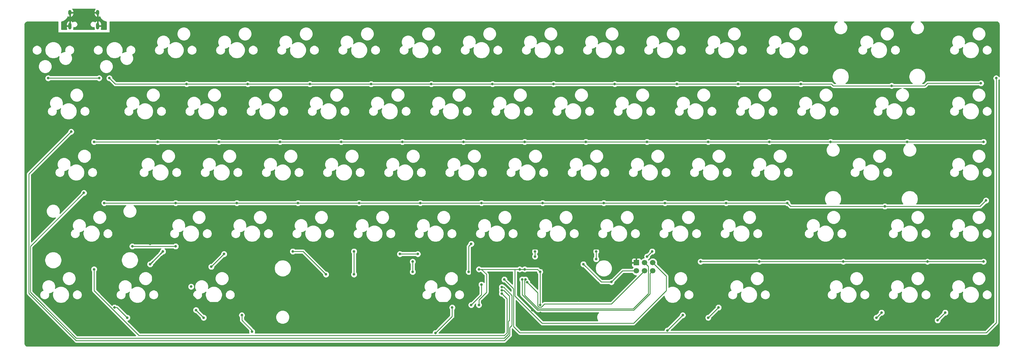
<source format=gbr>
G04 #@! TF.GenerationSoftware,KiCad,Pcbnew,(5.1.12)-1*
G04 #@! TF.CreationDate,2022-01-22T22:18:10+07:00*
G04 #@! TF.ProjectId,PCB,5043422e-6b69-4636-9164-5f7063625858,rev?*
G04 #@! TF.SameCoordinates,Original*
G04 #@! TF.FileFunction,Copper,L1,Top*
G04 #@! TF.FilePolarity,Positive*
%FSLAX46Y46*%
G04 Gerber Fmt 4.6, Leading zero omitted, Abs format (unit mm)*
G04 Created by KiCad (PCBNEW (5.1.12)-1) date 2022-01-22 22:18:10*
%MOMM*%
%LPD*%
G01*
G04 APERTURE LIST*
G04 #@! TA.AperFunction,ComponentPad*
%ADD10O,1.000000X2.100000*%
G04 #@! TD*
G04 #@! TA.AperFunction,ComponentPad*
%ADD11O,1.000000X1.600000*%
G04 #@! TD*
G04 #@! TA.AperFunction,ComponentPad*
%ADD12R,1.700000X1.700000*%
G04 #@! TD*
G04 #@! TA.AperFunction,ComponentPad*
%ADD13C,1.700000*%
G04 #@! TD*
G04 #@! TA.AperFunction,ViaPad*
%ADD14C,0.800000*%
G04 #@! TD*
G04 #@! TA.AperFunction,Conductor*
%ADD15C,0.250000*%
G04 #@! TD*
G04 #@! TA.AperFunction,Conductor*
%ADD16C,0.381000*%
G04 #@! TD*
G04 #@! TA.AperFunction,Conductor*
%ADD17C,0.254000*%
G04 #@! TD*
G04 #@! TA.AperFunction,Conductor*
%ADD18C,0.100000*%
G04 #@! TD*
G04 APERTURE END LIST*
D10*
X38542500Y-25830000D03*
X47182500Y-25830000D03*
D11*
X38542500Y-21650000D03*
X47182500Y-21650000D03*
D12*
X214947500Y-99536250D03*
D13*
X214947500Y-102076250D03*
X217487500Y-99536250D03*
X217487500Y-102076250D03*
X220027500Y-99536250D03*
X220027500Y-102076250D03*
D14*
X165893750Y-101600000D03*
X184943750Y-102393750D03*
X180181250Y-101600000D03*
X184943750Y-112712500D03*
X178593750Y-101600000D03*
X165893750Y-112712500D03*
X49212500Y-80962500D03*
X261937500Y-80962500D03*
X242887500Y-80962500D03*
X223837500Y-80962500D03*
X204787500Y-80962500D03*
X185737500Y-80962500D03*
X166687500Y-80962500D03*
X147637500Y-80962500D03*
X128587500Y-80962500D03*
X109537500Y-80962500D03*
X90487500Y-80962500D03*
X71437500Y-80962500D03*
X173037500Y-107156250D03*
X57943750Y-94456250D03*
X71437500Y-94456250D03*
X141287500Y-96837500D03*
X146843750Y-96837500D03*
X234950000Y-99218750D03*
X323056250Y-99218750D03*
X305593750Y-99218750D03*
X279400000Y-99218750D03*
X253206250Y-99218750D03*
X173037500Y-108156253D03*
X42862500Y-77787500D03*
X323850000Y-80168750D03*
X292355151Y-82011401D03*
X46037500Y-101600000D03*
X173037500Y-109156256D03*
X92075000Y-115887500D03*
X229393750Y-115887500D03*
X157582751Y-113506250D03*
X46037500Y-61912500D03*
X323056250Y-61912500D03*
X299243750Y-61912500D03*
X275431250Y-61912500D03*
X256381250Y-61912500D03*
X237331250Y-61912500D03*
X218281250Y-61912500D03*
X199231250Y-61912500D03*
X180181250Y-61912500D03*
X161131250Y-61912500D03*
X142081250Y-61912500D03*
X123031250Y-61912500D03*
X103981250Y-61912500D03*
X84931250Y-61912500D03*
X65881250Y-61912500D03*
X166687500Y-106362500D03*
X163512500Y-112712500D03*
X95250000Y-121025050D03*
X152400000Y-121443750D03*
X224631250Y-120650000D03*
X38893750Y-58737500D03*
X145256250Y-99218750D03*
X145256250Y-102393750D03*
X162718750Y-102393750D03*
X163512500Y-93662500D03*
X127000000Y-103187500D03*
X127000000Y-96043750D03*
X118268750Y-103187500D03*
X107950000Y-96043750D03*
X86518750Y-96837500D03*
X82550000Y-100806250D03*
X80168750Y-116681250D03*
X77787500Y-114300000D03*
X76258750Y-106997500D03*
X67468750Y-96043750D03*
X63500000Y-100012500D03*
X56356250Y-116681250D03*
X52387500Y-113506250D03*
X308768750Y-117475000D03*
X311150000Y-115093750D03*
X289718750Y-116681250D03*
X291306250Y-115093750D03*
X237331250Y-116681250D03*
X240506250Y-113506250D03*
X218281250Y-97631250D03*
X219868750Y-96043750D03*
X202406250Y-98425000D03*
X202406250Y-96043750D03*
X207168750Y-105568750D03*
X198437500Y-100012500D03*
X180906249Y-105629929D03*
X180387503Y-104775000D03*
X179387500Y-104775000D03*
X183356250Y-97631250D03*
X183356250Y-96043750D03*
X31750000Y-42068750D03*
X47625000Y-42068750D03*
X50800000Y-42068750D03*
X322262500Y-43656250D03*
X294481250Y-44450000D03*
X266161401Y-43911401D03*
X246601099Y-43911401D03*
X227551099Y-43911401D03*
X208217651Y-43911401D03*
X189167651Y-43911401D03*
X170117651Y-43911401D03*
X151067651Y-43911401D03*
X132301099Y-43911401D03*
X113251099Y-43911401D03*
X93917651Y-43911401D03*
X74867651Y-43911401D03*
X173831250Y-104775000D03*
X327025000Y-42068750D03*
X196056250Y-107156250D03*
X196056250Y-110331250D03*
X186531250Y-107950000D03*
X51593750Y-47625000D03*
X49212500Y-51593750D03*
X52387500Y-82550000D03*
X63500000Y-93662500D03*
X68262500Y-97631250D03*
X174625000Y-96043750D03*
X163512500Y-106362500D03*
X182562500Y-114300000D03*
X185059528Y-115209528D03*
X212725000Y-100012500D03*
X84137500Y-100806250D03*
X111918750Y-98425000D03*
X33337500Y-26193750D03*
X35718750Y-30162500D03*
X53181250Y-26987500D03*
X50006250Y-30162500D03*
X47625000Y-50006250D03*
X50006250Y-54768750D03*
X56356250Y-54768750D03*
X124618750Y-103187500D03*
X133350000Y-103187500D03*
X72231250Y-97631250D03*
X72231250Y-102393750D03*
X65087500Y-90487500D03*
X50800000Y-78581250D03*
X55562500Y-78581250D03*
X50006250Y-82550000D03*
X58737500Y-85725000D03*
X53975000Y-90487500D03*
X115093750Y-103187500D03*
X305593750Y-32543750D03*
X277812500Y-32543750D03*
X306387500Y-52387500D03*
X284162500Y-53181250D03*
X270668750Y-69056250D03*
X304006250Y-69056250D03*
X261937500Y-92075000D03*
X285750000Y-91281250D03*
X265906250Y-107950000D03*
X238125000Y-107156250D03*
X180975000Y-76993750D03*
X119062500Y-58737500D03*
X157162500Y-58737500D03*
X195262500Y-59531250D03*
X234156250Y-58737500D03*
X80962500Y-57150000D03*
X41275000Y-21431250D03*
X44450000Y-21431250D03*
X42862500Y-23018750D03*
D15*
X165893750Y-101600000D02*
X166687500Y-101600000D01*
X183356250Y-101600000D02*
X184150000Y-101600000D01*
X184943750Y-102393750D02*
X184943750Y-111918750D01*
X184150000Y-101600000D02*
X184943750Y-102393750D01*
X180181250Y-101600000D02*
X183356250Y-101600000D01*
X166687500Y-101600000D02*
X177006250Y-101600000D01*
X178593750Y-101600000D02*
X180181250Y-101600000D01*
X177006250Y-101600000D02*
X178593750Y-101600000D01*
X184943750Y-111918750D02*
X184943750Y-112712500D01*
X166687500Y-101600000D02*
X168275000Y-103187500D01*
X168275000Y-103187500D02*
X168275000Y-108743750D01*
X168275000Y-108743750D02*
X165893750Y-111125000D01*
X165893750Y-111125000D02*
X165893750Y-112712500D01*
X185560999Y-118371501D02*
X177112519Y-109923021D01*
X177112519Y-101706269D02*
X177006250Y-101600000D01*
X177112519Y-109923021D02*
X177112519Y-101706269D01*
X214080751Y-118371501D02*
X185560999Y-118371501D01*
X224233751Y-108218501D02*
X214080751Y-118371501D01*
X224233751Y-103742501D02*
X224233751Y-108218501D01*
X220027500Y-99536250D02*
X224233751Y-103742501D01*
X242887500Y-80962500D02*
X261937500Y-80962500D01*
X223837500Y-80962500D02*
X242887500Y-80962500D01*
X204787500Y-80962500D02*
X223837500Y-80962500D01*
X185737500Y-80962500D02*
X204787500Y-80962500D01*
X166687500Y-80962500D02*
X185737500Y-80962500D01*
X128587500Y-80962500D02*
X166687500Y-80962500D01*
X109537500Y-80962500D02*
X128587500Y-80962500D01*
X90487500Y-80962500D02*
X109537500Y-80962500D01*
X71437500Y-80962500D02*
X90487500Y-80962500D01*
X49212500Y-80962500D02*
X71437500Y-80962500D01*
X173603185Y-107156250D02*
X176212500Y-109765565D01*
X173037500Y-107156250D02*
X173603185Y-107156250D01*
X57943750Y-94456250D02*
X71437500Y-94456250D01*
X141287500Y-96837500D02*
X146843750Y-96837500D01*
X305593750Y-99218750D02*
X323056250Y-99218750D01*
X253206250Y-99218750D02*
X305593750Y-99218750D01*
X234950000Y-99218750D02*
X253206250Y-99218750D01*
X173603185Y-108156253D02*
X175418750Y-109971818D01*
X173037500Y-108156253D02*
X173603185Y-108156253D01*
X175075010Y-117818740D02*
X175075010Y-121787490D01*
X175418750Y-117475000D02*
X175075010Y-117818740D01*
X175418750Y-109971818D02*
X175418750Y-117475000D01*
X175075010Y-121787490D02*
X173831250Y-123031250D01*
X173831250Y-123031250D02*
X40481250Y-123031250D01*
X40481250Y-123031250D02*
X29438749Y-111988749D01*
X29438749Y-111988749D02*
X26193750Y-108743750D01*
X26193750Y-94456250D02*
X42862500Y-77787500D01*
X26193750Y-108743750D02*
X26193750Y-94456250D01*
X322007349Y-82011401D02*
X323850000Y-80168750D01*
X261937500Y-80962500D02*
X262986401Y-82011401D01*
X292355151Y-82011401D02*
X322007349Y-82011401D01*
X262986401Y-82011401D02*
X292355151Y-82011401D01*
X60045748Y-122237500D02*
X46037500Y-108229252D01*
X46037500Y-108229252D02*
X46037500Y-101600000D01*
X173037500Y-109156256D02*
X174625000Y-110743756D01*
X174625000Y-110743756D02*
X174625000Y-121443750D01*
X174625000Y-121443750D02*
X173831250Y-122237500D01*
X173831250Y-122237500D02*
X60045748Y-122237500D01*
X256381250Y-61912500D02*
X323056250Y-61912500D01*
X218281250Y-61912500D02*
X256381250Y-61912500D01*
X199231250Y-61912500D02*
X218281250Y-61912500D01*
X180181250Y-61912500D02*
X199231250Y-61912500D01*
X142081250Y-61912500D02*
X180181250Y-61912500D01*
X123031250Y-61912500D02*
X142081250Y-61912500D01*
X103981250Y-61912500D02*
X123031250Y-61912500D01*
X84931250Y-61912500D02*
X103981250Y-61912500D01*
X65881250Y-61912500D02*
X84931250Y-61912500D01*
X46037500Y-61912500D02*
X65881250Y-61912500D01*
X166687500Y-109537500D02*
X163512500Y-112712500D01*
X166687500Y-106362500D02*
X166687500Y-109537500D01*
X92075000Y-115887500D02*
X92075000Y-117475000D01*
X95250000Y-120650000D02*
X95250000Y-121025050D01*
X92075000Y-117475000D02*
X95250000Y-120650000D01*
X157582751Y-116260999D02*
X157582751Y-113506250D01*
X152400000Y-121443750D02*
X157582751Y-116260999D01*
X224631250Y-120650000D02*
X229393750Y-115887500D01*
X175525020Y-119749980D02*
X175525020Y-122131230D01*
X176212500Y-119062500D02*
X175525020Y-119749980D01*
X176212500Y-109765565D02*
X176212500Y-119062500D01*
X175525020Y-122131230D02*
X173831250Y-123825000D01*
X173831250Y-123825000D02*
X40481250Y-123825000D01*
X25743740Y-71887510D02*
X38893750Y-58737500D01*
X25743740Y-109087490D02*
X25743740Y-71887510D01*
X40481250Y-123825000D02*
X25743740Y-109087490D01*
X145256250Y-99218750D02*
X145256250Y-102393750D01*
X162718750Y-94456250D02*
X163512500Y-93662500D01*
X162718750Y-102393750D02*
X162718750Y-94456250D01*
X127000000Y-103187500D02*
X127000000Y-96043750D01*
X111125000Y-96043750D02*
X107950000Y-96043750D01*
X118268750Y-103187500D02*
X111125000Y-96043750D01*
X86518750Y-96837500D02*
X82550000Y-100806250D01*
X80168750Y-116681250D02*
X77787500Y-114300000D01*
X66675000Y-96837500D02*
X64293750Y-99218750D01*
X53181250Y-113506250D02*
X52387500Y-113506250D01*
X56356250Y-116681250D02*
X53181250Y-113506250D01*
D16*
X64293750Y-99218750D02*
X63500000Y-100012500D01*
X66675000Y-96837500D02*
X67468750Y-96043750D01*
D15*
X308768750Y-117475000D02*
X311150000Y-115093750D01*
X289718750Y-116681250D02*
X291306250Y-115093750D01*
X237331250Y-116681250D02*
X238918750Y-115093750D01*
X238918750Y-115093750D02*
X240506250Y-113506250D01*
X218281250Y-97631250D02*
X219868750Y-96043750D01*
X202406250Y-98425000D02*
X202406250Y-96043750D01*
X203993750Y-105568750D02*
X198437500Y-100012500D01*
X207168750Y-105568750D02*
X203993750Y-105568750D01*
X210661250Y-102076250D02*
X207168750Y-105568750D01*
X214947500Y-102076250D02*
X210661250Y-102076250D01*
X185291751Y-113437501D02*
X184595749Y-113437501D01*
X207199251Y-112364499D02*
X186364753Y-112364499D01*
X186364753Y-112364499D02*
X185291751Y-113437501D01*
X217487500Y-102076250D02*
X207199251Y-112364499D01*
X179387500Y-109502072D02*
X179387500Y-104775000D01*
X214117640Y-114337520D02*
X184222947Y-114337519D01*
X219177501Y-109277659D02*
X214117640Y-114337520D01*
X219177501Y-102926249D02*
X219177501Y-109277659D01*
X184222947Y-114337519D02*
X179387500Y-109502072D01*
X220027500Y-102076250D02*
X219177501Y-102926249D01*
X218662501Y-100711251D02*
X218662501Y-109156249D01*
X217487500Y-99536250D02*
X218662501Y-100711251D01*
X180181248Y-104981255D02*
X180387503Y-104775000D01*
X180181248Y-109659410D02*
X180181248Y-104981255D01*
X184409348Y-113887510D02*
X180181248Y-109659410D01*
X213931240Y-113887510D02*
X184409348Y-113887510D01*
X218662501Y-109156249D02*
X213931240Y-113887510D01*
X184218749Y-108942429D02*
X180906249Y-105629929D01*
X184218749Y-113060501D02*
X184218749Y-108942429D01*
X184595749Y-113437501D02*
X184218749Y-113060501D01*
X183356250Y-97631250D02*
X183356250Y-96043750D01*
X31750000Y-42068750D02*
X47625000Y-42068750D01*
X50800000Y-42068750D02*
X52642651Y-43911401D01*
X275686401Y-43911401D02*
X276225000Y-44450000D01*
X276225000Y-44450000D02*
X304800000Y-44450000D01*
X304800000Y-44450000D02*
X305593750Y-43656250D01*
X305593750Y-43656250D02*
X322262500Y-43656250D01*
X266161401Y-43911401D02*
X275686401Y-43911401D01*
X246601099Y-43911401D02*
X266161401Y-43911401D01*
X227551099Y-43911401D02*
X246601099Y-43911401D01*
X208217651Y-43911401D02*
X227551099Y-43911401D01*
X189167651Y-43911401D02*
X208217651Y-43911401D01*
X170117651Y-43911401D02*
X189167651Y-43911401D01*
X151067651Y-43911401D02*
X170117651Y-43911401D01*
X132301099Y-43911401D02*
X151067651Y-43911401D01*
X113251099Y-43911401D02*
X132301099Y-43911401D01*
X93917651Y-43911401D02*
X113251099Y-43911401D01*
X74867651Y-43911401D02*
X93917651Y-43911401D01*
X52642651Y-43911401D02*
X74867651Y-43911401D01*
X173831250Y-104775000D02*
X176662509Y-107606259D01*
X323918749Y-121375001D02*
X327025000Y-118268750D01*
X327025000Y-118268750D02*
X327025000Y-42068750D01*
X176662509Y-119375011D02*
X178662499Y-121375001D01*
X176662509Y-107606259D02*
X176662509Y-119375011D01*
X178662499Y-121375001D02*
X323918749Y-121375001D01*
X52387500Y-82550000D02*
X63500000Y-93662500D01*
X78806649Y-111856401D02*
X161193599Y-111856401D01*
X67189498Y-100239250D02*
X78806649Y-111856401D01*
X161193599Y-111856401D02*
X163512500Y-109537500D01*
X163512500Y-100012500D02*
X167481250Y-96043750D01*
X167481250Y-96043750D02*
X174625000Y-96043750D01*
X163512500Y-106362500D02*
X163512500Y-100012500D01*
X163512500Y-109537500D02*
X163512500Y-106362500D01*
X182562500Y-114300000D02*
X183356250Y-115093750D01*
X184943750Y-115093750D02*
X185059528Y-115209528D01*
X183356250Y-115093750D02*
X184943750Y-115093750D01*
X213201250Y-99536250D02*
X212725000Y-100012500D01*
X214947500Y-99536250D02*
X213201250Y-99536250D01*
X208031249Y-95318749D02*
X212725000Y-100012500D01*
X175350001Y-95318749D02*
X208031249Y-95318749D01*
X174625000Y-96043750D02*
X175350001Y-95318749D01*
X49940472Y-50072028D02*
X49940472Y-50865778D01*
X51593750Y-48418750D02*
X49940472Y-50072028D01*
X49212500Y-51593750D02*
X49940472Y-50865778D01*
D16*
X51593750Y-48418750D02*
X51593750Y-47625000D01*
X67189498Y-98704252D02*
X68262500Y-97631250D01*
X67189498Y-100239250D02*
X67189498Y-98704252D01*
D17*
X196723000Y-111604499D02*
X186402075Y-111604499D01*
X186364753Y-111600823D01*
X186327430Y-111604499D01*
X186327420Y-111604499D01*
X186215767Y-111615496D01*
X186072506Y-111658953D01*
X185940476Y-111729525D01*
X185891444Y-111769765D01*
X185824752Y-111824498D01*
X185800954Y-111853496D01*
X185703750Y-111950700D01*
X185703750Y-103097461D01*
X185747687Y-103053524D01*
X185860955Y-102884006D01*
X185938976Y-102695648D01*
X185978750Y-102495689D01*
X185978750Y-102291811D01*
X185938976Y-102091852D01*
X185860955Y-101903494D01*
X185747687Y-101733976D01*
X185740711Y-101727000D01*
X196723000Y-101727000D01*
X196723000Y-111604499D01*
G04 #@! TA.AperFunction,Conductor*
D18*
G36*
X196723000Y-111604499D02*
G01*
X186402075Y-111604499D01*
X186364753Y-111600823D01*
X186327430Y-111604499D01*
X186327420Y-111604499D01*
X186215767Y-111615496D01*
X186072506Y-111658953D01*
X185940476Y-111729525D01*
X185891444Y-111769765D01*
X185824752Y-111824498D01*
X185800954Y-111853496D01*
X185703750Y-111950700D01*
X185703750Y-103097461D01*
X185747687Y-103053524D01*
X185860955Y-102884006D01*
X185938976Y-102695648D01*
X185978750Y-102495689D01*
X185978750Y-102291811D01*
X185938976Y-102091852D01*
X185860955Y-101903494D01*
X185747687Y-101733976D01*
X185740711Y-101727000D01*
X196723000Y-101727000D01*
X196723000Y-111604499D01*
G37*
G04 #@! TD.AperFunction*
D17*
X184183751Y-107832628D02*
X182840622Y-106489500D01*
X184183751Y-106489500D01*
X184183751Y-107832628D01*
G04 #@! TA.AperFunction,Conductor*
D18*
G36*
X184183751Y-107832628D02*
G01*
X182840622Y-106489500D01*
X184183751Y-106489500D01*
X184183751Y-107832628D01*
G37*
G04 #@! TD.AperFunction*
D17*
X34798000Y-27781250D02*
X34800440Y-27806026D01*
X34807667Y-27829851D01*
X34819403Y-27851807D01*
X34835197Y-27871053D01*
X34854443Y-27886847D01*
X34876399Y-27898583D01*
X34900224Y-27905810D01*
X34925000Y-27908250D01*
X50800000Y-27908250D01*
X50824776Y-27905810D01*
X50848601Y-27898583D01*
X50870557Y-27886847D01*
X50889803Y-27871053D01*
X50905597Y-27851807D01*
X50917333Y-27829851D01*
X50924560Y-27806026D01*
X50927000Y-27781250D01*
X50927000Y-24472500D01*
X277502022Y-24472500D01*
X277198218Y-24675496D01*
X276897496Y-24976218D01*
X276661219Y-25329830D01*
X276498470Y-25722743D01*
X276415500Y-26139857D01*
X276415500Y-26565143D01*
X276498470Y-26982257D01*
X276661219Y-27375170D01*
X276897496Y-27728782D01*
X277198218Y-28029504D01*
X277551830Y-28265781D01*
X277944743Y-28428530D01*
X278361857Y-28511500D01*
X278787143Y-28511500D01*
X279204257Y-28428530D01*
X279597170Y-28265781D01*
X279924266Y-28047221D01*
X290917500Y-28047221D01*
X290917500Y-28467779D01*
X290999547Y-28880256D01*
X291160488Y-29268802D01*
X291394137Y-29618483D01*
X291691517Y-29915863D01*
X292041198Y-30149512D01*
X292429744Y-30310453D01*
X292842221Y-30392500D01*
X293262779Y-30392500D01*
X293675256Y-30310453D01*
X294063802Y-30149512D01*
X294413483Y-29915863D01*
X294710863Y-29618483D01*
X294944512Y-29268802D01*
X295105453Y-28880256D01*
X295187500Y-28467779D01*
X295187500Y-28047221D01*
X295105453Y-27634744D01*
X294944512Y-27246198D01*
X294710863Y-26896517D01*
X294413483Y-26599137D01*
X294063802Y-26365488D01*
X293675256Y-26204547D01*
X293262779Y-26122500D01*
X292842221Y-26122500D01*
X292429744Y-26204547D01*
X292041198Y-26365488D01*
X291691517Y-26599137D01*
X291394137Y-26896517D01*
X291160488Y-27246198D01*
X290999547Y-27634744D01*
X290917500Y-28047221D01*
X279924266Y-28047221D01*
X279950782Y-28029504D01*
X280251504Y-27728782D01*
X280487781Y-27375170D01*
X280650530Y-26982257D01*
X280733500Y-26565143D01*
X280733500Y-26139857D01*
X280650530Y-25722743D01*
X280487781Y-25329830D01*
X280251504Y-24976218D01*
X279950782Y-24675496D01*
X279646978Y-24472500D01*
X301378022Y-24472500D01*
X301074218Y-24675496D01*
X300773496Y-24976218D01*
X300537219Y-25329830D01*
X300374470Y-25722743D01*
X300291500Y-26139857D01*
X300291500Y-26565143D01*
X300374470Y-26982257D01*
X300537219Y-27375170D01*
X300773496Y-27728782D01*
X301074218Y-28029504D01*
X301427830Y-28265781D01*
X301820743Y-28428530D01*
X302237857Y-28511500D01*
X302663143Y-28511500D01*
X303080257Y-28428530D01*
X303473170Y-28265781D01*
X303800266Y-28047221D01*
X319492500Y-28047221D01*
X319492500Y-28467779D01*
X319574547Y-28880256D01*
X319735488Y-29268802D01*
X319969137Y-29618483D01*
X320266517Y-29915863D01*
X320616198Y-30149512D01*
X321004744Y-30310453D01*
X321417221Y-30392500D01*
X321837779Y-30392500D01*
X322250256Y-30310453D01*
X322638802Y-30149512D01*
X322988483Y-29915863D01*
X323285863Y-29618483D01*
X323519512Y-29268802D01*
X323680453Y-28880256D01*
X323762500Y-28467779D01*
X323762500Y-28047221D01*
X323680453Y-27634744D01*
X323519512Y-27246198D01*
X323285863Y-26896517D01*
X322988483Y-26599137D01*
X322638802Y-26365488D01*
X322250256Y-26204547D01*
X321837779Y-26122500D01*
X321417221Y-26122500D01*
X321004744Y-26204547D01*
X320616198Y-26365488D01*
X320266517Y-26599137D01*
X319969137Y-26896517D01*
X319735488Y-27246198D01*
X319574547Y-27634744D01*
X319492500Y-28047221D01*
X303800266Y-28047221D01*
X303826782Y-28029504D01*
X304127504Y-27728782D01*
X304363781Y-27375170D01*
X304526530Y-26982257D01*
X304609500Y-26565143D01*
X304609500Y-26139857D01*
X304526530Y-25722743D01*
X304363781Y-25329830D01*
X304127504Y-24976218D01*
X303826782Y-24675496D01*
X303522978Y-24472500D01*
X326992721Y-24472500D01*
X327204538Y-24493269D01*
X327377237Y-24545410D01*
X327536518Y-24630102D01*
X327676319Y-24744119D01*
X327791308Y-24883117D01*
X327877110Y-25041805D01*
X327930455Y-25214135D01*
X327952500Y-25423880D01*
X327952500Y-41603349D01*
X327942205Y-41578494D01*
X327828937Y-41408976D01*
X327684774Y-41264813D01*
X327515256Y-41151545D01*
X327326898Y-41073524D01*
X327126939Y-41033750D01*
X326923061Y-41033750D01*
X326723102Y-41073524D01*
X326534744Y-41151545D01*
X326365226Y-41264813D01*
X326221063Y-41408976D01*
X326107795Y-41578494D01*
X326029774Y-41766852D01*
X325990000Y-41966811D01*
X325990000Y-42170689D01*
X326029774Y-42370648D01*
X326107795Y-42559006D01*
X326221063Y-42728524D01*
X326265001Y-42772462D01*
X326265000Y-117953948D01*
X323603948Y-120615001D01*
X225741050Y-120615001D01*
X229433552Y-116922500D01*
X229495689Y-116922500D01*
X229695648Y-116882726D01*
X229884006Y-116804705D01*
X230053524Y-116691437D01*
X230165650Y-116579311D01*
X236296250Y-116579311D01*
X236296250Y-116783189D01*
X236336024Y-116983148D01*
X236414045Y-117171506D01*
X236527313Y-117341024D01*
X236671476Y-117485187D01*
X236840994Y-117598455D01*
X237029352Y-117676476D01*
X237229311Y-117716250D01*
X237433189Y-117716250D01*
X237633148Y-117676476D01*
X237821506Y-117598455D01*
X237991024Y-117485187D01*
X238135187Y-117341024D01*
X238248455Y-117171506D01*
X238326476Y-116983148D01*
X238366250Y-116783189D01*
X238366250Y-116721051D01*
X238507990Y-116579311D01*
X288683750Y-116579311D01*
X288683750Y-116783189D01*
X288723524Y-116983148D01*
X288801545Y-117171506D01*
X288914813Y-117341024D01*
X289058976Y-117485187D01*
X289228494Y-117598455D01*
X289416852Y-117676476D01*
X289616811Y-117716250D01*
X289820689Y-117716250D01*
X290020648Y-117676476D01*
X290209006Y-117598455D01*
X290378524Y-117485187D01*
X290490650Y-117373061D01*
X307733750Y-117373061D01*
X307733750Y-117576939D01*
X307773524Y-117776898D01*
X307851545Y-117965256D01*
X307964813Y-118134774D01*
X308108976Y-118278937D01*
X308278494Y-118392205D01*
X308466852Y-118470226D01*
X308666811Y-118510000D01*
X308870689Y-118510000D01*
X309070648Y-118470226D01*
X309259006Y-118392205D01*
X309428524Y-118278937D01*
X309572687Y-118134774D01*
X309685955Y-117965256D01*
X309763976Y-117776898D01*
X309803750Y-117576939D01*
X309803750Y-117514801D01*
X311189802Y-116128750D01*
X311251939Y-116128750D01*
X311451898Y-116088976D01*
X311640256Y-116010955D01*
X311809774Y-115897687D01*
X311953937Y-115753524D01*
X312067205Y-115584006D01*
X312145226Y-115395648D01*
X312185000Y-115195689D01*
X312185000Y-114991811D01*
X312145226Y-114791852D01*
X312067205Y-114603494D01*
X311953937Y-114433976D01*
X311809774Y-114289813D01*
X311640256Y-114176545D01*
X311451898Y-114098524D01*
X311251939Y-114058750D01*
X311048061Y-114058750D01*
X310848102Y-114098524D01*
X310659744Y-114176545D01*
X310490226Y-114289813D01*
X310346063Y-114433976D01*
X310232795Y-114603494D01*
X310154774Y-114791852D01*
X310115000Y-114991811D01*
X310115000Y-115053948D01*
X308728949Y-116440000D01*
X308666811Y-116440000D01*
X308466852Y-116479774D01*
X308278494Y-116557795D01*
X308108976Y-116671063D01*
X307964813Y-116815226D01*
X307851545Y-116984744D01*
X307773524Y-117173102D01*
X307733750Y-117373061D01*
X290490650Y-117373061D01*
X290522687Y-117341024D01*
X290635955Y-117171506D01*
X290713976Y-116983148D01*
X290753750Y-116783189D01*
X290753750Y-116721051D01*
X291346052Y-116128750D01*
X291408189Y-116128750D01*
X291608148Y-116088976D01*
X291796506Y-116010955D01*
X291966024Y-115897687D01*
X292110187Y-115753524D01*
X292223455Y-115584006D01*
X292301476Y-115395648D01*
X292341250Y-115195689D01*
X292341250Y-114991811D01*
X292301476Y-114791852D01*
X292223455Y-114603494D01*
X292110187Y-114433976D01*
X291966024Y-114289813D01*
X291796506Y-114176545D01*
X291608148Y-114098524D01*
X291408189Y-114058750D01*
X291204311Y-114058750D01*
X291004352Y-114098524D01*
X290815994Y-114176545D01*
X290646476Y-114289813D01*
X290502313Y-114433976D01*
X290389045Y-114603494D01*
X290311024Y-114791852D01*
X290271250Y-114991811D01*
X290271250Y-115053948D01*
X289678949Y-115646250D01*
X289616811Y-115646250D01*
X289416852Y-115686024D01*
X289228494Y-115764045D01*
X289058976Y-115877313D01*
X288914813Y-116021476D01*
X288801545Y-116190994D01*
X288723524Y-116379352D01*
X288683750Y-116579311D01*
X238507990Y-116579311D01*
X239482549Y-115604753D01*
X239482553Y-115604748D01*
X240546052Y-114541250D01*
X240608189Y-114541250D01*
X240808148Y-114501476D01*
X240996506Y-114423455D01*
X241166024Y-114310187D01*
X241310187Y-114166024D01*
X241423455Y-113996506D01*
X241501476Y-113808148D01*
X241541250Y-113608189D01*
X241541250Y-113404311D01*
X241501476Y-113204352D01*
X241423455Y-113015994D01*
X241310187Y-112846476D01*
X241166024Y-112702313D01*
X240996506Y-112589045D01*
X240808148Y-112511024D01*
X240608189Y-112471250D01*
X240404311Y-112471250D01*
X240204352Y-112511024D01*
X240015994Y-112589045D01*
X239846476Y-112702313D01*
X239702313Y-112846476D01*
X239589045Y-113015994D01*
X239511024Y-113204352D01*
X239471250Y-113404311D01*
X239471250Y-113466448D01*
X238407752Y-114529947D01*
X238407747Y-114529951D01*
X237291449Y-115646250D01*
X237229311Y-115646250D01*
X237029352Y-115686024D01*
X236840994Y-115764045D01*
X236671476Y-115877313D01*
X236527313Y-116021476D01*
X236414045Y-116190994D01*
X236336024Y-116379352D01*
X236296250Y-116579311D01*
X230165650Y-116579311D01*
X230197687Y-116547274D01*
X230310955Y-116377756D01*
X230388976Y-116189398D01*
X230428750Y-115989439D01*
X230428750Y-115785561D01*
X230388976Y-115585602D01*
X230310955Y-115397244D01*
X230197687Y-115227726D01*
X230053524Y-115083563D01*
X229884006Y-114970295D01*
X229695648Y-114892274D01*
X229495689Y-114852500D01*
X229291811Y-114852500D01*
X229091852Y-114892274D01*
X228903494Y-114970295D01*
X228733976Y-115083563D01*
X228589813Y-115227726D01*
X228476545Y-115397244D01*
X228398524Y-115585602D01*
X228358750Y-115785561D01*
X228358750Y-115847698D01*
X224591449Y-119615000D01*
X224529311Y-119615000D01*
X224329352Y-119654774D01*
X224140994Y-119732795D01*
X223971476Y-119846063D01*
X223827313Y-119990226D01*
X223714045Y-120159744D01*
X223636024Y-120348102D01*
X223596250Y-120548061D01*
X223596250Y-120615001D01*
X178977301Y-120615001D01*
X177422509Y-119060210D01*
X177422509Y-111307812D01*
X184997200Y-118882504D01*
X185020998Y-118911502D01*
X185049996Y-118935300D01*
X185136722Y-119006475D01*
X185207738Y-119044434D01*
X185268752Y-119077047D01*
X185412013Y-119120504D01*
X185523666Y-119131501D01*
X185523676Y-119131501D01*
X185560999Y-119135177D01*
X185598321Y-119131501D01*
X214043429Y-119131501D01*
X214080751Y-119135177D01*
X214118073Y-119131501D01*
X214118084Y-119131501D01*
X214229737Y-119120504D01*
X214372998Y-119077047D01*
X214505027Y-119006475D01*
X214620752Y-118911502D01*
X214644555Y-118882498D01*
X223613207Y-109913847D01*
X223690877Y-110304322D01*
X223889049Y-110782751D01*
X224176750Y-111213326D01*
X224542924Y-111579500D01*
X224973499Y-111867201D01*
X225451928Y-112065373D01*
X225959826Y-112166400D01*
X226477674Y-112166400D01*
X226985572Y-112065373D01*
X227464001Y-111867201D01*
X227894576Y-111579500D01*
X228260750Y-111213326D01*
X228548451Y-110782751D01*
X228746623Y-110304322D01*
X228847650Y-109796424D01*
X228847650Y-109388778D01*
X229788750Y-109388778D01*
X229788750Y-109686222D01*
X229846779Y-109977951D01*
X229960606Y-110252753D01*
X230125857Y-110500069D01*
X230336181Y-110710393D01*
X230583497Y-110875644D01*
X230858299Y-110989471D01*
X231150028Y-111047500D01*
X231447472Y-111047500D01*
X231739201Y-110989471D01*
X232014003Y-110875644D01*
X232261319Y-110710393D01*
X232471643Y-110500069D01*
X232636894Y-110252753D01*
X232750721Y-109977951D01*
X232808750Y-109686222D01*
X232808750Y-109388778D01*
X243441250Y-109388778D01*
X243441250Y-109686222D01*
X243499279Y-109977951D01*
X243613106Y-110252753D01*
X243778357Y-110500069D01*
X243988681Y-110710393D01*
X244235997Y-110875644D01*
X244510799Y-110989471D01*
X244802528Y-111047500D01*
X245099972Y-111047500D01*
X245391701Y-110989471D01*
X245666503Y-110875644D01*
X245913819Y-110710393D01*
X246124143Y-110500069D01*
X246289394Y-110252753D01*
X246403221Y-109977951D01*
X246461250Y-109686222D01*
X246461250Y-109388778D01*
X246410273Y-109132500D01*
X246431529Y-109132500D01*
X246844006Y-109050453D01*
X247232552Y-108889512D01*
X247538958Y-108684779D01*
X247503377Y-108770678D01*
X247402350Y-109278576D01*
X247402350Y-109796424D01*
X247503377Y-110304322D01*
X247701549Y-110782751D01*
X247989250Y-111213326D01*
X248355424Y-111579500D01*
X248785999Y-111867201D01*
X249264428Y-112065373D01*
X249772326Y-112166400D01*
X250290174Y-112166400D01*
X250798072Y-112065373D01*
X251276501Y-111867201D01*
X251707076Y-111579500D01*
X252073250Y-111213326D01*
X252360951Y-110782751D01*
X252559123Y-110304322D01*
X252660150Y-109796424D01*
X252660150Y-109388778D01*
X253601250Y-109388778D01*
X253601250Y-109686222D01*
X253659279Y-109977951D01*
X253773106Y-110252753D01*
X253938357Y-110500069D01*
X254148681Y-110710393D01*
X254395997Y-110875644D01*
X254670799Y-110989471D01*
X254962528Y-111047500D01*
X255259972Y-111047500D01*
X255551701Y-110989471D01*
X255826503Y-110875644D01*
X256073819Y-110710393D01*
X256284143Y-110500069D01*
X256449394Y-110252753D01*
X256563221Y-109977951D01*
X256621250Y-109686222D01*
X256621250Y-109388778D01*
X274397500Y-109388778D01*
X274397500Y-109686222D01*
X274455529Y-109977951D01*
X274569356Y-110252753D01*
X274734607Y-110500069D01*
X274944931Y-110710393D01*
X275192247Y-110875644D01*
X275467049Y-110989471D01*
X275758778Y-111047500D01*
X276056222Y-111047500D01*
X276347951Y-110989471D01*
X276622753Y-110875644D01*
X276870069Y-110710393D01*
X277080393Y-110500069D01*
X277245644Y-110252753D01*
X277359471Y-109977951D01*
X277417500Y-109686222D01*
X277417500Y-109388778D01*
X277366523Y-109132500D01*
X277387779Y-109132500D01*
X277800256Y-109050453D01*
X278188802Y-108889512D01*
X278495208Y-108684779D01*
X278459627Y-108770678D01*
X278358600Y-109278576D01*
X278358600Y-109796424D01*
X278459627Y-110304322D01*
X278657799Y-110782751D01*
X278945500Y-111213326D01*
X279311674Y-111579500D01*
X279742249Y-111867201D01*
X280220678Y-112065373D01*
X280728576Y-112166400D01*
X281246424Y-112166400D01*
X281754322Y-112065373D01*
X282232751Y-111867201D01*
X282663326Y-111579500D01*
X283029500Y-111213326D01*
X283317201Y-110782751D01*
X283515373Y-110304322D01*
X283616400Y-109796424D01*
X283616400Y-109388778D01*
X284557500Y-109388778D01*
X284557500Y-109686222D01*
X284615529Y-109977951D01*
X284729356Y-110252753D01*
X284894607Y-110500069D01*
X285104931Y-110710393D01*
X285352247Y-110875644D01*
X285627049Y-110989471D01*
X285918778Y-111047500D01*
X286216222Y-111047500D01*
X286507951Y-110989471D01*
X286782753Y-110875644D01*
X287030069Y-110710393D01*
X287240393Y-110500069D01*
X287405644Y-110252753D01*
X287519471Y-109977951D01*
X287577500Y-109686222D01*
X287577500Y-109388778D01*
X293447500Y-109388778D01*
X293447500Y-109686222D01*
X293505529Y-109977951D01*
X293619356Y-110252753D01*
X293784607Y-110500069D01*
X293994931Y-110710393D01*
X294242247Y-110875644D01*
X294517049Y-110989471D01*
X294808778Y-111047500D01*
X295106222Y-111047500D01*
X295397951Y-110989471D01*
X295672753Y-110875644D01*
X295920069Y-110710393D01*
X296130393Y-110500069D01*
X296295644Y-110252753D01*
X296409471Y-109977951D01*
X296467500Y-109686222D01*
X296467500Y-109388778D01*
X296416523Y-109132500D01*
X296437779Y-109132500D01*
X296850256Y-109050453D01*
X297238802Y-108889512D01*
X297545208Y-108684779D01*
X297509627Y-108770678D01*
X297408600Y-109278576D01*
X297408600Y-109796424D01*
X297509627Y-110304322D01*
X297707799Y-110782751D01*
X297995500Y-111213326D01*
X298361674Y-111579500D01*
X298792249Y-111867201D01*
X299270678Y-112065373D01*
X299778576Y-112166400D01*
X300296424Y-112166400D01*
X300804322Y-112065373D01*
X301282751Y-111867201D01*
X301713326Y-111579500D01*
X302079500Y-111213326D01*
X302367201Y-110782751D01*
X302565373Y-110304322D01*
X302666400Y-109796424D01*
X302666400Y-109388778D01*
X303607500Y-109388778D01*
X303607500Y-109686222D01*
X303665529Y-109977951D01*
X303779356Y-110252753D01*
X303944607Y-110500069D01*
X304154931Y-110710393D01*
X304402247Y-110875644D01*
X304677049Y-110989471D01*
X304968778Y-111047500D01*
X305266222Y-111047500D01*
X305557951Y-110989471D01*
X305832753Y-110875644D01*
X306080069Y-110710393D01*
X306290393Y-110500069D01*
X306455644Y-110252753D01*
X306569471Y-109977951D01*
X306627500Y-109686222D01*
X306627500Y-109388778D01*
X312497500Y-109388778D01*
X312497500Y-109686222D01*
X312555529Y-109977951D01*
X312669356Y-110252753D01*
X312834607Y-110500069D01*
X313044931Y-110710393D01*
X313292247Y-110875644D01*
X313567049Y-110989471D01*
X313858778Y-111047500D01*
X314156222Y-111047500D01*
X314447951Y-110989471D01*
X314722753Y-110875644D01*
X314970069Y-110710393D01*
X315180393Y-110500069D01*
X315345644Y-110252753D01*
X315459471Y-109977951D01*
X315517500Y-109686222D01*
X315517500Y-109388778D01*
X315466523Y-109132500D01*
X315487779Y-109132500D01*
X315900256Y-109050453D01*
X316288802Y-108889512D01*
X316595208Y-108684779D01*
X316559627Y-108770678D01*
X316458600Y-109278576D01*
X316458600Y-109796424D01*
X316559627Y-110304322D01*
X316757799Y-110782751D01*
X317045500Y-111213326D01*
X317411674Y-111579500D01*
X317842249Y-111867201D01*
X318320678Y-112065373D01*
X318828576Y-112166400D01*
X319346424Y-112166400D01*
X319854322Y-112065373D01*
X320332751Y-111867201D01*
X320763326Y-111579500D01*
X321129500Y-111213326D01*
X321417201Y-110782751D01*
X321615373Y-110304322D01*
X321716400Y-109796424D01*
X321716400Y-109388778D01*
X322657500Y-109388778D01*
X322657500Y-109686222D01*
X322715529Y-109977951D01*
X322829356Y-110252753D01*
X322994607Y-110500069D01*
X323204931Y-110710393D01*
X323452247Y-110875644D01*
X323727049Y-110989471D01*
X324018778Y-111047500D01*
X324316222Y-111047500D01*
X324607951Y-110989471D01*
X324882753Y-110875644D01*
X325130069Y-110710393D01*
X325340393Y-110500069D01*
X325505644Y-110252753D01*
X325619471Y-109977951D01*
X325677500Y-109686222D01*
X325677500Y-109388778D01*
X325619471Y-109097049D01*
X325505644Y-108822247D01*
X325340393Y-108574931D01*
X325130069Y-108364607D01*
X324882753Y-108199356D01*
X324607951Y-108085529D01*
X324316222Y-108027500D01*
X324018778Y-108027500D01*
X323727049Y-108085529D01*
X323452247Y-108199356D01*
X323204931Y-108364607D01*
X322994607Y-108574931D01*
X322829356Y-108822247D01*
X322715529Y-109097049D01*
X322657500Y-109388778D01*
X321716400Y-109388778D01*
X321716400Y-109278576D01*
X321615373Y-108770678D01*
X321417201Y-108292249D01*
X321129500Y-107861674D01*
X320763326Y-107495500D01*
X320332751Y-107207799D01*
X319854322Y-107009627D01*
X319346424Y-106908600D01*
X318828576Y-106908600D01*
X318320678Y-107009627D01*
X317842249Y-107207799D01*
X317411674Y-107495500D01*
X317341263Y-107565911D01*
X317412500Y-107207779D01*
X317412500Y-106787221D01*
X317330453Y-106374744D01*
X317169512Y-105986198D01*
X316935863Y-105636517D01*
X316638483Y-105339137D01*
X316288802Y-105105488D01*
X315900256Y-104944547D01*
X315487779Y-104862500D01*
X315067221Y-104862500D01*
X314654744Y-104944547D01*
X314266198Y-105105488D01*
X313916517Y-105339137D01*
X313619137Y-105636517D01*
X313385488Y-105986198D01*
X313224547Y-106374744D01*
X313142500Y-106787221D01*
X313142500Y-107207779D01*
X313224547Y-107620256D01*
X313385488Y-108008802D01*
X313464999Y-108127799D01*
X313292247Y-108199356D01*
X313044931Y-108364607D01*
X312834607Y-108574931D01*
X312669356Y-108822247D01*
X312555529Y-109097049D01*
X312497500Y-109388778D01*
X306627500Y-109388778D01*
X306569471Y-109097049D01*
X306455644Y-108822247D01*
X306290393Y-108574931D01*
X306080069Y-108364607D01*
X305832753Y-108199356D01*
X305557951Y-108085529D01*
X305266222Y-108027500D01*
X304968778Y-108027500D01*
X304677049Y-108085529D01*
X304402247Y-108199356D01*
X304154931Y-108364607D01*
X303944607Y-108574931D01*
X303779356Y-108822247D01*
X303665529Y-109097049D01*
X303607500Y-109388778D01*
X302666400Y-109388778D01*
X302666400Y-109278576D01*
X302565373Y-108770678D01*
X302367201Y-108292249D01*
X302079500Y-107861674D01*
X301713326Y-107495500D01*
X301282751Y-107207799D01*
X300804322Y-107009627D01*
X300296424Y-106908600D01*
X299778576Y-106908600D01*
X299270678Y-107009627D01*
X298792249Y-107207799D01*
X298361674Y-107495500D01*
X298291263Y-107565911D01*
X298362500Y-107207779D01*
X298362500Y-106787221D01*
X298280453Y-106374744D01*
X298119512Y-105986198D01*
X297885863Y-105636517D01*
X297588483Y-105339137D01*
X297238802Y-105105488D01*
X296850256Y-104944547D01*
X296437779Y-104862500D01*
X296017221Y-104862500D01*
X295604744Y-104944547D01*
X295216198Y-105105488D01*
X294866517Y-105339137D01*
X294569137Y-105636517D01*
X294335488Y-105986198D01*
X294174547Y-106374744D01*
X294092500Y-106787221D01*
X294092500Y-107207779D01*
X294174547Y-107620256D01*
X294335488Y-108008802D01*
X294414999Y-108127799D01*
X294242247Y-108199356D01*
X293994931Y-108364607D01*
X293784607Y-108574931D01*
X293619356Y-108822247D01*
X293505529Y-109097049D01*
X293447500Y-109388778D01*
X287577500Y-109388778D01*
X287519471Y-109097049D01*
X287405644Y-108822247D01*
X287240393Y-108574931D01*
X287030069Y-108364607D01*
X286782753Y-108199356D01*
X286507951Y-108085529D01*
X286216222Y-108027500D01*
X285918778Y-108027500D01*
X285627049Y-108085529D01*
X285352247Y-108199356D01*
X285104931Y-108364607D01*
X284894607Y-108574931D01*
X284729356Y-108822247D01*
X284615529Y-109097049D01*
X284557500Y-109388778D01*
X283616400Y-109388778D01*
X283616400Y-109278576D01*
X283515373Y-108770678D01*
X283317201Y-108292249D01*
X283029500Y-107861674D01*
X282663326Y-107495500D01*
X282232751Y-107207799D01*
X281754322Y-107009627D01*
X281246424Y-106908600D01*
X280728576Y-106908600D01*
X280220678Y-107009627D01*
X279742249Y-107207799D01*
X279311674Y-107495500D01*
X279241263Y-107565911D01*
X279312500Y-107207779D01*
X279312500Y-106787221D01*
X279230453Y-106374744D01*
X279069512Y-105986198D01*
X278835863Y-105636517D01*
X278538483Y-105339137D01*
X278188802Y-105105488D01*
X277800256Y-104944547D01*
X277387779Y-104862500D01*
X276967221Y-104862500D01*
X276554744Y-104944547D01*
X276166198Y-105105488D01*
X275816517Y-105339137D01*
X275519137Y-105636517D01*
X275285488Y-105986198D01*
X275124547Y-106374744D01*
X275042500Y-106787221D01*
X275042500Y-107207779D01*
X275124547Y-107620256D01*
X275285488Y-108008802D01*
X275364999Y-108127799D01*
X275192247Y-108199356D01*
X274944931Y-108364607D01*
X274734607Y-108574931D01*
X274569356Y-108822247D01*
X274455529Y-109097049D01*
X274397500Y-109388778D01*
X256621250Y-109388778D01*
X256563221Y-109097049D01*
X256449394Y-108822247D01*
X256284143Y-108574931D01*
X256073819Y-108364607D01*
X255826503Y-108199356D01*
X255551701Y-108085529D01*
X255259972Y-108027500D01*
X254962528Y-108027500D01*
X254670799Y-108085529D01*
X254395997Y-108199356D01*
X254148681Y-108364607D01*
X253938357Y-108574931D01*
X253773106Y-108822247D01*
X253659279Y-109097049D01*
X253601250Y-109388778D01*
X252660150Y-109388778D01*
X252660150Y-109278576D01*
X252559123Y-108770678D01*
X252360951Y-108292249D01*
X252073250Y-107861674D01*
X251707076Y-107495500D01*
X251276501Y-107207799D01*
X250798072Y-107009627D01*
X250290174Y-106908600D01*
X249772326Y-106908600D01*
X249264428Y-107009627D01*
X248785999Y-107207799D01*
X248355424Y-107495500D01*
X248285013Y-107565911D01*
X248356250Y-107207779D01*
X248356250Y-106787221D01*
X248274203Y-106374744D01*
X248113262Y-105986198D01*
X247879613Y-105636517D01*
X247582233Y-105339137D01*
X247232552Y-105105488D01*
X246844006Y-104944547D01*
X246431529Y-104862500D01*
X246010971Y-104862500D01*
X245598494Y-104944547D01*
X245209948Y-105105488D01*
X244860267Y-105339137D01*
X244562887Y-105636517D01*
X244329238Y-105986198D01*
X244168297Y-106374744D01*
X244086250Y-106787221D01*
X244086250Y-107207779D01*
X244168297Y-107620256D01*
X244329238Y-108008802D01*
X244408749Y-108127799D01*
X244235997Y-108199356D01*
X243988681Y-108364607D01*
X243778357Y-108574931D01*
X243613106Y-108822247D01*
X243499279Y-109097049D01*
X243441250Y-109388778D01*
X232808750Y-109388778D01*
X232750721Y-109097049D01*
X232636894Y-108822247D01*
X232471643Y-108574931D01*
X232261319Y-108364607D01*
X232014003Y-108199356D01*
X231739201Y-108085529D01*
X231447472Y-108027500D01*
X231150028Y-108027500D01*
X230858299Y-108085529D01*
X230583497Y-108199356D01*
X230336181Y-108364607D01*
X230125857Y-108574931D01*
X229960606Y-108822247D01*
X229846779Y-109097049D01*
X229788750Y-109388778D01*
X228847650Y-109388778D01*
X228847650Y-109278576D01*
X228746623Y-108770678D01*
X228548451Y-108292249D01*
X228260750Y-107861674D01*
X227894576Y-107495500D01*
X227464001Y-107207799D01*
X226985572Y-107009627D01*
X226477674Y-106908600D01*
X225959826Y-106908600D01*
X225451928Y-107009627D01*
X224993751Y-107199410D01*
X224993751Y-104247221D01*
X226623750Y-104247221D01*
X226623750Y-104667779D01*
X226705797Y-105080256D01*
X226866738Y-105468802D01*
X227100387Y-105818483D01*
X227397767Y-106115863D01*
X227747448Y-106349512D01*
X228135994Y-106510453D01*
X228548471Y-106592500D01*
X228969029Y-106592500D01*
X229381506Y-106510453D01*
X229770052Y-106349512D01*
X230119733Y-106115863D01*
X230417113Y-105818483D01*
X230650762Y-105468802D01*
X230811703Y-105080256D01*
X230893750Y-104667779D01*
X230893750Y-104247221D01*
X250436250Y-104247221D01*
X250436250Y-104667779D01*
X250518297Y-105080256D01*
X250679238Y-105468802D01*
X250912887Y-105818483D01*
X251210267Y-106115863D01*
X251559948Y-106349512D01*
X251948494Y-106510453D01*
X252360971Y-106592500D01*
X252781529Y-106592500D01*
X253194006Y-106510453D01*
X253582552Y-106349512D01*
X253932233Y-106115863D01*
X254229613Y-105818483D01*
X254463262Y-105468802D01*
X254624203Y-105080256D01*
X254706250Y-104667779D01*
X254706250Y-104247221D01*
X281392500Y-104247221D01*
X281392500Y-104667779D01*
X281474547Y-105080256D01*
X281635488Y-105468802D01*
X281869137Y-105818483D01*
X282166517Y-106115863D01*
X282516198Y-106349512D01*
X282904744Y-106510453D01*
X283317221Y-106592500D01*
X283737779Y-106592500D01*
X284150256Y-106510453D01*
X284538802Y-106349512D01*
X284888483Y-106115863D01*
X285185863Y-105818483D01*
X285419512Y-105468802D01*
X285580453Y-105080256D01*
X285662500Y-104667779D01*
X285662500Y-104247221D01*
X300442500Y-104247221D01*
X300442500Y-104667779D01*
X300524547Y-105080256D01*
X300685488Y-105468802D01*
X300919137Y-105818483D01*
X301216517Y-106115863D01*
X301566198Y-106349512D01*
X301954744Y-106510453D01*
X302367221Y-106592500D01*
X302787779Y-106592500D01*
X303200256Y-106510453D01*
X303588802Y-106349512D01*
X303938483Y-106115863D01*
X304235863Y-105818483D01*
X304469512Y-105468802D01*
X304630453Y-105080256D01*
X304712500Y-104667779D01*
X304712500Y-104247221D01*
X319492500Y-104247221D01*
X319492500Y-104667779D01*
X319574547Y-105080256D01*
X319735488Y-105468802D01*
X319969137Y-105818483D01*
X320266517Y-106115863D01*
X320616198Y-106349512D01*
X321004744Y-106510453D01*
X321417221Y-106592500D01*
X321837779Y-106592500D01*
X322250256Y-106510453D01*
X322638802Y-106349512D01*
X322988483Y-106115863D01*
X323285863Y-105818483D01*
X323519512Y-105468802D01*
X323680453Y-105080256D01*
X323762500Y-104667779D01*
X323762500Y-104247221D01*
X323680453Y-103834744D01*
X323519512Y-103446198D01*
X323285863Y-103096517D01*
X322988483Y-102799137D01*
X322638802Y-102565488D01*
X322250256Y-102404547D01*
X321837779Y-102322500D01*
X321417221Y-102322500D01*
X321004744Y-102404547D01*
X320616198Y-102565488D01*
X320266517Y-102799137D01*
X319969137Y-103096517D01*
X319735488Y-103446198D01*
X319574547Y-103834744D01*
X319492500Y-104247221D01*
X304712500Y-104247221D01*
X304630453Y-103834744D01*
X304469512Y-103446198D01*
X304235863Y-103096517D01*
X303938483Y-102799137D01*
X303588802Y-102565488D01*
X303200256Y-102404547D01*
X302787779Y-102322500D01*
X302367221Y-102322500D01*
X301954744Y-102404547D01*
X301566198Y-102565488D01*
X301216517Y-102799137D01*
X300919137Y-103096517D01*
X300685488Y-103446198D01*
X300524547Y-103834744D01*
X300442500Y-104247221D01*
X285662500Y-104247221D01*
X285580453Y-103834744D01*
X285419512Y-103446198D01*
X285185863Y-103096517D01*
X284888483Y-102799137D01*
X284538802Y-102565488D01*
X284150256Y-102404547D01*
X283737779Y-102322500D01*
X283317221Y-102322500D01*
X282904744Y-102404547D01*
X282516198Y-102565488D01*
X282166517Y-102799137D01*
X281869137Y-103096517D01*
X281635488Y-103446198D01*
X281474547Y-103834744D01*
X281392500Y-104247221D01*
X254706250Y-104247221D01*
X254624203Y-103834744D01*
X254463262Y-103446198D01*
X254229613Y-103096517D01*
X253932233Y-102799137D01*
X253582552Y-102565488D01*
X253194006Y-102404547D01*
X252781529Y-102322500D01*
X252360971Y-102322500D01*
X251948494Y-102404547D01*
X251559948Y-102565488D01*
X251210267Y-102799137D01*
X250912887Y-103096517D01*
X250679238Y-103446198D01*
X250518297Y-103834744D01*
X250436250Y-104247221D01*
X230893750Y-104247221D01*
X230811703Y-103834744D01*
X230650762Y-103446198D01*
X230417113Y-103096517D01*
X230119733Y-102799137D01*
X229770052Y-102565488D01*
X229381506Y-102404547D01*
X228969029Y-102322500D01*
X228548471Y-102322500D01*
X228135994Y-102404547D01*
X227747448Y-102565488D01*
X227397767Y-102799137D01*
X227100387Y-103096517D01*
X226866738Y-103446198D01*
X226705797Y-103834744D01*
X226623750Y-104247221D01*
X224993751Y-104247221D01*
X224993751Y-103779823D01*
X224997427Y-103742500D01*
X224993751Y-103705177D01*
X224993751Y-103705168D01*
X224982754Y-103593515D01*
X224939297Y-103450254D01*
X224868725Y-103318225D01*
X224773752Y-103202500D01*
X224744755Y-103178703D01*
X221468709Y-99902658D01*
X221512500Y-99682510D01*
X221512500Y-99389990D01*
X221458161Y-99116811D01*
X233915000Y-99116811D01*
X233915000Y-99320689D01*
X233954774Y-99520648D01*
X234032795Y-99709006D01*
X234146063Y-99878524D01*
X234290226Y-100022687D01*
X234459744Y-100135955D01*
X234648102Y-100213976D01*
X234848061Y-100253750D01*
X235051939Y-100253750D01*
X235251898Y-100213976D01*
X235440256Y-100135955D01*
X235609774Y-100022687D01*
X235653711Y-99978750D01*
X252502539Y-99978750D01*
X252546476Y-100022687D01*
X252715994Y-100135955D01*
X252904352Y-100213976D01*
X253104311Y-100253750D01*
X253308189Y-100253750D01*
X253508148Y-100213976D01*
X253696506Y-100135955D01*
X253866024Y-100022687D01*
X253909961Y-99978750D01*
X278696289Y-99978750D01*
X278740226Y-100022687D01*
X278909744Y-100135955D01*
X279098102Y-100213976D01*
X279298061Y-100253750D01*
X279501939Y-100253750D01*
X279701898Y-100213976D01*
X279890256Y-100135955D01*
X280059774Y-100022687D01*
X280103711Y-99978750D01*
X304890039Y-99978750D01*
X304933976Y-100022687D01*
X305103494Y-100135955D01*
X305291852Y-100213976D01*
X305491811Y-100253750D01*
X305695689Y-100253750D01*
X305895648Y-100213976D01*
X306084006Y-100135955D01*
X306253524Y-100022687D01*
X306297461Y-99978750D01*
X322352539Y-99978750D01*
X322396476Y-100022687D01*
X322565994Y-100135955D01*
X322754352Y-100213976D01*
X322954311Y-100253750D01*
X323158189Y-100253750D01*
X323358148Y-100213976D01*
X323546506Y-100135955D01*
X323716024Y-100022687D01*
X323860187Y-99878524D01*
X323973455Y-99709006D01*
X324051476Y-99520648D01*
X324091250Y-99320689D01*
X324091250Y-99116811D01*
X324051476Y-98916852D01*
X323973455Y-98728494D01*
X323860187Y-98558976D01*
X323716024Y-98414813D01*
X323546506Y-98301545D01*
X323358148Y-98223524D01*
X323158189Y-98183750D01*
X322954311Y-98183750D01*
X322754352Y-98223524D01*
X322565994Y-98301545D01*
X322396476Y-98414813D01*
X322352539Y-98458750D01*
X306297461Y-98458750D01*
X306253524Y-98414813D01*
X306084006Y-98301545D01*
X305895648Y-98223524D01*
X305695689Y-98183750D01*
X305491811Y-98183750D01*
X305291852Y-98223524D01*
X305103494Y-98301545D01*
X304933976Y-98414813D01*
X304890039Y-98458750D01*
X280103711Y-98458750D01*
X280059774Y-98414813D01*
X279890256Y-98301545D01*
X279701898Y-98223524D01*
X279501939Y-98183750D01*
X279298061Y-98183750D01*
X279098102Y-98223524D01*
X278909744Y-98301545D01*
X278740226Y-98414813D01*
X278696289Y-98458750D01*
X253909961Y-98458750D01*
X253866024Y-98414813D01*
X253696506Y-98301545D01*
X253508148Y-98223524D01*
X253308189Y-98183750D01*
X253104311Y-98183750D01*
X252904352Y-98223524D01*
X252715994Y-98301545D01*
X252546476Y-98414813D01*
X252502539Y-98458750D01*
X235653711Y-98458750D01*
X235609774Y-98414813D01*
X235440256Y-98301545D01*
X235251898Y-98223524D01*
X235051939Y-98183750D01*
X234848061Y-98183750D01*
X234648102Y-98223524D01*
X234459744Y-98301545D01*
X234290226Y-98414813D01*
X234146063Y-98558976D01*
X234032795Y-98728494D01*
X233954774Y-98916852D01*
X233915000Y-99116811D01*
X221458161Y-99116811D01*
X221455432Y-99103092D01*
X221343490Y-98832839D01*
X221180975Y-98589618D01*
X220974132Y-98382775D01*
X220730911Y-98220260D01*
X220460658Y-98108318D01*
X220173760Y-98051250D01*
X219881240Y-98051250D01*
X219594342Y-98108318D01*
X219324089Y-98220260D01*
X219080868Y-98382775D01*
X218874025Y-98589618D01*
X218757500Y-98764010D01*
X218647729Y-98599726D01*
X218771506Y-98548455D01*
X218941024Y-98435187D01*
X219085187Y-98291024D01*
X219198455Y-98121506D01*
X219276476Y-97933148D01*
X219316250Y-97733189D01*
X219316250Y-97671051D01*
X219908552Y-97078750D01*
X219970689Y-97078750D01*
X220170648Y-97038976D01*
X220359006Y-96960955D01*
X220528524Y-96847687D01*
X220672687Y-96703524D01*
X220785955Y-96534006D01*
X220863976Y-96345648D01*
X220903750Y-96145689D01*
X220903750Y-95941811D01*
X220863976Y-95741852D01*
X220785955Y-95553494D01*
X220672687Y-95383976D01*
X220528524Y-95239813D01*
X220359006Y-95126545D01*
X220170648Y-95048524D01*
X219970689Y-95008750D01*
X219766811Y-95008750D01*
X219566852Y-95048524D01*
X219378494Y-95126545D01*
X219208976Y-95239813D01*
X219064813Y-95383976D01*
X218951545Y-95553494D01*
X218873524Y-95741852D01*
X218833750Y-95941811D01*
X218833750Y-96003948D01*
X218241449Y-96596250D01*
X218179311Y-96596250D01*
X217979352Y-96636024D01*
X217790994Y-96714045D01*
X217621476Y-96827313D01*
X217477313Y-96971476D01*
X217364045Y-97140994D01*
X217286024Y-97329352D01*
X217246250Y-97529311D01*
X217246250Y-97733189D01*
X217286024Y-97933148D01*
X217335423Y-98052407D01*
X217054342Y-98108318D01*
X216784089Y-98220260D01*
X216540868Y-98382775D01*
X216409013Y-98514630D01*
X216387002Y-98442070D01*
X216328037Y-98331756D01*
X216248685Y-98235065D01*
X216151994Y-98155713D01*
X216041680Y-98096748D01*
X215921982Y-98060438D01*
X215797500Y-98048178D01*
X215233250Y-98051250D01*
X215074500Y-98210000D01*
X215074500Y-99409250D01*
X215094500Y-99409250D01*
X215094500Y-99663250D01*
X215074500Y-99663250D01*
X215074500Y-99683250D01*
X214820500Y-99683250D01*
X214820500Y-99663250D01*
X213621250Y-99663250D01*
X213462500Y-99822000D01*
X213459428Y-100386250D01*
X213471688Y-100510732D01*
X213507998Y-100630430D01*
X213566963Y-100740744D01*
X213646315Y-100837435D01*
X213743006Y-100916787D01*
X213853320Y-100975752D01*
X213925880Y-100997763D01*
X213794025Y-101129618D01*
X213669322Y-101316250D01*
X210698573Y-101316250D01*
X210661250Y-101312574D01*
X210623927Y-101316250D01*
X210623917Y-101316250D01*
X210512264Y-101327247D01*
X210369003Y-101370704D01*
X210236974Y-101441276D01*
X210121249Y-101536249D01*
X210097451Y-101565247D01*
X207128949Y-104533750D01*
X207066811Y-104533750D01*
X206866852Y-104573524D01*
X206678494Y-104651545D01*
X206508976Y-104764813D01*
X206465039Y-104808750D01*
X204308552Y-104808750D01*
X200523378Y-101023576D01*
X202152250Y-101023576D01*
X202152250Y-101541424D01*
X202253277Y-102049322D01*
X202451449Y-102527751D01*
X202739150Y-102958326D01*
X203105324Y-103324500D01*
X203535899Y-103612201D01*
X204014328Y-103810373D01*
X204522226Y-103911400D01*
X205040074Y-103911400D01*
X205547972Y-103810373D01*
X206026401Y-103612201D01*
X206456976Y-103324500D01*
X206823150Y-102958326D01*
X207110851Y-102527751D01*
X207309023Y-102049322D01*
X207410050Y-101541424D01*
X207410050Y-101023576D01*
X207309023Y-100515678D01*
X207110851Y-100037249D01*
X206823150Y-99606674D01*
X206456976Y-99240500D01*
X206026401Y-98952799D01*
X205547972Y-98754627D01*
X205204217Y-98686250D01*
X213459428Y-98686250D01*
X213462500Y-99250500D01*
X213621250Y-99409250D01*
X214820500Y-99409250D01*
X214820500Y-98210000D01*
X214661750Y-98051250D01*
X214097500Y-98048178D01*
X213973018Y-98060438D01*
X213853320Y-98096748D01*
X213743006Y-98155713D01*
X213646315Y-98235065D01*
X213566963Y-98331756D01*
X213507998Y-98442070D01*
X213471688Y-98561768D01*
X213459428Y-98686250D01*
X205204217Y-98686250D01*
X205040074Y-98653600D01*
X204522226Y-98653600D01*
X204014328Y-98754627D01*
X203535899Y-98952799D01*
X203105324Y-99240500D01*
X202739150Y-99606674D01*
X202451449Y-100037249D01*
X202253277Y-100515678D01*
X202152250Y-101023576D01*
X200523378Y-101023576D01*
X199472500Y-99972699D01*
X199472500Y-99910561D01*
X199432726Y-99710602D01*
X199354705Y-99522244D01*
X199241437Y-99352726D01*
X199097274Y-99208563D01*
X198927756Y-99095295D01*
X198739398Y-99017274D01*
X198539439Y-98977500D01*
X198335561Y-98977500D01*
X198135602Y-99017274D01*
X197947244Y-99095295D01*
X197777726Y-99208563D01*
X197633563Y-99352726D01*
X197520295Y-99522244D01*
X197442274Y-99710602D01*
X197402500Y-99910561D01*
X197402500Y-100114439D01*
X197442274Y-100314398D01*
X197520295Y-100502756D01*
X197633563Y-100672274D01*
X197777726Y-100816437D01*
X197947244Y-100929705D01*
X198135602Y-101007726D01*
X198335561Y-101047500D01*
X198397699Y-101047500D01*
X203429951Y-106079753D01*
X203453749Y-106108751D01*
X203482747Y-106132549D01*
X203569473Y-106203724D01*
X203675807Y-106260561D01*
X203701503Y-106274296D01*
X203844764Y-106317753D01*
X203956417Y-106328750D01*
X203956426Y-106328750D01*
X203993749Y-106332426D01*
X204031072Y-106328750D01*
X206465039Y-106328750D01*
X206508976Y-106372687D01*
X206678494Y-106485955D01*
X206866852Y-106563976D01*
X207066811Y-106603750D01*
X207270689Y-106603750D01*
X207470648Y-106563976D01*
X207659006Y-106485955D01*
X207828524Y-106372687D01*
X207972687Y-106228524D01*
X208085955Y-106059006D01*
X208163976Y-105870648D01*
X208203750Y-105670689D01*
X208203750Y-105608551D01*
X210976052Y-102836250D01*
X213669322Y-102836250D01*
X213794025Y-103022882D01*
X214000868Y-103229725D01*
X214244089Y-103392240D01*
X214514342Y-103504182D01*
X214801240Y-103561250D01*
X214927698Y-103561250D01*
X206884450Y-111604499D01*
X196977000Y-111604499D01*
X196977000Y-101600000D01*
X196974560Y-101575224D01*
X196967333Y-101551399D01*
X196955597Y-101529443D01*
X196939803Y-101510197D01*
X196920557Y-101494403D01*
X196898601Y-101482667D01*
X196874776Y-101475440D01*
X196850000Y-101473000D01*
X185425448Y-101473000D01*
X185245648Y-101398524D01*
X185045689Y-101358750D01*
X184983551Y-101358750D01*
X184713803Y-101089002D01*
X184690001Y-101059999D01*
X184574276Y-100965026D01*
X184442247Y-100894454D01*
X184298986Y-100850997D01*
X184187333Y-100840000D01*
X184187322Y-100840000D01*
X184150000Y-100836324D01*
X184112678Y-100840000D01*
X180884961Y-100840000D01*
X180841024Y-100796063D01*
X180671506Y-100682795D01*
X180483148Y-100604774D01*
X180283189Y-100565000D01*
X180079311Y-100565000D01*
X179879352Y-100604774D01*
X179690994Y-100682795D01*
X179521476Y-100796063D01*
X179477539Y-100840000D01*
X179297461Y-100840000D01*
X179253524Y-100796063D01*
X179084006Y-100682795D01*
X178895648Y-100604774D01*
X178695689Y-100565000D01*
X178491811Y-100565000D01*
X178291852Y-100604774D01*
X178103494Y-100682795D01*
X177933976Y-100796063D01*
X177890039Y-100840000D01*
X177043572Y-100840000D01*
X177006250Y-100836324D01*
X176968928Y-100840000D01*
X166724822Y-100840000D01*
X166687500Y-100836324D01*
X166650178Y-100840000D01*
X166597461Y-100840000D01*
X166553524Y-100796063D01*
X166384006Y-100682795D01*
X166195648Y-100604774D01*
X165995689Y-100565000D01*
X165791811Y-100565000D01*
X165591852Y-100604774D01*
X165403494Y-100682795D01*
X165233976Y-100796063D01*
X165089813Y-100940226D01*
X164976545Y-101109744D01*
X164898524Y-101298102D01*
X164858750Y-101498061D01*
X164858750Y-101701939D01*
X164898524Y-101901898D01*
X164976545Y-102090256D01*
X165089813Y-102259774D01*
X165233976Y-102403937D01*
X165403494Y-102517205D01*
X165591852Y-102595226D01*
X165791811Y-102635000D01*
X165995689Y-102635000D01*
X166195648Y-102595226D01*
X166384006Y-102517205D01*
X166471465Y-102458767D01*
X167515000Y-103502302D01*
X167515000Y-105737991D01*
X167491437Y-105702726D01*
X167347274Y-105558563D01*
X167177756Y-105445295D01*
X166989398Y-105367274D01*
X166789439Y-105327500D01*
X166585561Y-105327500D01*
X166385602Y-105367274D01*
X166197244Y-105445295D01*
X166027726Y-105558563D01*
X165883563Y-105702726D01*
X165770295Y-105872244D01*
X165692274Y-106060602D01*
X165652500Y-106260561D01*
X165652500Y-106464439D01*
X165692274Y-106664398D01*
X165770295Y-106852756D01*
X165883563Y-107022274D01*
X165927500Y-107066211D01*
X165927501Y-109222697D01*
X163472699Y-111677500D01*
X163410561Y-111677500D01*
X163210602Y-111717274D01*
X163022244Y-111795295D01*
X162852726Y-111908563D01*
X162708563Y-112052726D01*
X162595295Y-112222244D01*
X162517274Y-112410602D01*
X162477500Y-112610561D01*
X162477500Y-112814439D01*
X162517274Y-113014398D01*
X162595295Y-113202756D01*
X162708563Y-113372274D01*
X162852726Y-113516437D01*
X163022244Y-113629705D01*
X163210602Y-113707726D01*
X163410561Y-113747500D01*
X163614439Y-113747500D01*
X163814398Y-113707726D01*
X164002756Y-113629705D01*
X164172274Y-113516437D01*
X164316437Y-113372274D01*
X164429705Y-113202756D01*
X164507726Y-113014398D01*
X164547500Y-112814439D01*
X164547500Y-112752301D01*
X164905118Y-112394684D01*
X164898524Y-112410602D01*
X164858750Y-112610561D01*
X164858750Y-112814439D01*
X164898524Y-113014398D01*
X164976545Y-113202756D01*
X165089813Y-113372274D01*
X165233976Y-113516437D01*
X165403494Y-113629705D01*
X165591852Y-113707726D01*
X165791811Y-113747500D01*
X165995689Y-113747500D01*
X166195648Y-113707726D01*
X166384006Y-113629705D01*
X166553524Y-113516437D01*
X166697687Y-113372274D01*
X166810955Y-113202756D01*
X166888976Y-113014398D01*
X166928750Y-112814439D01*
X166928750Y-112610561D01*
X166888976Y-112410602D01*
X166810955Y-112222244D01*
X166697687Y-112052726D01*
X166653750Y-112008789D01*
X166653750Y-111439801D01*
X168786003Y-109307549D01*
X168815001Y-109283751D01*
X168853799Y-109236476D01*
X168909974Y-109168027D01*
X168980546Y-109035997D01*
X168995890Y-108985413D01*
X169024003Y-108892736D01*
X169035000Y-108781083D01*
X169035000Y-108781074D01*
X169038676Y-108743751D01*
X169035000Y-108706428D01*
X169035000Y-103224822D01*
X169038676Y-103187499D01*
X169035000Y-103150176D01*
X169035000Y-103150167D01*
X169024003Y-103038514D01*
X168980546Y-102895253D01*
X168939266Y-102818025D01*
X168909974Y-102763223D01*
X168838799Y-102676497D01*
X168815001Y-102647499D01*
X168786004Y-102623702D01*
X168522302Y-102360000D01*
X176352520Y-102360000D01*
X176352519Y-106221468D01*
X174866250Y-104735199D01*
X174866250Y-104673061D01*
X174826476Y-104473102D01*
X174748455Y-104284744D01*
X174635187Y-104115226D01*
X174491024Y-103971063D01*
X174321506Y-103857795D01*
X174133148Y-103779774D01*
X173933189Y-103740000D01*
X173729311Y-103740000D01*
X173529352Y-103779774D01*
X173340994Y-103857795D01*
X173171476Y-103971063D01*
X173027313Y-104115226D01*
X172914045Y-104284744D01*
X172836024Y-104473102D01*
X172796250Y-104673061D01*
X172796250Y-104876939D01*
X172836024Y-105076898D01*
X172914045Y-105265256D01*
X173027313Y-105434774D01*
X173171476Y-105578937D01*
X173340994Y-105692205D01*
X173529352Y-105770226D01*
X173729311Y-105810000D01*
X173791449Y-105810000D01*
X175902509Y-107921061D01*
X175902509Y-108380772D01*
X174166989Y-106645253D01*
X174143186Y-106616249D01*
X174027461Y-106521276D01*
X173895432Y-106450704D01*
X173752224Y-106407263D01*
X173697274Y-106352313D01*
X173527756Y-106239045D01*
X173339398Y-106161024D01*
X173139439Y-106121250D01*
X172935561Y-106121250D01*
X172735602Y-106161024D01*
X172547244Y-106239045D01*
X172377726Y-106352313D01*
X172233563Y-106496476D01*
X172120295Y-106665994D01*
X172042274Y-106854352D01*
X172002500Y-107054311D01*
X172002500Y-107258189D01*
X172042274Y-107458148D01*
X172120295Y-107646506D01*
X172126807Y-107656252D01*
X172120295Y-107665997D01*
X172042274Y-107854355D01*
X172002500Y-108054314D01*
X172002500Y-108258192D01*
X172042274Y-108458151D01*
X172120295Y-108646509D01*
X172126807Y-108656254D01*
X172120295Y-108666000D01*
X172042274Y-108854358D01*
X172002500Y-109054317D01*
X172002500Y-109258195D01*
X172042274Y-109458154D01*
X172120295Y-109646512D01*
X172233563Y-109816030D01*
X172377726Y-109960193D01*
X172547244Y-110073461D01*
X172735602Y-110151482D01*
X172935561Y-110191256D01*
X172997699Y-110191256D01*
X173865000Y-111058558D01*
X173865001Y-121128947D01*
X173516449Y-121477500D01*
X153441051Y-121477500D01*
X158093755Y-116824797D01*
X158122752Y-116801000D01*
X158217725Y-116685275D01*
X158288297Y-116553246D01*
X158331754Y-116409985D01*
X158342751Y-116298332D01*
X158342751Y-116298324D01*
X158346427Y-116260999D01*
X158342751Y-116223674D01*
X158342751Y-114209961D01*
X158386688Y-114166024D01*
X158499956Y-113996506D01*
X158577977Y-113808148D01*
X158617751Y-113608189D01*
X158617751Y-113404311D01*
X158577977Y-113204352D01*
X158499956Y-113015994D01*
X158386688Y-112846476D01*
X158242525Y-112702313D01*
X158073007Y-112589045D01*
X157884649Y-112511024D01*
X157684690Y-112471250D01*
X157480812Y-112471250D01*
X157280853Y-112511024D01*
X157092495Y-112589045D01*
X156922977Y-112702313D01*
X156778814Y-112846476D01*
X156665546Y-113015994D01*
X156587525Y-113204352D01*
X156547751Y-113404311D01*
X156547751Y-113608189D01*
X156587525Y-113808148D01*
X156665546Y-113996506D01*
X156778814Y-114166024D01*
X156822752Y-114209962D01*
X156822751Y-115946197D01*
X152360199Y-120408750D01*
X152298061Y-120408750D01*
X152098102Y-120448524D01*
X151909744Y-120526545D01*
X151740226Y-120639813D01*
X151596063Y-120783976D01*
X151482795Y-120953494D01*
X151404774Y-121141852D01*
X151365000Y-121341811D01*
X151365000Y-121477500D01*
X96182865Y-121477500D01*
X96245226Y-121326948D01*
X96285000Y-121126989D01*
X96285000Y-120923111D01*
X96245226Y-120723152D01*
X96167205Y-120534794D01*
X96053937Y-120365276D01*
X95909774Y-120221113D01*
X95846485Y-120178825D01*
X95813799Y-120138997D01*
X95790001Y-120109999D01*
X95761004Y-120086202D01*
X92835000Y-117160199D01*
X92835000Y-116591211D01*
X92878937Y-116547274D01*
X92992205Y-116377756D01*
X93020329Y-116309857D01*
X102622350Y-116309857D01*
X102622350Y-116735143D01*
X102705320Y-117152257D01*
X102868069Y-117545170D01*
X103104346Y-117898782D01*
X103405068Y-118199504D01*
X103758680Y-118435781D01*
X104151593Y-118598530D01*
X104568707Y-118681500D01*
X104993993Y-118681500D01*
X105411107Y-118598530D01*
X105804020Y-118435781D01*
X106157632Y-118199504D01*
X106458354Y-117898782D01*
X106694631Y-117545170D01*
X106857380Y-117152257D01*
X106940350Y-116735143D01*
X106940350Y-116309857D01*
X106857380Y-115892743D01*
X106694631Y-115499830D01*
X106458354Y-115146218D01*
X106157632Y-114845496D01*
X105804020Y-114609219D01*
X105411107Y-114446470D01*
X104993993Y-114363500D01*
X104568707Y-114363500D01*
X104151593Y-114446470D01*
X103758680Y-114609219D01*
X103405068Y-114845496D01*
X103104346Y-115146218D01*
X102868069Y-115499830D01*
X102705320Y-115892743D01*
X102622350Y-116309857D01*
X93020329Y-116309857D01*
X93070226Y-116189398D01*
X93110000Y-115989439D01*
X93110000Y-115785561D01*
X93070226Y-115585602D01*
X92992205Y-115397244D01*
X92878937Y-115227726D01*
X92734774Y-115083563D01*
X92565256Y-114970295D01*
X92376898Y-114892274D01*
X92176939Y-114852500D01*
X91973061Y-114852500D01*
X91773102Y-114892274D01*
X91584744Y-114970295D01*
X91415226Y-115083563D01*
X91271063Y-115227726D01*
X91157795Y-115397244D01*
X91079774Y-115585602D01*
X91040000Y-115785561D01*
X91040000Y-115989439D01*
X91079774Y-116189398D01*
X91157795Y-116377756D01*
X91271063Y-116547274D01*
X91315000Y-116591211D01*
X91315001Y-117437668D01*
X91311324Y-117475000D01*
X91315001Y-117512333D01*
X91325852Y-117622498D01*
X91325998Y-117623985D01*
X91369454Y-117767246D01*
X91440026Y-117899276D01*
X91503406Y-117976504D01*
X91535000Y-118015001D01*
X91563998Y-118038799D01*
X94253708Y-120728510D01*
X94215000Y-120923111D01*
X94215000Y-121126989D01*
X94254774Y-121326948D01*
X94317135Y-121477500D01*
X60360550Y-121477500D01*
X56575888Y-117692838D01*
X56658148Y-117676476D01*
X56846506Y-117598455D01*
X57016024Y-117485187D01*
X57160187Y-117341024D01*
X57273455Y-117171506D01*
X57351476Y-116983148D01*
X57391250Y-116783189D01*
X57391250Y-116579311D01*
X57351476Y-116379352D01*
X57273455Y-116190994D01*
X57160187Y-116021476D01*
X57016024Y-115877313D01*
X56846506Y-115764045D01*
X56658148Y-115686024D01*
X56458189Y-115646250D01*
X56396052Y-115646250D01*
X54947863Y-114198061D01*
X76752500Y-114198061D01*
X76752500Y-114401939D01*
X76792274Y-114601898D01*
X76870295Y-114790256D01*
X76983563Y-114959774D01*
X77127726Y-115103937D01*
X77297244Y-115217205D01*
X77485602Y-115295226D01*
X77685561Y-115335000D01*
X77747699Y-115335000D01*
X79133750Y-116721052D01*
X79133750Y-116783189D01*
X79173524Y-116983148D01*
X79251545Y-117171506D01*
X79364813Y-117341024D01*
X79508976Y-117485187D01*
X79678494Y-117598455D01*
X79866852Y-117676476D01*
X80066811Y-117716250D01*
X80270689Y-117716250D01*
X80470648Y-117676476D01*
X80659006Y-117598455D01*
X80828524Y-117485187D01*
X80972687Y-117341024D01*
X81085955Y-117171506D01*
X81163976Y-116983148D01*
X81203750Y-116783189D01*
X81203750Y-116579311D01*
X81163976Y-116379352D01*
X81085955Y-116190994D01*
X80972687Y-116021476D01*
X80828524Y-115877313D01*
X80659006Y-115764045D01*
X80470648Y-115686024D01*
X80270689Y-115646250D01*
X80208552Y-115646250D01*
X78822500Y-114260199D01*
X78822500Y-114198061D01*
X78782726Y-113998102D01*
X78704705Y-113809744D01*
X78591437Y-113640226D01*
X78447274Y-113496063D01*
X78277756Y-113382795D01*
X78089398Y-113304774D01*
X77889439Y-113265000D01*
X77685561Y-113265000D01*
X77485602Y-113304774D01*
X77297244Y-113382795D01*
X77127726Y-113496063D01*
X76983563Y-113640226D01*
X76870295Y-113809744D01*
X76792274Y-113998102D01*
X76752500Y-114198061D01*
X54947863Y-114198061D01*
X53745054Y-112995253D01*
X53721251Y-112966249D01*
X53605526Y-112871276D01*
X53473497Y-112800704D01*
X53330236Y-112757247D01*
X53218583Y-112746250D01*
X53218572Y-112746250D01*
X53181250Y-112742574D01*
X53143928Y-112746250D01*
X53091211Y-112746250D01*
X53047274Y-112702313D01*
X52877756Y-112589045D01*
X52689398Y-112511024D01*
X52489439Y-112471250D01*
X52285561Y-112471250D01*
X52085602Y-112511024D01*
X51897244Y-112589045D01*
X51727726Y-112702313D01*
X51656544Y-112773495D01*
X48271827Y-109388778D01*
X52941250Y-109388778D01*
X52941250Y-109686222D01*
X52999279Y-109977951D01*
X53113106Y-110252753D01*
X53278357Y-110500069D01*
X53488681Y-110710393D01*
X53735997Y-110875644D01*
X54010799Y-110989471D01*
X54302528Y-111047500D01*
X54599972Y-111047500D01*
X54891701Y-110989471D01*
X55166503Y-110875644D01*
X55413819Y-110710393D01*
X55624143Y-110500069D01*
X55789394Y-110252753D01*
X55903221Y-109977951D01*
X55961250Y-109686222D01*
X55961250Y-109388778D01*
X55910273Y-109132500D01*
X55931529Y-109132500D01*
X56344006Y-109050453D01*
X56732552Y-108889512D01*
X57038958Y-108684779D01*
X57003377Y-108770678D01*
X56902350Y-109278576D01*
X56902350Y-109796424D01*
X57003377Y-110304322D01*
X57201549Y-110782751D01*
X57489250Y-111213326D01*
X57855424Y-111579500D01*
X58285999Y-111867201D01*
X58764428Y-112065373D01*
X59272326Y-112166400D01*
X59790174Y-112166400D01*
X60298072Y-112065373D01*
X60776501Y-111867201D01*
X61207076Y-111579500D01*
X61573250Y-111213326D01*
X61860951Y-110782751D01*
X62059123Y-110304322D01*
X62160150Y-109796424D01*
X62160150Y-109388778D01*
X63101250Y-109388778D01*
X63101250Y-109686222D01*
X63159279Y-109977951D01*
X63273106Y-110252753D01*
X63438357Y-110500069D01*
X63648681Y-110710393D01*
X63895997Y-110875644D01*
X64170799Y-110989471D01*
X64462528Y-111047500D01*
X64759972Y-111047500D01*
X65051701Y-110989471D01*
X65326503Y-110875644D01*
X65573819Y-110710393D01*
X65784143Y-110500069D01*
X65949394Y-110252753D01*
X66063221Y-109977951D01*
X66121250Y-109686222D01*
X66121250Y-109388778D01*
X76753750Y-109388778D01*
X76753750Y-109686222D01*
X76811779Y-109977951D01*
X76925606Y-110252753D01*
X77090857Y-110500069D01*
X77301181Y-110710393D01*
X77548497Y-110875644D01*
X77823299Y-110989471D01*
X78115028Y-111047500D01*
X78412472Y-111047500D01*
X78704201Y-110989471D01*
X78979003Y-110875644D01*
X79226319Y-110710393D01*
X79436643Y-110500069D01*
X79601894Y-110252753D01*
X79715721Y-109977951D01*
X79773750Y-109686222D01*
X79773750Y-109388778D01*
X79722773Y-109132500D01*
X79744029Y-109132500D01*
X80156506Y-109050453D01*
X80545052Y-108889512D01*
X80851458Y-108684779D01*
X80815877Y-108770678D01*
X80714850Y-109278576D01*
X80714850Y-109796424D01*
X80815877Y-110304322D01*
X81014049Y-110782751D01*
X81301750Y-111213326D01*
X81667924Y-111579500D01*
X82098499Y-111867201D01*
X82576928Y-112065373D01*
X83084826Y-112166400D01*
X83602674Y-112166400D01*
X84110572Y-112065373D01*
X84589001Y-111867201D01*
X85019576Y-111579500D01*
X85385750Y-111213326D01*
X85673451Y-110782751D01*
X85871623Y-110304322D01*
X85972650Y-109796424D01*
X85972650Y-109388778D01*
X86913750Y-109388778D01*
X86913750Y-109686222D01*
X86971779Y-109977951D01*
X87085606Y-110252753D01*
X87250857Y-110500069D01*
X87461181Y-110710393D01*
X87708497Y-110875644D01*
X87983299Y-110989471D01*
X88275028Y-111047500D01*
X88572472Y-111047500D01*
X88864201Y-110989471D01*
X89139003Y-110875644D01*
X89386319Y-110710393D01*
X89596643Y-110500069D01*
X89761894Y-110252753D01*
X89875721Y-109977951D01*
X89933750Y-109686222D01*
X89933750Y-109388778D01*
X148191250Y-109388778D01*
X148191250Y-109686222D01*
X148249279Y-109977951D01*
X148363106Y-110252753D01*
X148528357Y-110500069D01*
X148738681Y-110710393D01*
X148985997Y-110875644D01*
X149260799Y-110989471D01*
X149552528Y-111047500D01*
X149849972Y-111047500D01*
X150141701Y-110989471D01*
X150416503Y-110875644D01*
X150663819Y-110710393D01*
X150874143Y-110500069D01*
X151039394Y-110252753D01*
X151153221Y-109977951D01*
X151211250Y-109686222D01*
X151211250Y-109388778D01*
X151160273Y-109132500D01*
X151181529Y-109132500D01*
X151594006Y-109050453D01*
X151982552Y-108889512D01*
X152288958Y-108684779D01*
X152253377Y-108770678D01*
X152152350Y-109278576D01*
X152152350Y-109796424D01*
X152253377Y-110304322D01*
X152451549Y-110782751D01*
X152739250Y-111213326D01*
X153105424Y-111579500D01*
X153535999Y-111867201D01*
X154014428Y-112065373D01*
X154522326Y-112166400D01*
X155040174Y-112166400D01*
X155548072Y-112065373D01*
X156026501Y-111867201D01*
X156457076Y-111579500D01*
X156823250Y-111213326D01*
X157110951Y-110782751D01*
X157309123Y-110304322D01*
X157410150Y-109796424D01*
X157410150Y-109388778D01*
X158351250Y-109388778D01*
X158351250Y-109686222D01*
X158409279Y-109977951D01*
X158523106Y-110252753D01*
X158688357Y-110500069D01*
X158898681Y-110710393D01*
X159145997Y-110875644D01*
X159420799Y-110989471D01*
X159712528Y-111047500D01*
X160009972Y-111047500D01*
X160301701Y-110989471D01*
X160576503Y-110875644D01*
X160823819Y-110710393D01*
X161034143Y-110500069D01*
X161199394Y-110252753D01*
X161313221Y-109977951D01*
X161371250Y-109686222D01*
X161371250Y-109388778D01*
X161313221Y-109097049D01*
X161199394Y-108822247D01*
X161034143Y-108574931D01*
X160823819Y-108364607D01*
X160576503Y-108199356D01*
X160301701Y-108085529D01*
X160009972Y-108027500D01*
X159712528Y-108027500D01*
X159420799Y-108085529D01*
X159145997Y-108199356D01*
X158898681Y-108364607D01*
X158688357Y-108574931D01*
X158523106Y-108822247D01*
X158409279Y-109097049D01*
X158351250Y-109388778D01*
X157410150Y-109388778D01*
X157410150Y-109278576D01*
X157309123Y-108770678D01*
X157110951Y-108292249D01*
X156823250Y-107861674D01*
X156457076Y-107495500D01*
X156026501Y-107207799D01*
X155548072Y-107009627D01*
X155040174Y-106908600D01*
X154522326Y-106908600D01*
X154014428Y-107009627D01*
X153535999Y-107207799D01*
X153105424Y-107495500D01*
X153035013Y-107565911D01*
X153106250Y-107207779D01*
X153106250Y-106787221D01*
X153024203Y-106374744D01*
X152863262Y-105986198D01*
X152629613Y-105636517D01*
X152332233Y-105339137D01*
X151982552Y-105105488D01*
X151594006Y-104944547D01*
X151181529Y-104862500D01*
X150760971Y-104862500D01*
X150348494Y-104944547D01*
X149959948Y-105105488D01*
X149610267Y-105339137D01*
X149312887Y-105636517D01*
X149079238Y-105986198D01*
X148918297Y-106374744D01*
X148836250Y-106787221D01*
X148836250Y-107207779D01*
X148918297Y-107620256D01*
X149079238Y-108008802D01*
X149158749Y-108127799D01*
X148985997Y-108199356D01*
X148738681Y-108364607D01*
X148528357Y-108574931D01*
X148363106Y-108822247D01*
X148249279Y-109097049D01*
X148191250Y-109388778D01*
X89933750Y-109388778D01*
X89875721Y-109097049D01*
X89761894Y-108822247D01*
X89596643Y-108574931D01*
X89386319Y-108364607D01*
X89139003Y-108199356D01*
X88864201Y-108085529D01*
X88572472Y-108027500D01*
X88275028Y-108027500D01*
X87983299Y-108085529D01*
X87708497Y-108199356D01*
X87461181Y-108364607D01*
X87250857Y-108574931D01*
X87085606Y-108822247D01*
X86971779Y-109097049D01*
X86913750Y-109388778D01*
X85972650Y-109388778D01*
X85972650Y-109278576D01*
X85871623Y-108770678D01*
X85673451Y-108292249D01*
X85385750Y-107861674D01*
X85019576Y-107495500D01*
X84589001Y-107207799D01*
X84110572Y-107009627D01*
X83602674Y-106908600D01*
X83084826Y-106908600D01*
X82576928Y-107009627D01*
X82098499Y-107207799D01*
X81667924Y-107495500D01*
X81597513Y-107565911D01*
X81668750Y-107207779D01*
X81668750Y-106787221D01*
X81586703Y-106374744D01*
X81425762Y-105986198D01*
X81192113Y-105636517D01*
X80894733Y-105339137D01*
X80545052Y-105105488D01*
X80156506Y-104944547D01*
X79744029Y-104862500D01*
X79323471Y-104862500D01*
X78910994Y-104944547D01*
X78522448Y-105105488D01*
X78172767Y-105339137D01*
X77875387Y-105636517D01*
X77641738Y-105986198D01*
X77480797Y-106374744D01*
X77398750Y-106787221D01*
X77398750Y-107207779D01*
X77480797Y-107620256D01*
X77641738Y-108008802D01*
X77721249Y-108127799D01*
X77548497Y-108199356D01*
X77301181Y-108364607D01*
X77090857Y-108574931D01*
X76925606Y-108822247D01*
X76811779Y-109097049D01*
X76753750Y-109388778D01*
X66121250Y-109388778D01*
X66063221Y-109097049D01*
X65949394Y-108822247D01*
X65784143Y-108574931D01*
X65573819Y-108364607D01*
X65326503Y-108199356D01*
X65051701Y-108085529D01*
X64759972Y-108027500D01*
X64462528Y-108027500D01*
X64170799Y-108085529D01*
X63895997Y-108199356D01*
X63648681Y-108364607D01*
X63438357Y-108574931D01*
X63273106Y-108822247D01*
X63159279Y-109097049D01*
X63101250Y-109388778D01*
X62160150Y-109388778D01*
X62160150Y-109278576D01*
X62059123Y-108770678D01*
X61860951Y-108292249D01*
X61573250Y-107861674D01*
X61207076Y-107495500D01*
X60776501Y-107207799D01*
X60298072Y-107009627D01*
X59790174Y-106908600D01*
X59272326Y-106908600D01*
X58764428Y-107009627D01*
X58285999Y-107207799D01*
X57855424Y-107495500D01*
X57785013Y-107565911D01*
X57856250Y-107207779D01*
X57856250Y-106895561D01*
X75223750Y-106895561D01*
X75223750Y-107099439D01*
X75263524Y-107299398D01*
X75341545Y-107487756D01*
X75454813Y-107657274D01*
X75598976Y-107801437D01*
X75768494Y-107914705D01*
X75956852Y-107992726D01*
X76156811Y-108032500D01*
X76360689Y-108032500D01*
X76560648Y-107992726D01*
X76749006Y-107914705D01*
X76918524Y-107801437D01*
X77062687Y-107657274D01*
X77175955Y-107487756D01*
X77253976Y-107299398D01*
X77293750Y-107099439D01*
X77293750Y-106895561D01*
X77253976Y-106695602D01*
X77175955Y-106507244D01*
X77062687Y-106337726D01*
X76918524Y-106193563D01*
X76749006Y-106080295D01*
X76560648Y-106002274D01*
X76360689Y-105962500D01*
X76156811Y-105962500D01*
X75956852Y-106002274D01*
X75768494Y-106080295D01*
X75598976Y-106193563D01*
X75454813Y-106337726D01*
X75341545Y-106507244D01*
X75263524Y-106695602D01*
X75223750Y-106895561D01*
X57856250Y-106895561D01*
X57856250Y-106787221D01*
X57774203Y-106374744D01*
X57613262Y-105986198D01*
X57379613Y-105636517D01*
X57082233Y-105339137D01*
X56732552Y-105105488D01*
X56344006Y-104944547D01*
X55931529Y-104862500D01*
X55510971Y-104862500D01*
X55098494Y-104944547D01*
X54709948Y-105105488D01*
X54360267Y-105339137D01*
X54062887Y-105636517D01*
X53829238Y-105986198D01*
X53668297Y-106374744D01*
X53586250Y-106787221D01*
X53586250Y-107207779D01*
X53668297Y-107620256D01*
X53829238Y-108008802D01*
X53908749Y-108127799D01*
X53735997Y-108199356D01*
X53488681Y-108364607D01*
X53278357Y-108574931D01*
X53113106Y-108822247D01*
X52999279Y-109097049D01*
X52941250Y-109388778D01*
X48271827Y-109388778D01*
X46797500Y-107914451D01*
X46797500Y-104247221D01*
X59936250Y-104247221D01*
X59936250Y-104667779D01*
X60018297Y-105080256D01*
X60179238Y-105468802D01*
X60412887Y-105818483D01*
X60710267Y-106115863D01*
X61059948Y-106349512D01*
X61448494Y-106510453D01*
X61860971Y-106592500D01*
X62281529Y-106592500D01*
X62694006Y-106510453D01*
X63082552Y-106349512D01*
X63432233Y-106115863D01*
X63729613Y-105818483D01*
X63963262Y-105468802D01*
X64124203Y-105080256D01*
X64206250Y-104667779D01*
X64206250Y-104247221D01*
X83748750Y-104247221D01*
X83748750Y-104667779D01*
X83830797Y-105080256D01*
X83991738Y-105468802D01*
X84225387Y-105818483D01*
X84522767Y-106115863D01*
X84872448Y-106349512D01*
X85260994Y-106510453D01*
X85673471Y-106592500D01*
X86094029Y-106592500D01*
X86506506Y-106510453D01*
X86895052Y-106349512D01*
X87244733Y-106115863D01*
X87542113Y-105818483D01*
X87775762Y-105468802D01*
X87936703Y-105080256D01*
X88018750Y-104667779D01*
X88018750Y-104247221D01*
X155186250Y-104247221D01*
X155186250Y-104667779D01*
X155268297Y-105080256D01*
X155429238Y-105468802D01*
X155662887Y-105818483D01*
X155960267Y-106115863D01*
X156309948Y-106349512D01*
X156698494Y-106510453D01*
X157110971Y-106592500D01*
X157531529Y-106592500D01*
X157944006Y-106510453D01*
X158332552Y-106349512D01*
X158682233Y-106115863D01*
X158979613Y-105818483D01*
X159213262Y-105468802D01*
X159374203Y-105080256D01*
X159456250Y-104667779D01*
X159456250Y-104247221D01*
X159374203Y-103834744D01*
X159213262Y-103446198D01*
X158979613Y-103096517D01*
X158682233Y-102799137D01*
X158332552Y-102565488D01*
X157944006Y-102404547D01*
X157531529Y-102322500D01*
X157110971Y-102322500D01*
X156698494Y-102404547D01*
X156309948Y-102565488D01*
X155960267Y-102799137D01*
X155662887Y-103096517D01*
X155429238Y-103446198D01*
X155268297Y-103834744D01*
X155186250Y-104247221D01*
X88018750Y-104247221D01*
X87936703Y-103834744D01*
X87775762Y-103446198D01*
X87542113Y-103096517D01*
X87244733Y-102799137D01*
X86895052Y-102565488D01*
X86506506Y-102404547D01*
X86094029Y-102322500D01*
X85673471Y-102322500D01*
X85260994Y-102404547D01*
X84872448Y-102565488D01*
X84522767Y-102799137D01*
X84225387Y-103096517D01*
X83991738Y-103446198D01*
X83830797Y-103834744D01*
X83748750Y-104247221D01*
X64206250Y-104247221D01*
X64124203Y-103834744D01*
X63963262Y-103446198D01*
X63729613Y-103096517D01*
X63432233Y-102799137D01*
X63082552Y-102565488D01*
X62694006Y-102404547D01*
X62281529Y-102322500D01*
X61860971Y-102322500D01*
X61448494Y-102404547D01*
X61059948Y-102565488D01*
X60710267Y-102799137D01*
X60412887Y-103096517D01*
X60179238Y-103446198D01*
X60018297Y-103834744D01*
X59936250Y-104247221D01*
X46797500Y-104247221D01*
X46797500Y-102303711D01*
X46841437Y-102259774D01*
X46954705Y-102090256D01*
X47032726Y-101901898D01*
X47072500Y-101701939D01*
X47072500Y-101498061D01*
X47032726Y-101298102D01*
X46954705Y-101109744D01*
X46841437Y-100940226D01*
X46697274Y-100796063D01*
X46527756Y-100682795D01*
X46339398Y-100604774D01*
X46139439Y-100565000D01*
X45935561Y-100565000D01*
X45735602Y-100604774D01*
X45547244Y-100682795D01*
X45377726Y-100796063D01*
X45233563Y-100940226D01*
X45120295Y-101109744D01*
X45042274Y-101298102D01*
X45002500Y-101498061D01*
X45002500Y-101701939D01*
X45042274Y-101901898D01*
X45120295Y-102090256D01*
X45233563Y-102259774D01*
X45277501Y-102303712D01*
X45277500Y-108191929D01*
X45273824Y-108229252D01*
X45277500Y-108266574D01*
X45277500Y-108266584D01*
X45288497Y-108378237D01*
X45324366Y-108496482D01*
X45331954Y-108521498D01*
X45402526Y-108653528D01*
X45412762Y-108666000D01*
X45497499Y-108769253D01*
X45526503Y-108793056D01*
X59004696Y-122271250D01*
X40796052Y-122271250D01*
X30002553Y-111477752D01*
X30002548Y-111477746D01*
X27913580Y-109388778D01*
X29128750Y-109388778D01*
X29128750Y-109686222D01*
X29186779Y-109977951D01*
X29300606Y-110252753D01*
X29465857Y-110500069D01*
X29676181Y-110710393D01*
X29923497Y-110875644D01*
X30198299Y-110989471D01*
X30490028Y-111047500D01*
X30787472Y-111047500D01*
X31079201Y-110989471D01*
X31354003Y-110875644D01*
X31601319Y-110710393D01*
X31811643Y-110500069D01*
X31976894Y-110252753D01*
X32090721Y-109977951D01*
X32148750Y-109686222D01*
X32148750Y-109388778D01*
X32097773Y-109132500D01*
X32119029Y-109132500D01*
X32531506Y-109050453D01*
X32920052Y-108889512D01*
X33226458Y-108684779D01*
X33190877Y-108770678D01*
X33089850Y-109278576D01*
X33089850Y-109796424D01*
X33190877Y-110304322D01*
X33389049Y-110782751D01*
X33676750Y-111213326D01*
X34042924Y-111579500D01*
X34473499Y-111867201D01*
X34951928Y-112065373D01*
X35459826Y-112166400D01*
X35977674Y-112166400D01*
X36485572Y-112065373D01*
X36964001Y-111867201D01*
X37394576Y-111579500D01*
X37760750Y-111213326D01*
X38048451Y-110782751D01*
X38246623Y-110304322D01*
X38347650Y-109796424D01*
X38347650Y-109388778D01*
X39288750Y-109388778D01*
X39288750Y-109686222D01*
X39346779Y-109977951D01*
X39460606Y-110252753D01*
X39625857Y-110500069D01*
X39836181Y-110710393D01*
X40083497Y-110875644D01*
X40358299Y-110989471D01*
X40650028Y-111047500D01*
X40947472Y-111047500D01*
X41239201Y-110989471D01*
X41514003Y-110875644D01*
X41761319Y-110710393D01*
X41971643Y-110500069D01*
X42136894Y-110252753D01*
X42250721Y-109977951D01*
X42308750Y-109686222D01*
X42308750Y-109388778D01*
X42250721Y-109097049D01*
X42136894Y-108822247D01*
X41971643Y-108574931D01*
X41761319Y-108364607D01*
X41514003Y-108199356D01*
X41239201Y-108085529D01*
X40947472Y-108027500D01*
X40650028Y-108027500D01*
X40358299Y-108085529D01*
X40083497Y-108199356D01*
X39836181Y-108364607D01*
X39625857Y-108574931D01*
X39460606Y-108822247D01*
X39346779Y-109097049D01*
X39288750Y-109388778D01*
X38347650Y-109388778D01*
X38347650Y-109278576D01*
X38246623Y-108770678D01*
X38048451Y-108292249D01*
X37760750Y-107861674D01*
X37394576Y-107495500D01*
X36964001Y-107207799D01*
X36485572Y-107009627D01*
X35977674Y-106908600D01*
X35459826Y-106908600D01*
X34951928Y-107009627D01*
X34473499Y-107207799D01*
X34042924Y-107495500D01*
X33972513Y-107565911D01*
X34043750Y-107207779D01*
X34043750Y-106787221D01*
X33961703Y-106374744D01*
X33800762Y-105986198D01*
X33567113Y-105636517D01*
X33269733Y-105339137D01*
X32920052Y-105105488D01*
X32531506Y-104944547D01*
X32119029Y-104862500D01*
X31698471Y-104862500D01*
X31285994Y-104944547D01*
X30897448Y-105105488D01*
X30547767Y-105339137D01*
X30250387Y-105636517D01*
X30016738Y-105986198D01*
X29855797Y-106374744D01*
X29773750Y-106787221D01*
X29773750Y-107207779D01*
X29855797Y-107620256D01*
X30016738Y-108008802D01*
X30096249Y-108127799D01*
X29923497Y-108199356D01*
X29676181Y-108364607D01*
X29465857Y-108574931D01*
X29300606Y-108822247D01*
X29186779Y-109097049D01*
X29128750Y-109388778D01*
X27913580Y-109388778D01*
X26953750Y-108428949D01*
X26953750Y-104247221D01*
X36123750Y-104247221D01*
X36123750Y-104667779D01*
X36205797Y-105080256D01*
X36366738Y-105468802D01*
X36600387Y-105818483D01*
X36897767Y-106115863D01*
X37247448Y-106349512D01*
X37635994Y-106510453D01*
X38048471Y-106592500D01*
X38469029Y-106592500D01*
X38881506Y-106510453D01*
X39270052Y-106349512D01*
X39619733Y-106115863D01*
X39917113Y-105818483D01*
X40150762Y-105468802D01*
X40311703Y-105080256D01*
X40393750Y-104667779D01*
X40393750Y-104247221D01*
X40311703Y-103834744D01*
X40150762Y-103446198D01*
X39917113Y-103096517D01*
X39619733Y-102799137D01*
X39270052Y-102565488D01*
X38881506Y-102404547D01*
X38469029Y-102322500D01*
X38048471Y-102322500D01*
X37635994Y-102404547D01*
X37247448Y-102565488D01*
X36897767Y-102799137D01*
X36600387Y-103096517D01*
X36366738Y-103446198D01*
X36205797Y-103834744D01*
X36123750Y-104247221D01*
X26953750Y-104247221D01*
X26953750Y-98483576D01*
X30676850Y-98483576D01*
X30676850Y-99001424D01*
X30777877Y-99509322D01*
X30976049Y-99987751D01*
X31263750Y-100418326D01*
X31629924Y-100784500D01*
X32060499Y-101072201D01*
X32538928Y-101270373D01*
X33046826Y-101371400D01*
X33564674Y-101371400D01*
X34072572Y-101270373D01*
X34551001Y-101072201D01*
X34981576Y-100784500D01*
X35347750Y-100418326D01*
X35635451Y-99987751D01*
X35833623Y-99509322D01*
X35934650Y-99001424D01*
X35934650Y-98483576D01*
X54552850Y-98483576D01*
X54552850Y-99001424D01*
X54653877Y-99509322D01*
X54852049Y-99987751D01*
X55139750Y-100418326D01*
X55505924Y-100784500D01*
X55936499Y-101072201D01*
X56414928Y-101270373D01*
X56922826Y-101371400D01*
X57440674Y-101371400D01*
X57948572Y-101270373D01*
X58427001Y-101072201D01*
X58857576Y-100784500D01*
X59223750Y-100418326D01*
X59511451Y-99987751D01*
X59709623Y-99509322D01*
X59810650Y-99001424D01*
X59810650Y-98483576D01*
X59709623Y-97975678D01*
X59511451Y-97497249D01*
X59223750Y-97066674D01*
X58857576Y-96700500D01*
X58427001Y-96412799D01*
X57948572Y-96214627D01*
X57440674Y-96113600D01*
X56922826Y-96113600D01*
X56414928Y-96214627D01*
X55936499Y-96412799D01*
X55505924Y-96700500D01*
X55139750Y-97066674D01*
X54852049Y-97497249D01*
X54653877Y-97975678D01*
X54552850Y-98483576D01*
X35934650Y-98483576D01*
X35833623Y-97975678D01*
X35635451Y-97497249D01*
X35347750Y-97066674D01*
X34981576Y-96700500D01*
X34551001Y-96412799D01*
X34072572Y-96214627D01*
X33564674Y-96113600D01*
X33046826Y-96113600D01*
X32538928Y-96214627D01*
X32060499Y-96412799D01*
X31629924Y-96700500D01*
X31263750Y-97066674D01*
X30976049Y-97497249D01*
X30777877Y-97975678D01*
X30676850Y-98483576D01*
X26953750Y-98483576D01*
X26953750Y-94771051D01*
X27370490Y-94354311D01*
X56908750Y-94354311D01*
X56908750Y-94558189D01*
X56948524Y-94758148D01*
X57026545Y-94946506D01*
X57139813Y-95116024D01*
X57283976Y-95260187D01*
X57453494Y-95373455D01*
X57641852Y-95451476D01*
X57841811Y-95491250D01*
X58045689Y-95491250D01*
X58245648Y-95451476D01*
X58434006Y-95373455D01*
X58603524Y-95260187D01*
X58647461Y-95216250D01*
X66844241Y-95216250D01*
X66808976Y-95239813D01*
X66664813Y-95383976D01*
X66551545Y-95553494D01*
X66473524Y-95741852D01*
X66441322Y-95903746D01*
X66062609Y-96282459D01*
X65985301Y-96376658D01*
X65908647Y-96520067D01*
X65904735Y-96532963D01*
X63989215Y-98448484D01*
X63976316Y-98452397D01*
X63832907Y-98529051D01*
X63738708Y-98606359D01*
X63359996Y-98985072D01*
X63198102Y-99017274D01*
X63009744Y-99095295D01*
X62840226Y-99208563D01*
X62696063Y-99352726D01*
X62582795Y-99522244D01*
X62504774Y-99710602D01*
X62465000Y-99910561D01*
X62465000Y-100114439D01*
X62504774Y-100314398D01*
X62582795Y-100502756D01*
X62696063Y-100672274D01*
X62840226Y-100816437D01*
X63009744Y-100929705D01*
X63198102Y-101007726D01*
X63398061Y-101047500D01*
X63601939Y-101047500D01*
X63801898Y-101007726D01*
X63990256Y-100929705D01*
X64159774Y-100816437D01*
X64271900Y-100704311D01*
X81515000Y-100704311D01*
X81515000Y-100908189D01*
X81554774Y-101108148D01*
X81632795Y-101296506D01*
X81746063Y-101466024D01*
X81890226Y-101610187D01*
X82059744Y-101723455D01*
X82248102Y-101801476D01*
X82448061Y-101841250D01*
X82651939Y-101841250D01*
X82851898Y-101801476D01*
X83040256Y-101723455D01*
X83209774Y-101610187D01*
X83353937Y-101466024D01*
X83467205Y-101296506D01*
X83545226Y-101108148D01*
X83562048Y-101023576D01*
X102152450Y-101023576D01*
X102152450Y-101541424D01*
X102253477Y-102049322D01*
X102451649Y-102527751D01*
X102739350Y-102958326D01*
X103105524Y-103324500D01*
X103536099Y-103612201D01*
X104014528Y-103810373D01*
X104522426Y-103911400D01*
X105040274Y-103911400D01*
X105548172Y-103810373D01*
X106026601Y-103612201D01*
X106457176Y-103324500D01*
X106823350Y-102958326D01*
X107111051Y-102527751D01*
X107309223Y-102049322D01*
X107410250Y-101541424D01*
X107410250Y-101023576D01*
X107309223Y-100515678D01*
X107111051Y-100037249D01*
X106823350Y-99606674D01*
X106457176Y-99240500D01*
X106026601Y-98952799D01*
X105548172Y-98754627D01*
X105040274Y-98653600D01*
X104522426Y-98653600D01*
X104014528Y-98754627D01*
X103536099Y-98952799D01*
X103105524Y-99240500D01*
X102739350Y-99606674D01*
X102451649Y-100037249D01*
X102253477Y-100515678D01*
X102152450Y-101023576D01*
X83562048Y-101023576D01*
X83585000Y-100908189D01*
X83585000Y-100846051D01*
X86558552Y-97872500D01*
X86620689Y-97872500D01*
X86820648Y-97832726D01*
X87009006Y-97754705D01*
X87178524Y-97641437D01*
X87322687Y-97497274D01*
X87435955Y-97327756D01*
X87513976Y-97139398D01*
X87553750Y-96939439D01*
X87553750Y-96735561D01*
X87513976Y-96535602D01*
X87435955Y-96347244D01*
X87322687Y-96177726D01*
X87178524Y-96033563D01*
X87041208Y-95941811D01*
X106915000Y-95941811D01*
X106915000Y-96145689D01*
X106954774Y-96345648D01*
X107032795Y-96534006D01*
X107146063Y-96703524D01*
X107290226Y-96847687D01*
X107459744Y-96960955D01*
X107648102Y-97038976D01*
X107848061Y-97078750D01*
X108051939Y-97078750D01*
X108251898Y-97038976D01*
X108440256Y-96960955D01*
X108609774Y-96847687D01*
X108653711Y-96803750D01*
X110810199Y-96803750D01*
X117233750Y-103227302D01*
X117233750Y-103289439D01*
X117273524Y-103489398D01*
X117351545Y-103677756D01*
X117464813Y-103847274D01*
X117608976Y-103991437D01*
X117778494Y-104104705D01*
X117966852Y-104182726D01*
X118166811Y-104222500D01*
X118370689Y-104222500D01*
X118570648Y-104182726D01*
X118759006Y-104104705D01*
X118928524Y-103991437D01*
X119072687Y-103847274D01*
X119185955Y-103677756D01*
X119263976Y-103489398D01*
X119303750Y-103289439D01*
X119303750Y-103085561D01*
X119263976Y-102885602D01*
X119185955Y-102697244D01*
X119072687Y-102527726D01*
X118928524Y-102383563D01*
X118759006Y-102270295D01*
X118570648Y-102192274D01*
X118370689Y-102152500D01*
X118308552Y-102152500D01*
X112097863Y-95941811D01*
X125965000Y-95941811D01*
X125965000Y-96145689D01*
X126004774Y-96345648D01*
X126082795Y-96534006D01*
X126196063Y-96703524D01*
X126240001Y-96747462D01*
X126240000Y-102483789D01*
X126196063Y-102527726D01*
X126082795Y-102697244D01*
X126004774Y-102885602D01*
X125965000Y-103085561D01*
X125965000Y-103289439D01*
X126004774Y-103489398D01*
X126082795Y-103677756D01*
X126196063Y-103847274D01*
X126340226Y-103991437D01*
X126509744Y-104104705D01*
X126698102Y-104182726D01*
X126898061Y-104222500D01*
X127101939Y-104222500D01*
X127301898Y-104182726D01*
X127490256Y-104104705D01*
X127659774Y-103991437D01*
X127803937Y-103847274D01*
X127917205Y-103677756D01*
X127995226Y-103489398D01*
X128035000Y-103289439D01*
X128035000Y-103085561D01*
X127995226Y-102885602D01*
X127917205Y-102697244D01*
X127803937Y-102527726D01*
X127760000Y-102483789D01*
X127760000Y-99116811D01*
X144221250Y-99116811D01*
X144221250Y-99320689D01*
X144261024Y-99520648D01*
X144339045Y-99709006D01*
X144452313Y-99878524D01*
X144496250Y-99922461D01*
X144496251Y-101690038D01*
X144452313Y-101733976D01*
X144339045Y-101903494D01*
X144261024Y-102091852D01*
X144221250Y-102291811D01*
X144221250Y-102495689D01*
X144261024Y-102695648D01*
X144339045Y-102884006D01*
X144452313Y-103053524D01*
X144596476Y-103197687D01*
X144765994Y-103310955D01*
X144954352Y-103388976D01*
X145154311Y-103428750D01*
X145358189Y-103428750D01*
X145558148Y-103388976D01*
X145746506Y-103310955D01*
X145916024Y-103197687D01*
X146060187Y-103053524D01*
X146173455Y-102884006D01*
X146251476Y-102695648D01*
X146291250Y-102495689D01*
X146291250Y-102291811D01*
X161683750Y-102291811D01*
X161683750Y-102495689D01*
X161723524Y-102695648D01*
X161801545Y-102884006D01*
X161914813Y-103053524D01*
X162058976Y-103197687D01*
X162228494Y-103310955D01*
X162416852Y-103388976D01*
X162616811Y-103428750D01*
X162820689Y-103428750D01*
X163020648Y-103388976D01*
X163209006Y-103310955D01*
X163378524Y-103197687D01*
X163522687Y-103053524D01*
X163635955Y-102884006D01*
X163713976Y-102695648D01*
X163753750Y-102495689D01*
X163753750Y-102291811D01*
X163713976Y-102091852D01*
X163635955Y-101903494D01*
X163522687Y-101733976D01*
X163478750Y-101690039D01*
X163478750Y-95941811D01*
X182321250Y-95941811D01*
X182321250Y-96145689D01*
X182361024Y-96345648D01*
X182439045Y-96534006D01*
X182552313Y-96703524D01*
X182596251Y-96747462D01*
X182596250Y-96927539D01*
X182552313Y-96971476D01*
X182439045Y-97140994D01*
X182361024Y-97329352D01*
X182321250Y-97529311D01*
X182321250Y-97733189D01*
X182361024Y-97933148D01*
X182439045Y-98121506D01*
X182552313Y-98291024D01*
X182696476Y-98435187D01*
X182865994Y-98548455D01*
X183054352Y-98626476D01*
X183254311Y-98666250D01*
X183458189Y-98666250D01*
X183658148Y-98626476D01*
X183846506Y-98548455D01*
X184016024Y-98435187D01*
X184160187Y-98291024D01*
X184273455Y-98121506D01*
X184351476Y-97933148D01*
X184391250Y-97733189D01*
X184391250Y-97529311D01*
X184351476Y-97329352D01*
X184273455Y-97140994D01*
X184160187Y-96971476D01*
X184116250Y-96927539D01*
X184116250Y-96747461D01*
X184160187Y-96703524D01*
X184273455Y-96534006D01*
X184351476Y-96345648D01*
X184391250Y-96145689D01*
X184391250Y-95941811D01*
X201371250Y-95941811D01*
X201371250Y-96145689D01*
X201411024Y-96345648D01*
X201489045Y-96534006D01*
X201602313Y-96703524D01*
X201646251Y-96747462D01*
X201646250Y-97721289D01*
X201602313Y-97765226D01*
X201489045Y-97934744D01*
X201411024Y-98123102D01*
X201371250Y-98323061D01*
X201371250Y-98526939D01*
X201411024Y-98726898D01*
X201489045Y-98915256D01*
X201602313Y-99084774D01*
X201746476Y-99228937D01*
X201915994Y-99342205D01*
X202104352Y-99420226D01*
X202304311Y-99460000D01*
X202508189Y-99460000D01*
X202708148Y-99420226D01*
X202896506Y-99342205D01*
X203066024Y-99228937D01*
X203210187Y-99084774D01*
X203323455Y-98915256D01*
X203401476Y-98726898D01*
X203441250Y-98526939D01*
X203441250Y-98323061D01*
X203401476Y-98123102D01*
X203323455Y-97934744D01*
X203210187Y-97765226D01*
X203166250Y-97721289D01*
X203166250Y-96747461D01*
X203210187Y-96703524D01*
X203323455Y-96534006D01*
X203401476Y-96345648D01*
X203441250Y-96145689D01*
X203441250Y-95941811D01*
X203401476Y-95741852D01*
X203323455Y-95553494D01*
X203210187Y-95383976D01*
X203066024Y-95239813D01*
X202896506Y-95126545D01*
X202708148Y-95048524D01*
X202508189Y-95008750D01*
X202304311Y-95008750D01*
X202104352Y-95048524D01*
X201915994Y-95126545D01*
X201746476Y-95239813D01*
X201602313Y-95383976D01*
X201489045Y-95553494D01*
X201411024Y-95741852D01*
X201371250Y-95941811D01*
X184391250Y-95941811D01*
X184351476Y-95741852D01*
X184273455Y-95553494D01*
X184160187Y-95383976D01*
X184016024Y-95239813D01*
X183846506Y-95126545D01*
X183658148Y-95048524D01*
X183458189Y-95008750D01*
X183254311Y-95008750D01*
X183054352Y-95048524D01*
X182865994Y-95126545D01*
X182696476Y-95239813D01*
X182552313Y-95383976D01*
X182439045Y-95553494D01*
X182361024Y-95741852D01*
X182321250Y-95941811D01*
X163478750Y-95941811D01*
X163478750Y-94771051D01*
X163552301Y-94697500D01*
X163614439Y-94697500D01*
X163814398Y-94657726D01*
X164002756Y-94579705D01*
X164172274Y-94466437D01*
X164316437Y-94322274D01*
X164429705Y-94152756D01*
X164507726Y-93964398D01*
X164547500Y-93764439D01*
X164547500Y-93560561D01*
X164507726Y-93360602D01*
X164429705Y-93172244D01*
X164316437Y-93002726D01*
X164172274Y-92858563D01*
X164002756Y-92745295D01*
X163814398Y-92667274D01*
X163614439Y-92627500D01*
X163410561Y-92627500D01*
X163210602Y-92667274D01*
X163022244Y-92745295D01*
X162852726Y-92858563D01*
X162708563Y-93002726D01*
X162595295Y-93172244D01*
X162517274Y-93360602D01*
X162477500Y-93560561D01*
X162477500Y-93622699D01*
X162207748Y-93892451D01*
X162178750Y-93916249D01*
X162154952Y-93945247D01*
X162154951Y-93945248D01*
X162083776Y-94031974D01*
X162013204Y-94164004D01*
X161969748Y-94307265D01*
X161955074Y-94456250D01*
X161958751Y-94493582D01*
X161958750Y-101690039D01*
X161914813Y-101733976D01*
X161801545Y-101903494D01*
X161723524Y-102091852D01*
X161683750Y-102291811D01*
X146291250Y-102291811D01*
X146251476Y-102091852D01*
X146173455Y-101903494D01*
X146060187Y-101733976D01*
X146016250Y-101690039D01*
X146016250Y-99922461D01*
X146060187Y-99878524D01*
X146173455Y-99709006D01*
X146251476Y-99520648D01*
X146291250Y-99320689D01*
X146291250Y-99116811D01*
X146251476Y-98916852D01*
X146173455Y-98728494D01*
X146060187Y-98558976D01*
X145916024Y-98414813D01*
X145746506Y-98301545D01*
X145558148Y-98223524D01*
X145358189Y-98183750D01*
X145154311Y-98183750D01*
X144954352Y-98223524D01*
X144765994Y-98301545D01*
X144596476Y-98414813D01*
X144452313Y-98558976D01*
X144339045Y-98728494D01*
X144261024Y-98916852D01*
X144221250Y-99116811D01*
X127760000Y-99116811D01*
X127760000Y-96747461D01*
X127771900Y-96735561D01*
X140252500Y-96735561D01*
X140252500Y-96939439D01*
X140292274Y-97139398D01*
X140370295Y-97327756D01*
X140483563Y-97497274D01*
X140627726Y-97641437D01*
X140797244Y-97754705D01*
X140985602Y-97832726D01*
X141185561Y-97872500D01*
X141389439Y-97872500D01*
X141589398Y-97832726D01*
X141777756Y-97754705D01*
X141947274Y-97641437D01*
X141991211Y-97597500D01*
X146140039Y-97597500D01*
X146183976Y-97641437D01*
X146353494Y-97754705D01*
X146541852Y-97832726D01*
X146741811Y-97872500D01*
X146945689Y-97872500D01*
X147145648Y-97832726D01*
X147334006Y-97754705D01*
X147503524Y-97641437D01*
X147647687Y-97497274D01*
X147760955Y-97327756D01*
X147838976Y-97139398D01*
X147878750Y-96939439D01*
X147878750Y-96735561D01*
X147838976Y-96535602D01*
X147760955Y-96347244D01*
X147647687Y-96177726D01*
X147503524Y-96033563D01*
X147334006Y-95920295D01*
X147145648Y-95842274D01*
X146945689Y-95802500D01*
X146741811Y-95802500D01*
X146541852Y-95842274D01*
X146353494Y-95920295D01*
X146183976Y-96033563D01*
X146140039Y-96077500D01*
X141991211Y-96077500D01*
X141947274Y-96033563D01*
X141777756Y-95920295D01*
X141589398Y-95842274D01*
X141389439Y-95802500D01*
X141185561Y-95802500D01*
X140985602Y-95842274D01*
X140797244Y-95920295D01*
X140627726Y-96033563D01*
X140483563Y-96177726D01*
X140370295Y-96347244D01*
X140292274Y-96535602D01*
X140252500Y-96735561D01*
X127771900Y-96735561D01*
X127803937Y-96703524D01*
X127917205Y-96534006D01*
X127995226Y-96345648D01*
X128035000Y-96145689D01*
X128035000Y-95941811D01*
X127995226Y-95741852D01*
X127917205Y-95553494D01*
X127803937Y-95383976D01*
X127659774Y-95239813D01*
X127490256Y-95126545D01*
X127301898Y-95048524D01*
X127101939Y-95008750D01*
X126898061Y-95008750D01*
X126698102Y-95048524D01*
X126509744Y-95126545D01*
X126340226Y-95239813D01*
X126196063Y-95383976D01*
X126082795Y-95553494D01*
X126004774Y-95741852D01*
X125965000Y-95941811D01*
X112097863Y-95941811D01*
X111688804Y-95532753D01*
X111665001Y-95503749D01*
X111549276Y-95408776D01*
X111417247Y-95338204D01*
X111273986Y-95294747D01*
X111162333Y-95283750D01*
X111162322Y-95283750D01*
X111125000Y-95280074D01*
X111087678Y-95283750D01*
X108653711Y-95283750D01*
X108609774Y-95239813D01*
X108440256Y-95126545D01*
X108251898Y-95048524D01*
X108051939Y-95008750D01*
X107848061Y-95008750D01*
X107648102Y-95048524D01*
X107459744Y-95126545D01*
X107290226Y-95239813D01*
X107146063Y-95383976D01*
X107032795Y-95553494D01*
X106954774Y-95741852D01*
X106915000Y-95941811D01*
X87041208Y-95941811D01*
X87009006Y-95920295D01*
X86820648Y-95842274D01*
X86620689Y-95802500D01*
X86416811Y-95802500D01*
X86216852Y-95842274D01*
X86028494Y-95920295D01*
X85858976Y-96033563D01*
X85714813Y-96177726D01*
X85601545Y-96347244D01*
X85523524Y-96535602D01*
X85483750Y-96735561D01*
X85483750Y-96797698D01*
X82510199Y-99771250D01*
X82448061Y-99771250D01*
X82248102Y-99811024D01*
X82059744Y-99889045D01*
X81890226Y-100002313D01*
X81746063Y-100146476D01*
X81632795Y-100315994D01*
X81554774Y-100504352D01*
X81515000Y-100704311D01*
X64271900Y-100704311D01*
X64303937Y-100672274D01*
X64417205Y-100502756D01*
X64495226Y-100314398D01*
X64527428Y-100152504D01*
X64906141Y-99773792D01*
X64983449Y-99679593D01*
X65060103Y-99536184D01*
X65064016Y-99523285D01*
X66979537Y-97607765D01*
X66992433Y-97603853D01*
X67135842Y-97527199D01*
X67230041Y-97449891D01*
X67608754Y-97071178D01*
X67770648Y-97038976D01*
X67959006Y-96960955D01*
X68128524Y-96847687D01*
X68272687Y-96703524D01*
X68385955Y-96534006D01*
X68463976Y-96345648D01*
X68503750Y-96145689D01*
X68503750Y-95941811D01*
X68463976Y-95741852D01*
X68385955Y-95553494D01*
X68272687Y-95383976D01*
X68128524Y-95239813D01*
X68093259Y-95216250D01*
X70733789Y-95216250D01*
X70777726Y-95260187D01*
X70947244Y-95373455D01*
X71135602Y-95451476D01*
X71335561Y-95491250D01*
X71539439Y-95491250D01*
X71739398Y-95451476D01*
X71927756Y-95373455D01*
X72097274Y-95260187D01*
X72241437Y-95116024D01*
X72354705Y-94946506D01*
X72432726Y-94758148D01*
X72472500Y-94558189D01*
X72472500Y-94354311D01*
X72432726Y-94154352D01*
X72354705Y-93965994D01*
X72241437Y-93796476D01*
X72097274Y-93652313D01*
X71927756Y-93539045D01*
X71739398Y-93461024D01*
X71539439Y-93421250D01*
X71335561Y-93421250D01*
X71135602Y-93461024D01*
X70947244Y-93539045D01*
X70777726Y-93652313D01*
X70733789Y-93696250D01*
X58647461Y-93696250D01*
X58603524Y-93652313D01*
X58434006Y-93539045D01*
X58245648Y-93461024D01*
X58045689Y-93421250D01*
X57841811Y-93421250D01*
X57641852Y-93461024D01*
X57453494Y-93539045D01*
X57283976Y-93652313D01*
X57139813Y-93796476D01*
X57026545Y-93965994D01*
X56948524Y-94154352D01*
X56908750Y-94354311D01*
X27370490Y-94354311D01*
X31386023Y-90338778D01*
X38653750Y-90338778D01*
X38653750Y-90636222D01*
X38711779Y-90927951D01*
X38825606Y-91202753D01*
X38990857Y-91450069D01*
X39201181Y-91660393D01*
X39448497Y-91825644D01*
X39723299Y-91939471D01*
X40015028Y-91997500D01*
X40312472Y-91997500D01*
X40604201Y-91939471D01*
X40879003Y-91825644D01*
X41126319Y-91660393D01*
X41336643Y-91450069D01*
X41501894Y-91202753D01*
X41615721Y-90927951D01*
X41673750Y-90636222D01*
X41673750Y-90338778D01*
X41622773Y-90082500D01*
X41644029Y-90082500D01*
X42056506Y-90000453D01*
X42445052Y-89839512D01*
X42751458Y-89634779D01*
X42715877Y-89720678D01*
X42614850Y-90228576D01*
X42614850Y-90746424D01*
X42715877Y-91254322D01*
X42914049Y-91732751D01*
X43201750Y-92163326D01*
X43567924Y-92529500D01*
X43998499Y-92817201D01*
X44476928Y-93015373D01*
X44984826Y-93116400D01*
X45502674Y-93116400D01*
X46010572Y-93015373D01*
X46489001Y-92817201D01*
X46919576Y-92529500D01*
X47285750Y-92163326D01*
X47573451Y-91732751D01*
X47771623Y-91254322D01*
X47872650Y-90746424D01*
X47872650Y-90338778D01*
X48813750Y-90338778D01*
X48813750Y-90636222D01*
X48871779Y-90927951D01*
X48985606Y-91202753D01*
X49150857Y-91450069D01*
X49361181Y-91660393D01*
X49608497Y-91825644D01*
X49883299Y-91939471D01*
X50175028Y-91997500D01*
X50472472Y-91997500D01*
X50764201Y-91939471D01*
X51039003Y-91825644D01*
X51286319Y-91660393D01*
X51496643Y-91450069D01*
X51661894Y-91202753D01*
X51775721Y-90927951D01*
X51833750Y-90636222D01*
X51833750Y-90338778D01*
X69610000Y-90338778D01*
X69610000Y-90636222D01*
X69668029Y-90927951D01*
X69781856Y-91202753D01*
X69947107Y-91450069D01*
X70157431Y-91660393D01*
X70404747Y-91825644D01*
X70679549Y-91939471D01*
X70971278Y-91997500D01*
X71268722Y-91997500D01*
X71560451Y-91939471D01*
X71835253Y-91825644D01*
X72082569Y-91660393D01*
X72292893Y-91450069D01*
X72458144Y-91202753D01*
X72571971Y-90927951D01*
X72630000Y-90636222D01*
X72630000Y-90338778D01*
X72579023Y-90082500D01*
X72600279Y-90082500D01*
X73012756Y-90000453D01*
X73401302Y-89839512D01*
X73707708Y-89634779D01*
X73672127Y-89720678D01*
X73571100Y-90228576D01*
X73571100Y-90746424D01*
X73672127Y-91254322D01*
X73870299Y-91732751D01*
X74158000Y-92163326D01*
X74524174Y-92529500D01*
X74954749Y-92817201D01*
X75433178Y-93015373D01*
X75941076Y-93116400D01*
X76458924Y-93116400D01*
X76966822Y-93015373D01*
X77445251Y-92817201D01*
X77875826Y-92529500D01*
X78242000Y-92163326D01*
X78529701Y-91732751D01*
X78727873Y-91254322D01*
X78828900Y-90746424D01*
X78828900Y-90338778D01*
X79770000Y-90338778D01*
X79770000Y-90636222D01*
X79828029Y-90927951D01*
X79941856Y-91202753D01*
X80107107Y-91450069D01*
X80317431Y-91660393D01*
X80564747Y-91825644D01*
X80839549Y-91939471D01*
X81131278Y-91997500D01*
X81428722Y-91997500D01*
X81720451Y-91939471D01*
X81995253Y-91825644D01*
X82242569Y-91660393D01*
X82452893Y-91450069D01*
X82618144Y-91202753D01*
X82731971Y-90927951D01*
X82790000Y-90636222D01*
X82790000Y-90338778D01*
X88660000Y-90338778D01*
X88660000Y-90636222D01*
X88718029Y-90927951D01*
X88831856Y-91202753D01*
X88997107Y-91450069D01*
X89207431Y-91660393D01*
X89454747Y-91825644D01*
X89729549Y-91939471D01*
X90021278Y-91997500D01*
X90318722Y-91997500D01*
X90610451Y-91939471D01*
X90885253Y-91825644D01*
X91132569Y-91660393D01*
X91342893Y-91450069D01*
X91508144Y-91202753D01*
X91621971Y-90927951D01*
X91680000Y-90636222D01*
X91680000Y-90338778D01*
X91629023Y-90082500D01*
X91650279Y-90082500D01*
X92062756Y-90000453D01*
X92451302Y-89839512D01*
X92757708Y-89634779D01*
X92722127Y-89720678D01*
X92621100Y-90228576D01*
X92621100Y-90746424D01*
X92722127Y-91254322D01*
X92920299Y-91732751D01*
X93208000Y-92163326D01*
X93574174Y-92529500D01*
X94004749Y-92817201D01*
X94483178Y-93015373D01*
X94991076Y-93116400D01*
X95508924Y-93116400D01*
X96016822Y-93015373D01*
X96495251Y-92817201D01*
X96925826Y-92529500D01*
X97292000Y-92163326D01*
X97579701Y-91732751D01*
X97777873Y-91254322D01*
X97878900Y-90746424D01*
X97878900Y-90338778D01*
X98820000Y-90338778D01*
X98820000Y-90636222D01*
X98878029Y-90927951D01*
X98991856Y-91202753D01*
X99157107Y-91450069D01*
X99367431Y-91660393D01*
X99614747Y-91825644D01*
X99889549Y-91939471D01*
X100181278Y-91997500D01*
X100478722Y-91997500D01*
X100770451Y-91939471D01*
X101045253Y-91825644D01*
X101292569Y-91660393D01*
X101502893Y-91450069D01*
X101668144Y-91202753D01*
X101781971Y-90927951D01*
X101840000Y-90636222D01*
X101840000Y-90338778D01*
X107710000Y-90338778D01*
X107710000Y-90636222D01*
X107768029Y-90927951D01*
X107881856Y-91202753D01*
X108047107Y-91450069D01*
X108257431Y-91660393D01*
X108504747Y-91825644D01*
X108779549Y-91939471D01*
X109071278Y-91997500D01*
X109368722Y-91997500D01*
X109660451Y-91939471D01*
X109935253Y-91825644D01*
X110182569Y-91660393D01*
X110392893Y-91450069D01*
X110558144Y-91202753D01*
X110671971Y-90927951D01*
X110730000Y-90636222D01*
X110730000Y-90338778D01*
X110679023Y-90082500D01*
X110700279Y-90082500D01*
X111112756Y-90000453D01*
X111501302Y-89839512D01*
X111807708Y-89634779D01*
X111772127Y-89720678D01*
X111671100Y-90228576D01*
X111671100Y-90746424D01*
X111772127Y-91254322D01*
X111970299Y-91732751D01*
X112258000Y-92163326D01*
X112624174Y-92529500D01*
X113054749Y-92817201D01*
X113533178Y-93015373D01*
X114041076Y-93116400D01*
X114558924Y-93116400D01*
X115066822Y-93015373D01*
X115545251Y-92817201D01*
X115975826Y-92529500D01*
X116342000Y-92163326D01*
X116629701Y-91732751D01*
X116827873Y-91254322D01*
X116928900Y-90746424D01*
X116928900Y-90338778D01*
X117870000Y-90338778D01*
X117870000Y-90636222D01*
X117928029Y-90927951D01*
X118041856Y-91202753D01*
X118207107Y-91450069D01*
X118417431Y-91660393D01*
X118664747Y-91825644D01*
X118939549Y-91939471D01*
X119231278Y-91997500D01*
X119528722Y-91997500D01*
X119820451Y-91939471D01*
X120095253Y-91825644D01*
X120342569Y-91660393D01*
X120552893Y-91450069D01*
X120718144Y-91202753D01*
X120831971Y-90927951D01*
X120890000Y-90636222D01*
X120890000Y-90338778D01*
X126760000Y-90338778D01*
X126760000Y-90636222D01*
X126818029Y-90927951D01*
X126931856Y-91202753D01*
X127097107Y-91450069D01*
X127307431Y-91660393D01*
X127554747Y-91825644D01*
X127829549Y-91939471D01*
X128121278Y-91997500D01*
X128418722Y-91997500D01*
X128710451Y-91939471D01*
X128985253Y-91825644D01*
X129232569Y-91660393D01*
X129442893Y-91450069D01*
X129608144Y-91202753D01*
X129721971Y-90927951D01*
X129780000Y-90636222D01*
X129780000Y-90338778D01*
X129729023Y-90082500D01*
X129750279Y-90082500D01*
X130162756Y-90000453D01*
X130551302Y-89839512D01*
X130857708Y-89634779D01*
X130822127Y-89720678D01*
X130721100Y-90228576D01*
X130721100Y-90746424D01*
X130822127Y-91254322D01*
X131020299Y-91732751D01*
X131308000Y-92163326D01*
X131674174Y-92529500D01*
X132104749Y-92817201D01*
X132583178Y-93015373D01*
X133091076Y-93116400D01*
X133608924Y-93116400D01*
X134116822Y-93015373D01*
X134595251Y-92817201D01*
X135025826Y-92529500D01*
X135392000Y-92163326D01*
X135679701Y-91732751D01*
X135877873Y-91254322D01*
X135978900Y-90746424D01*
X135978900Y-90338778D01*
X136920000Y-90338778D01*
X136920000Y-90636222D01*
X136978029Y-90927951D01*
X137091856Y-91202753D01*
X137257107Y-91450069D01*
X137467431Y-91660393D01*
X137714747Y-91825644D01*
X137989549Y-91939471D01*
X138281278Y-91997500D01*
X138578722Y-91997500D01*
X138870451Y-91939471D01*
X139145253Y-91825644D01*
X139392569Y-91660393D01*
X139602893Y-91450069D01*
X139768144Y-91202753D01*
X139881971Y-90927951D01*
X139940000Y-90636222D01*
X139940000Y-90338778D01*
X145810000Y-90338778D01*
X145810000Y-90636222D01*
X145868029Y-90927951D01*
X145981856Y-91202753D01*
X146147107Y-91450069D01*
X146357431Y-91660393D01*
X146604747Y-91825644D01*
X146879549Y-91939471D01*
X147171278Y-91997500D01*
X147468722Y-91997500D01*
X147760451Y-91939471D01*
X148035253Y-91825644D01*
X148282569Y-91660393D01*
X148492893Y-91450069D01*
X148658144Y-91202753D01*
X148771971Y-90927951D01*
X148830000Y-90636222D01*
X148830000Y-90338778D01*
X148779023Y-90082500D01*
X148800279Y-90082500D01*
X149212756Y-90000453D01*
X149601302Y-89839512D01*
X149907708Y-89634779D01*
X149872127Y-89720678D01*
X149771100Y-90228576D01*
X149771100Y-90746424D01*
X149872127Y-91254322D01*
X150070299Y-91732751D01*
X150358000Y-92163326D01*
X150724174Y-92529500D01*
X151154749Y-92817201D01*
X151633178Y-93015373D01*
X152141076Y-93116400D01*
X152658924Y-93116400D01*
X153166822Y-93015373D01*
X153645251Y-92817201D01*
X154075826Y-92529500D01*
X154442000Y-92163326D01*
X154729701Y-91732751D01*
X154927873Y-91254322D01*
X155028900Y-90746424D01*
X155028900Y-90338778D01*
X155970000Y-90338778D01*
X155970000Y-90636222D01*
X156028029Y-90927951D01*
X156141856Y-91202753D01*
X156307107Y-91450069D01*
X156517431Y-91660393D01*
X156764747Y-91825644D01*
X157039549Y-91939471D01*
X157331278Y-91997500D01*
X157628722Y-91997500D01*
X157920451Y-91939471D01*
X158195253Y-91825644D01*
X158442569Y-91660393D01*
X158652893Y-91450069D01*
X158818144Y-91202753D01*
X158931971Y-90927951D01*
X158990000Y-90636222D01*
X158990000Y-90338778D01*
X164860000Y-90338778D01*
X164860000Y-90636222D01*
X164918029Y-90927951D01*
X165031856Y-91202753D01*
X165197107Y-91450069D01*
X165407431Y-91660393D01*
X165654747Y-91825644D01*
X165929549Y-91939471D01*
X166221278Y-91997500D01*
X166518722Y-91997500D01*
X166810451Y-91939471D01*
X167085253Y-91825644D01*
X167332569Y-91660393D01*
X167542893Y-91450069D01*
X167708144Y-91202753D01*
X167821971Y-90927951D01*
X167880000Y-90636222D01*
X167880000Y-90338778D01*
X167829023Y-90082500D01*
X167850279Y-90082500D01*
X168262756Y-90000453D01*
X168651302Y-89839512D01*
X168957708Y-89634779D01*
X168922127Y-89720678D01*
X168821100Y-90228576D01*
X168821100Y-90746424D01*
X168922127Y-91254322D01*
X169120299Y-91732751D01*
X169408000Y-92163326D01*
X169774174Y-92529500D01*
X170204749Y-92817201D01*
X170683178Y-93015373D01*
X171191076Y-93116400D01*
X171708924Y-93116400D01*
X172216822Y-93015373D01*
X172695251Y-92817201D01*
X173125826Y-92529500D01*
X173492000Y-92163326D01*
X173779701Y-91732751D01*
X173977873Y-91254322D01*
X174078900Y-90746424D01*
X174078900Y-90338778D01*
X175020000Y-90338778D01*
X175020000Y-90636222D01*
X175078029Y-90927951D01*
X175191856Y-91202753D01*
X175357107Y-91450069D01*
X175567431Y-91660393D01*
X175814747Y-91825644D01*
X176089549Y-91939471D01*
X176381278Y-91997500D01*
X176678722Y-91997500D01*
X176970451Y-91939471D01*
X177245253Y-91825644D01*
X177492569Y-91660393D01*
X177702893Y-91450069D01*
X177868144Y-91202753D01*
X177981971Y-90927951D01*
X178040000Y-90636222D01*
X178040000Y-90338778D01*
X183910000Y-90338778D01*
X183910000Y-90636222D01*
X183968029Y-90927951D01*
X184081856Y-91202753D01*
X184247107Y-91450069D01*
X184457431Y-91660393D01*
X184704747Y-91825644D01*
X184979549Y-91939471D01*
X185271278Y-91997500D01*
X185568722Y-91997500D01*
X185860451Y-91939471D01*
X186135253Y-91825644D01*
X186382569Y-91660393D01*
X186592893Y-91450069D01*
X186758144Y-91202753D01*
X186871971Y-90927951D01*
X186930000Y-90636222D01*
X186930000Y-90338778D01*
X186879023Y-90082500D01*
X186900279Y-90082500D01*
X187312756Y-90000453D01*
X187701302Y-89839512D01*
X188007708Y-89634779D01*
X187972127Y-89720678D01*
X187871100Y-90228576D01*
X187871100Y-90746424D01*
X187972127Y-91254322D01*
X188170299Y-91732751D01*
X188458000Y-92163326D01*
X188824174Y-92529500D01*
X189254749Y-92817201D01*
X189733178Y-93015373D01*
X190241076Y-93116400D01*
X190758924Y-93116400D01*
X191266822Y-93015373D01*
X191745251Y-92817201D01*
X192175826Y-92529500D01*
X192542000Y-92163326D01*
X192829701Y-91732751D01*
X193027873Y-91254322D01*
X193128900Y-90746424D01*
X193128900Y-90338778D01*
X194070000Y-90338778D01*
X194070000Y-90636222D01*
X194128029Y-90927951D01*
X194241856Y-91202753D01*
X194407107Y-91450069D01*
X194617431Y-91660393D01*
X194864747Y-91825644D01*
X195139549Y-91939471D01*
X195431278Y-91997500D01*
X195728722Y-91997500D01*
X196020451Y-91939471D01*
X196295253Y-91825644D01*
X196542569Y-91660393D01*
X196752893Y-91450069D01*
X196918144Y-91202753D01*
X197031971Y-90927951D01*
X197090000Y-90636222D01*
X197090000Y-90338778D01*
X202960000Y-90338778D01*
X202960000Y-90636222D01*
X203018029Y-90927951D01*
X203131856Y-91202753D01*
X203297107Y-91450069D01*
X203507431Y-91660393D01*
X203754747Y-91825644D01*
X204029549Y-91939471D01*
X204321278Y-91997500D01*
X204618722Y-91997500D01*
X204910451Y-91939471D01*
X205185253Y-91825644D01*
X205432569Y-91660393D01*
X205642893Y-91450069D01*
X205808144Y-91202753D01*
X205921971Y-90927951D01*
X205980000Y-90636222D01*
X205980000Y-90338778D01*
X205929023Y-90082500D01*
X205950279Y-90082500D01*
X206362756Y-90000453D01*
X206751302Y-89839512D01*
X207057708Y-89634779D01*
X207022127Y-89720678D01*
X206921100Y-90228576D01*
X206921100Y-90746424D01*
X207022127Y-91254322D01*
X207220299Y-91732751D01*
X207508000Y-92163326D01*
X207874174Y-92529500D01*
X208304749Y-92817201D01*
X208783178Y-93015373D01*
X209291076Y-93116400D01*
X209808924Y-93116400D01*
X210316822Y-93015373D01*
X210795251Y-92817201D01*
X211225826Y-92529500D01*
X211592000Y-92163326D01*
X211879701Y-91732751D01*
X212077873Y-91254322D01*
X212178900Y-90746424D01*
X212178900Y-90338778D01*
X213120000Y-90338778D01*
X213120000Y-90636222D01*
X213178029Y-90927951D01*
X213291856Y-91202753D01*
X213457107Y-91450069D01*
X213667431Y-91660393D01*
X213914747Y-91825644D01*
X214189549Y-91939471D01*
X214481278Y-91997500D01*
X214778722Y-91997500D01*
X215070451Y-91939471D01*
X215345253Y-91825644D01*
X215592569Y-91660393D01*
X215802893Y-91450069D01*
X215968144Y-91202753D01*
X216081971Y-90927951D01*
X216140000Y-90636222D01*
X216140000Y-90338778D01*
X222010000Y-90338778D01*
X222010000Y-90636222D01*
X222068029Y-90927951D01*
X222181856Y-91202753D01*
X222347107Y-91450069D01*
X222557431Y-91660393D01*
X222804747Y-91825644D01*
X223079549Y-91939471D01*
X223371278Y-91997500D01*
X223668722Y-91997500D01*
X223960451Y-91939471D01*
X224235253Y-91825644D01*
X224482569Y-91660393D01*
X224692893Y-91450069D01*
X224858144Y-91202753D01*
X224971971Y-90927951D01*
X225030000Y-90636222D01*
X225030000Y-90338778D01*
X224979023Y-90082500D01*
X225000279Y-90082500D01*
X225412756Y-90000453D01*
X225801302Y-89839512D01*
X226107708Y-89634779D01*
X226072127Y-89720678D01*
X225971100Y-90228576D01*
X225971100Y-90746424D01*
X226072127Y-91254322D01*
X226270299Y-91732751D01*
X226558000Y-92163326D01*
X226924174Y-92529500D01*
X227354749Y-92817201D01*
X227833178Y-93015373D01*
X228341076Y-93116400D01*
X228858924Y-93116400D01*
X229366822Y-93015373D01*
X229845251Y-92817201D01*
X230275826Y-92529500D01*
X230642000Y-92163326D01*
X230929701Y-91732751D01*
X231127873Y-91254322D01*
X231228900Y-90746424D01*
X231228900Y-90338778D01*
X232170000Y-90338778D01*
X232170000Y-90636222D01*
X232228029Y-90927951D01*
X232341856Y-91202753D01*
X232507107Y-91450069D01*
X232717431Y-91660393D01*
X232964747Y-91825644D01*
X233239549Y-91939471D01*
X233531278Y-91997500D01*
X233828722Y-91997500D01*
X234120451Y-91939471D01*
X234395253Y-91825644D01*
X234642569Y-91660393D01*
X234852893Y-91450069D01*
X235018144Y-91202753D01*
X235131971Y-90927951D01*
X235190000Y-90636222D01*
X235190000Y-90338778D01*
X241060000Y-90338778D01*
X241060000Y-90636222D01*
X241118029Y-90927951D01*
X241231856Y-91202753D01*
X241397107Y-91450069D01*
X241607431Y-91660393D01*
X241854747Y-91825644D01*
X242129549Y-91939471D01*
X242421278Y-91997500D01*
X242718722Y-91997500D01*
X243010451Y-91939471D01*
X243285253Y-91825644D01*
X243532569Y-91660393D01*
X243742893Y-91450069D01*
X243908144Y-91202753D01*
X244021971Y-90927951D01*
X244080000Y-90636222D01*
X244080000Y-90338778D01*
X244029023Y-90082500D01*
X244050279Y-90082500D01*
X244462756Y-90000453D01*
X244851302Y-89839512D01*
X245157708Y-89634779D01*
X245122127Y-89720678D01*
X245021100Y-90228576D01*
X245021100Y-90746424D01*
X245122127Y-91254322D01*
X245320299Y-91732751D01*
X245608000Y-92163326D01*
X245974174Y-92529500D01*
X246404749Y-92817201D01*
X246883178Y-93015373D01*
X247391076Y-93116400D01*
X247908924Y-93116400D01*
X248416822Y-93015373D01*
X248895251Y-92817201D01*
X249325826Y-92529500D01*
X249692000Y-92163326D01*
X249979701Y-91732751D01*
X250177873Y-91254322D01*
X250278900Y-90746424D01*
X250278900Y-90338778D01*
X251220000Y-90338778D01*
X251220000Y-90636222D01*
X251278029Y-90927951D01*
X251391856Y-91202753D01*
X251557107Y-91450069D01*
X251767431Y-91660393D01*
X252014747Y-91825644D01*
X252289549Y-91939471D01*
X252581278Y-91997500D01*
X252878722Y-91997500D01*
X253170451Y-91939471D01*
X253445253Y-91825644D01*
X253692569Y-91660393D01*
X253902893Y-91450069D01*
X254068144Y-91202753D01*
X254181971Y-90927951D01*
X254240000Y-90636222D01*
X254240000Y-90338778D01*
X267253750Y-90338778D01*
X267253750Y-90636222D01*
X267311779Y-90927951D01*
X267425606Y-91202753D01*
X267590857Y-91450069D01*
X267801181Y-91660393D01*
X268048497Y-91825644D01*
X268323299Y-91939471D01*
X268615028Y-91997500D01*
X268912472Y-91997500D01*
X269204201Y-91939471D01*
X269479003Y-91825644D01*
X269726319Y-91660393D01*
X269936643Y-91450069D01*
X270101894Y-91202753D01*
X270215721Y-90927951D01*
X270273750Y-90636222D01*
X270273750Y-90338778D01*
X270222773Y-90082500D01*
X270244029Y-90082500D01*
X270656506Y-90000453D01*
X271045052Y-89839512D01*
X271351458Y-89634779D01*
X271315877Y-89720678D01*
X271214850Y-90228576D01*
X271214850Y-90746424D01*
X271315877Y-91254322D01*
X271514049Y-91732751D01*
X271801750Y-92163326D01*
X272167924Y-92529500D01*
X272598499Y-92817201D01*
X273076928Y-93015373D01*
X273584826Y-93116400D01*
X274102674Y-93116400D01*
X274610572Y-93015373D01*
X275089001Y-92817201D01*
X275519576Y-92529500D01*
X275885750Y-92163326D01*
X276173451Y-91732751D01*
X276371623Y-91254322D01*
X276472650Y-90746424D01*
X276472650Y-90338778D01*
X277413750Y-90338778D01*
X277413750Y-90636222D01*
X277471779Y-90927951D01*
X277585606Y-91202753D01*
X277750857Y-91450069D01*
X277961181Y-91660393D01*
X278208497Y-91825644D01*
X278483299Y-91939471D01*
X278775028Y-91997500D01*
X279072472Y-91997500D01*
X279364201Y-91939471D01*
X279639003Y-91825644D01*
X279886319Y-91660393D01*
X280096643Y-91450069D01*
X280261894Y-91202753D01*
X280375721Y-90927951D01*
X280433750Y-90636222D01*
X280433750Y-90338778D01*
X293447500Y-90338778D01*
X293447500Y-90636222D01*
X293505529Y-90927951D01*
X293619356Y-91202753D01*
X293784607Y-91450069D01*
X293994931Y-91660393D01*
X294242247Y-91825644D01*
X294517049Y-91939471D01*
X294808778Y-91997500D01*
X295106222Y-91997500D01*
X295397951Y-91939471D01*
X295672753Y-91825644D01*
X295920069Y-91660393D01*
X296130393Y-91450069D01*
X296295644Y-91202753D01*
X296409471Y-90927951D01*
X296467500Y-90636222D01*
X296467500Y-90338778D01*
X296416523Y-90082500D01*
X296437779Y-90082500D01*
X296850256Y-90000453D01*
X297238802Y-89839512D01*
X297545208Y-89634779D01*
X297509627Y-89720678D01*
X297408600Y-90228576D01*
X297408600Y-90746424D01*
X297509627Y-91254322D01*
X297707799Y-91732751D01*
X297995500Y-92163326D01*
X298361674Y-92529500D01*
X298792249Y-92817201D01*
X299270678Y-93015373D01*
X299778576Y-93116400D01*
X300296424Y-93116400D01*
X300804322Y-93015373D01*
X301282751Y-92817201D01*
X301713326Y-92529500D01*
X302079500Y-92163326D01*
X302367201Y-91732751D01*
X302565373Y-91254322D01*
X302666400Y-90746424D01*
X302666400Y-90338778D01*
X303607500Y-90338778D01*
X303607500Y-90636222D01*
X303665529Y-90927951D01*
X303779356Y-91202753D01*
X303944607Y-91450069D01*
X304154931Y-91660393D01*
X304402247Y-91825644D01*
X304677049Y-91939471D01*
X304968778Y-91997500D01*
X305266222Y-91997500D01*
X305557951Y-91939471D01*
X305832753Y-91825644D01*
X306080069Y-91660393D01*
X306290393Y-91450069D01*
X306455644Y-91202753D01*
X306569471Y-90927951D01*
X306627500Y-90636222D01*
X306627500Y-90338778D01*
X312497500Y-90338778D01*
X312497500Y-90636222D01*
X312555529Y-90927951D01*
X312669356Y-91202753D01*
X312834607Y-91450069D01*
X313044931Y-91660393D01*
X313292247Y-91825644D01*
X313567049Y-91939471D01*
X313858778Y-91997500D01*
X314156222Y-91997500D01*
X314447951Y-91939471D01*
X314722753Y-91825644D01*
X314970069Y-91660393D01*
X315180393Y-91450069D01*
X315345644Y-91202753D01*
X315459471Y-90927951D01*
X315517500Y-90636222D01*
X315517500Y-90338778D01*
X315466523Y-90082500D01*
X315487779Y-90082500D01*
X315900256Y-90000453D01*
X316288802Y-89839512D01*
X316595208Y-89634779D01*
X316559627Y-89720678D01*
X316458600Y-90228576D01*
X316458600Y-90746424D01*
X316559627Y-91254322D01*
X316757799Y-91732751D01*
X317045500Y-92163326D01*
X317411674Y-92529500D01*
X317842249Y-92817201D01*
X318320678Y-93015373D01*
X318828576Y-93116400D01*
X319346424Y-93116400D01*
X319854322Y-93015373D01*
X320332751Y-92817201D01*
X320763326Y-92529500D01*
X321129500Y-92163326D01*
X321417201Y-91732751D01*
X321615373Y-91254322D01*
X321716400Y-90746424D01*
X321716400Y-90338778D01*
X322657500Y-90338778D01*
X322657500Y-90636222D01*
X322715529Y-90927951D01*
X322829356Y-91202753D01*
X322994607Y-91450069D01*
X323204931Y-91660393D01*
X323452247Y-91825644D01*
X323727049Y-91939471D01*
X324018778Y-91997500D01*
X324316222Y-91997500D01*
X324607951Y-91939471D01*
X324882753Y-91825644D01*
X325130069Y-91660393D01*
X325340393Y-91450069D01*
X325505644Y-91202753D01*
X325619471Y-90927951D01*
X325677500Y-90636222D01*
X325677500Y-90338778D01*
X325619471Y-90047049D01*
X325505644Y-89772247D01*
X325340393Y-89524931D01*
X325130069Y-89314607D01*
X324882753Y-89149356D01*
X324607951Y-89035529D01*
X324316222Y-88977500D01*
X324018778Y-88977500D01*
X323727049Y-89035529D01*
X323452247Y-89149356D01*
X323204931Y-89314607D01*
X322994607Y-89524931D01*
X322829356Y-89772247D01*
X322715529Y-90047049D01*
X322657500Y-90338778D01*
X321716400Y-90338778D01*
X321716400Y-90228576D01*
X321615373Y-89720678D01*
X321417201Y-89242249D01*
X321129500Y-88811674D01*
X320763326Y-88445500D01*
X320332751Y-88157799D01*
X319854322Y-87959627D01*
X319346424Y-87858600D01*
X318828576Y-87858600D01*
X318320678Y-87959627D01*
X317842249Y-88157799D01*
X317411674Y-88445500D01*
X317341263Y-88515911D01*
X317412500Y-88157779D01*
X317412500Y-87737221D01*
X317330453Y-87324744D01*
X317169512Y-86936198D01*
X316935863Y-86586517D01*
X316638483Y-86289137D01*
X316288802Y-86055488D01*
X315900256Y-85894547D01*
X315487779Y-85812500D01*
X315067221Y-85812500D01*
X314654744Y-85894547D01*
X314266198Y-86055488D01*
X313916517Y-86289137D01*
X313619137Y-86586517D01*
X313385488Y-86936198D01*
X313224547Y-87324744D01*
X313142500Y-87737221D01*
X313142500Y-88157779D01*
X313224547Y-88570256D01*
X313385488Y-88958802D01*
X313464999Y-89077799D01*
X313292247Y-89149356D01*
X313044931Y-89314607D01*
X312834607Y-89524931D01*
X312669356Y-89772247D01*
X312555529Y-90047049D01*
X312497500Y-90338778D01*
X306627500Y-90338778D01*
X306569471Y-90047049D01*
X306455644Y-89772247D01*
X306290393Y-89524931D01*
X306080069Y-89314607D01*
X305832753Y-89149356D01*
X305557951Y-89035529D01*
X305266222Y-88977500D01*
X304968778Y-88977500D01*
X304677049Y-89035529D01*
X304402247Y-89149356D01*
X304154931Y-89314607D01*
X303944607Y-89524931D01*
X303779356Y-89772247D01*
X303665529Y-90047049D01*
X303607500Y-90338778D01*
X302666400Y-90338778D01*
X302666400Y-90228576D01*
X302565373Y-89720678D01*
X302367201Y-89242249D01*
X302079500Y-88811674D01*
X301713326Y-88445500D01*
X301282751Y-88157799D01*
X300804322Y-87959627D01*
X300296424Y-87858600D01*
X299778576Y-87858600D01*
X299270678Y-87959627D01*
X298792249Y-88157799D01*
X298361674Y-88445500D01*
X298291263Y-88515911D01*
X298362500Y-88157779D01*
X298362500Y-87737221D01*
X298280453Y-87324744D01*
X298119512Y-86936198D01*
X297885863Y-86586517D01*
X297588483Y-86289137D01*
X297238802Y-86055488D01*
X296850256Y-85894547D01*
X296437779Y-85812500D01*
X296017221Y-85812500D01*
X295604744Y-85894547D01*
X295216198Y-86055488D01*
X294866517Y-86289137D01*
X294569137Y-86586517D01*
X294335488Y-86936198D01*
X294174547Y-87324744D01*
X294092500Y-87737221D01*
X294092500Y-88157779D01*
X294174547Y-88570256D01*
X294335488Y-88958802D01*
X294414999Y-89077799D01*
X294242247Y-89149356D01*
X293994931Y-89314607D01*
X293784607Y-89524931D01*
X293619356Y-89772247D01*
X293505529Y-90047049D01*
X293447500Y-90338778D01*
X280433750Y-90338778D01*
X280375721Y-90047049D01*
X280261894Y-89772247D01*
X280096643Y-89524931D01*
X279886319Y-89314607D01*
X279639003Y-89149356D01*
X279364201Y-89035529D01*
X279072472Y-88977500D01*
X278775028Y-88977500D01*
X278483299Y-89035529D01*
X278208497Y-89149356D01*
X277961181Y-89314607D01*
X277750857Y-89524931D01*
X277585606Y-89772247D01*
X277471779Y-90047049D01*
X277413750Y-90338778D01*
X276472650Y-90338778D01*
X276472650Y-90228576D01*
X276371623Y-89720678D01*
X276173451Y-89242249D01*
X275885750Y-88811674D01*
X275519576Y-88445500D01*
X275089001Y-88157799D01*
X274610572Y-87959627D01*
X274102674Y-87858600D01*
X273584826Y-87858600D01*
X273076928Y-87959627D01*
X272598499Y-88157799D01*
X272167924Y-88445500D01*
X272097513Y-88515911D01*
X272168750Y-88157779D01*
X272168750Y-87737221D01*
X272086703Y-87324744D01*
X271925762Y-86936198D01*
X271692113Y-86586517D01*
X271394733Y-86289137D01*
X271045052Y-86055488D01*
X270656506Y-85894547D01*
X270244029Y-85812500D01*
X269823471Y-85812500D01*
X269410994Y-85894547D01*
X269022448Y-86055488D01*
X268672767Y-86289137D01*
X268375387Y-86586517D01*
X268141738Y-86936198D01*
X267980797Y-87324744D01*
X267898750Y-87737221D01*
X267898750Y-88157779D01*
X267980797Y-88570256D01*
X268141738Y-88958802D01*
X268221249Y-89077799D01*
X268048497Y-89149356D01*
X267801181Y-89314607D01*
X267590857Y-89524931D01*
X267425606Y-89772247D01*
X267311779Y-90047049D01*
X267253750Y-90338778D01*
X254240000Y-90338778D01*
X254181971Y-90047049D01*
X254068144Y-89772247D01*
X253902893Y-89524931D01*
X253692569Y-89314607D01*
X253445253Y-89149356D01*
X253170451Y-89035529D01*
X252878722Y-88977500D01*
X252581278Y-88977500D01*
X252289549Y-89035529D01*
X252014747Y-89149356D01*
X251767431Y-89314607D01*
X251557107Y-89524931D01*
X251391856Y-89772247D01*
X251278029Y-90047049D01*
X251220000Y-90338778D01*
X250278900Y-90338778D01*
X250278900Y-90228576D01*
X250177873Y-89720678D01*
X249979701Y-89242249D01*
X249692000Y-88811674D01*
X249325826Y-88445500D01*
X248895251Y-88157799D01*
X248416822Y-87959627D01*
X247908924Y-87858600D01*
X247391076Y-87858600D01*
X246883178Y-87959627D01*
X246404749Y-88157799D01*
X245974174Y-88445500D01*
X245903763Y-88515911D01*
X245975000Y-88157779D01*
X245975000Y-87737221D01*
X245892953Y-87324744D01*
X245732012Y-86936198D01*
X245498363Y-86586517D01*
X245200983Y-86289137D01*
X244851302Y-86055488D01*
X244462756Y-85894547D01*
X244050279Y-85812500D01*
X243629721Y-85812500D01*
X243217244Y-85894547D01*
X242828698Y-86055488D01*
X242479017Y-86289137D01*
X242181637Y-86586517D01*
X241947988Y-86936198D01*
X241787047Y-87324744D01*
X241705000Y-87737221D01*
X241705000Y-88157779D01*
X241787047Y-88570256D01*
X241947988Y-88958802D01*
X242027499Y-89077799D01*
X241854747Y-89149356D01*
X241607431Y-89314607D01*
X241397107Y-89524931D01*
X241231856Y-89772247D01*
X241118029Y-90047049D01*
X241060000Y-90338778D01*
X235190000Y-90338778D01*
X235131971Y-90047049D01*
X235018144Y-89772247D01*
X234852893Y-89524931D01*
X234642569Y-89314607D01*
X234395253Y-89149356D01*
X234120451Y-89035529D01*
X233828722Y-88977500D01*
X233531278Y-88977500D01*
X233239549Y-89035529D01*
X232964747Y-89149356D01*
X232717431Y-89314607D01*
X232507107Y-89524931D01*
X232341856Y-89772247D01*
X232228029Y-90047049D01*
X232170000Y-90338778D01*
X231228900Y-90338778D01*
X231228900Y-90228576D01*
X231127873Y-89720678D01*
X230929701Y-89242249D01*
X230642000Y-88811674D01*
X230275826Y-88445500D01*
X229845251Y-88157799D01*
X229366822Y-87959627D01*
X228858924Y-87858600D01*
X228341076Y-87858600D01*
X227833178Y-87959627D01*
X227354749Y-88157799D01*
X226924174Y-88445500D01*
X226853763Y-88515911D01*
X226925000Y-88157779D01*
X226925000Y-87737221D01*
X226842953Y-87324744D01*
X226682012Y-86936198D01*
X226448363Y-86586517D01*
X226150983Y-86289137D01*
X225801302Y-86055488D01*
X225412756Y-85894547D01*
X225000279Y-85812500D01*
X224579721Y-85812500D01*
X224167244Y-85894547D01*
X223778698Y-86055488D01*
X223429017Y-86289137D01*
X223131637Y-86586517D01*
X222897988Y-86936198D01*
X222737047Y-87324744D01*
X222655000Y-87737221D01*
X222655000Y-88157779D01*
X222737047Y-88570256D01*
X222897988Y-88958802D01*
X222977499Y-89077799D01*
X222804747Y-89149356D01*
X222557431Y-89314607D01*
X222347107Y-89524931D01*
X222181856Y-89772247D01*
X222068029Y-90047049D01*
X222010000Y-90338778D01*
X216140000Y-90338778D01*
X216081971Y-90047049D01*
X215968144Y-89772247D01*
X215802893Y-89524931D01*
X215592569Y-89314607D01*
X215345253Y-89149356D01*
X215070451Y-89035529D01*
X214778722Y-88977500D01*
X214481278Y-88977500D01*
X214189549Y-89035529D01*
X213914747Y-89149356D01*
X213667431Y-89314607D01*
X213457107Y-89524931D01*
X213291856Y-89772247D01*
X213178029Y-90047049D01*
X213120000Y-90338778D01*
X212178900Y-90338778D01*
X212178900Y-90228576D01*
X212077873Y-89720678D01*
X211879701Y-89242249D01*
X211592000Y-88811674D01*
X211225826Y-88445500D01*
X210795251Y-88157799D01*
X210316822Y-87959627D01*
X209808924Y-87858600D01*
X209291076Y-87858600D01*
X208783178Y-87959627D01*
X208304749Y-88157799D01*
X207874174Y-88445500D01*
X207803763Y-88515911D01*
X207875000Y-88157779D01*
X207875000Y-87737221D01*
X207792953Y-87324744D01*
X207632012Y-86936198D01*
X207398363Y-86586517D01*
X207100983Y-86289137D01*
X206751302Y-86055488D01*
X206362756Y-85894547D01*
X205950279Y-85812500D01*
X205529721Y-85812500D01*
X205117244Y-85894547D01*
X204728698Y-86055488D01*
X204379017Y-86289137D01*
X204081637Y-86586517D01*
X203847988Y-86936198D01*
X203687047Y-87324744D01*
X203605000Y-87737221D01*
X203605000Y-88157779D01*
X203687047Y-88570256D01*
X203847988Y-88958802D01*
X203927499Y-89077799D01*
X203754747Y-89149356D01*
X203507431Y-89314607D01*
X203297107Y-89524931D01*
X203131856Y-89772247D01*
X203018029Y-90047049D01*
X202960000Y-90338778D01*
X197090000Y-90338778D01*
X197031971Y-90047049D01*
X196918144Y-89772247D01*
X196752893Y-89524931D01*
X196542569Y-89314607D01*
X196295253Y-89149356D01*
X196020451Y-89035529D01*
X195728722Y-88977500D01*
X195431278Y-88977500D01*
X195139549Y-89035529D01*
X194864747Y-89149356D01*
X194617431Y-89314607D01*
X194407107Y-89524931D01*
X194241856Y-89772247D01*
X194128029Y-90047049D01*
X194070000Y-90338778D01*
X193128900Y-90338778D01*
X193128900Y-90228576D01*
X193027873Y-89720678D01*
X192829701Y-89242249D01*
X192542000Y-88811674D01*
X192175826Y-88445500D01*
X191745251Y-88157799D01*
X191266822Y-87959627D01*
X190758924Y-87858600D01*
X190241076Y-87858600D01*
X189733178Y-87959627D01*
X189254749Y-88157799D01*
X188824174Y-88445500D01*
X188753763Y-88515911D01*
X188825000Y-88157779D01*
X188825000Y-87737221D01*
X188742953Y-87324744D01*
X188582012Y-86936198D01*
X188348363Y-86586517D01*
X188050983Y-86289137D01*
X187701302Y-86055488D01*
X187312756Y-85894547D01*
X186900279Y-85812500D01*
X186479721Y-85812500D01*
X186067244Y-85894547D01*
X185678698Y-86055488D01*
X185329017Y-86289137D01*
X185031637Y-86586517D01*
X184797988Y-86936198D01*
X184637047Y-87324744D01*
X184555000Y-87737221D01*
X184555000Y-88157779D01*
X184637047Y-88570256D01*
X184797988Y-88958802D01*
X184877499Y-89077799D01*
X184704747Y-89149356D01*
X184457431Y-89314607D01*
X184247107Y-89524931D01*
X184081856Y-89772247D01*
X183968029Y-90047049D01*
X183910000Y-90338778D01*
X178040000Y-90338778D01*
X177981971Y-90047049D01*
X177868144Y-89772247D01*
X177702893Y-89524931D01*
X177492569Y-89314607D01*
X177245253Y-89149356D01*
X176970451Y-89035529D01*
X176678722Y-88977500D01*
X176381278Y-88977500D01*
X176089549Y-89035529D01*
X175814747Y-89149356D01*
X175567431Y-89314607D01*
X175357107Y-89524931D01*
X175191856Y-89772247D01*
X175078029Y-90047049D01*
X175020000Y-90338778D01*
X174078900Y-90338778D01*
X174078900Y-90228576D01*
X173977873Y-89720678D01*
X173779701Y-89242249D01*
X173492000Y-88811674D01*
X173125826Y-88445500D01*
X172695251Y-88157799D01*
X172216822Y-87959627D01*
X171708924Y-87858600D01*
X171191076Y-87858600D01*
X170683178Y-87959627D01*
X170204749Y-88157799D01*
X169774174Y-88445500D01*
X169703763Y-88515911D01*
X169775000Y-88157779D01*
X169775000Y-87737221D01*
X169692953Y-87324744D01*
X169532012Y-86936198D01*
X169298363Y-86586517D01*
X169000983Y-86289137D01*
X168651302Y-86055488D01*
X168262756Y-85894547D01*
X167850279Y-85812500D01*
X167429721Y-85812500D01*
X167017244Y-85894547D01*
X166628698Y-86055488D01*
X166279017Y-86289137D01*
X165981637Y-86586517D01*
X165747988Y-86936198D01*
X165587047Y-87324744D01*
X165505000Y-87737221D01*
X165505000Y-88157779D01*
X165587047Y-88570256D01*
X165747988Y-88958802D01*
X165827499Y-89077799D01*
X165654747Y-89149356D01*
X165407431Y-89314607D01*
X165197107Y-89524931D01*
X165031856Y-89772247D01*
X164918029Y-90047049D01*
X164860000Y-90338778D01*
X158990000Y-90338778D01*
X158931971Y-90047049D01*
X158818144Y-89772247D01*
X158652893Y-89524931D01*
X158442569Y-89314607D01*
X158195253Y-89149356D01*
X157920451Y-89035529D01*
X157628722Y-88977500D01*
X157331278Y-88977500D01*
X157039549Y-89035529D01*
X156764747Y-89149356D01*
X156517431Y-89314607D01*
X156307107Y-89524931D01*
X156141856Y-89772247D01*
X156028029Y-90047049D01*
X155970000Y-90338778D01*
X155028900Y-90338778D01*
X155028900Y-90228576D01*
X154927873Y-89720678D01*
X154729701Y-89242249D01*
X154442000Y-88811674D01*
X154075826Y-88445500D01*
X153645251Y-88157799D01*
X153166822Y-87959627D01*
X152658924Y-87858600D01*
X152141076Y-87858600D01*
X151633178Y-87959627D01*
X151154749Y-88157799D01*
X150724174Y-88445500D01*
X150653763Y-88515911D01*
X150725000Y-88157779D01*
X150725000Y-87737221D01*
X150642953Y-87324744D01*
X150482012Y-86936198D01*
X150248363Y-86586517D01*
X149950983Y-86289137D01*
X149601302Y-86055488D01*
X149212756Y-85894547D01*
X148800279Y-85812500D01*
X148379721Y-85812500D01*
X147967244Y-85894547D01*
X147578698Y-86055488D01*
X147229017Y-86289137D01*
X146931637Y-86586517D01*
X146697988Y-86936198D01*
X146537047Y-87324744D01*
X146455000Y-87737221D01*
X146455000Y-88157779D01*
X146537047Y-88570256D01*
X146697988Y-88958802D01*
X146777499Y-89077799D01*
X146604747Y-89149356D01*
X146357431Y-89314607D01*
X146147107Y-89524931D01*
X145981856Y-89772247D01*
X145868029Y-90047049D01*
X145810000Y-90338778D01*
X139940000Y-90338778D01*
X139881971Y-90047049D01*
X139768144Y-89772247D01*
X139602893Y-89524931D01*
X139392569Y-89314607D01*
X139145253Y-89149356D01*
X138870451Y-89035529D01*
X138578722Y-88977500D01*
X138281278Y-88977500D01*
X137989549Y-89035529D01*
X137714747Y-89149356D01*
X137467431Y-89314607D01*
X137257107Y-89524931D01*
X137091856Y-89772247D01*
X136978029Y-90047049D01*
X136920000Y-90338778D01*
X135978900Y-90338778D01*
X135978900Y-90228576D01*
X135877873Y-89720678D01*
X135679701Y-89242249D01*
X135392000Y-88811674D01*
X135025826Y-88445500D01*
X134595251Y-88157799D01*
X134116822Y-87959627D01*
X133608924Y-87858600D01*
X133091076Y-87858600D01*
X132583178Y-87959627D01*
X132104749Y-88157799D01*
X131674174Y-88445500D01*
X131603763Y-88515911D01*
X131675000Y-88157779D01*
X131675000Y-87737221D01*
X131592953Y-87324744D01*
X131432012Y-86936198D01*
X131198363Y-86586517D01*
X130900983Y-86289137D01*
X130551302Y-86055488D01*
X130162756Y-85894547D01*
X129750279Y-85812500D01*
X129329721Y-85812500D01*
X128917244Y-85894547D01*
X128528698Y-86055488D01*
X128179017Y-86289137D01*
X127881637Y-86586517D01*
X127647988Y-86936198D01*
X127487047Y-87324744D01*
X127405000Y-87737221D01*
X127405000Y-88157779D01*
X127487047Y-88570256D01*
X127647988Y-88958802D01*
X127727499Y-89077799D01*
X127554747Y-89149356D01*
X127307431Y-89314607D01*
X127097107Y-89524931D01*
X126931856Y-89772247D01*
X126818029Y-90047049D01*
X126760000Y-90338778D01*
X120890000Y-90338778D01*
X120831971Y-90047049D01*
X120718144Y-89772247D01*
X120552893Y-89524931D01*
X120342569Y-89314607D01*
X120095253Y-89149356D01*
X119820451Y-89035529D01*
X119528722Y-88977500D01*
X119231278Y-88977500D01*
X118939549Y-89035529D01*
X118664747Y-89149356D01*
X118417431Y-89314607D01*
X118207107Y-89524931D01*
X118041856Y-89772247D01*
X117928029Y-90047049D01*
X117870000Y-90338778D01*
X116928900Y-90338778D01*
X116928900Y-90228576D01*
X116827873Y-89720678D01*
X116629701Y-89242249D01*
X116342000Y-88811674D01*
X115975826Y-88445500D01*
X115545251Y-88157799D01*
X115066822Y-87959627D01*
X114558924Y-87858600D01*
X114041076Y-87858600D01*
X113533178Y-87959627D01*
X113054749Y-88157799D01*
X112624174Y-88445500D01*
X112553763Y-88515911D01*
X112625000Y-88157779D01*
X112625000Y-87737221D01*
X112542953Y-87324744D01*
X112382012Y-86936198D01*
X112148363Y-86586517D01*
X111850983Y-86289137D01*
X111501302Y-86055488D01*
X111112756Y-85894547D01*
X110700279Y-85812500D01*
X110279721Y-85812500D01*
X109867244Y-85894547D01*
X109478698Y-86055488D01*
X109129017Y-86289137D01*
X108831637Y-86586517D01*
X108597988Y-86936198D01*
X108437047Y-87324744D01*
X108355000Y-87737221D01*
X108355000Y-88157779D01*
X108437047Y-88570256D01*
X108597988Y-88958802D01*
X108677499Y-89077799D01*
X108504747Y-89149356D01*
X108257431Y-89314607D01*
X108047107Y-89524931D01*
X107881856Y-89772247D01*
X107768029Y-90047049D01*
X107710000Y-90338778D01*
X101840000Y-90338778D01*
X101781971Y-90047049D01*
X101668144Y-89772247D01*
X101502893Y-89524931D01*
X101292569Y-89314607D01*
X101045253Y-89149356D01*
X100770451Y-89035529D01*
X100478722Y-88977500D01*
X100181278Y-88977500D01*
X99889549Y-89035529D01*
X99614747Y-89149356D01*
X99367431Y-89314607D01*
X99157107Y-89524931D01*
X98991856Y-89772247D01*
X98878029Y-90047049D01*
X98820000Y-90338778D01*
X97878900Y-90338778D01*
X97878900Y-90228576D01*
X97777873Y-89720678D01*
X97579701Y-89242249D01*
X97292000Y-88811674D01*
X96925826Y-88445500D01*
X96495251Y-88157799D01*
X96016822Y-87959627D01*
X95508924Y-87858600D01*
X94991076Y-87858600D01*
X94483178Y-87959627D01*
X94004749Y-88157799D01*
X93574174Y-88445500D01*
X93503763Y-88515911D01*
X93575000Y-88157779D01*
X93575000Y-87737221D01*
X93492953Y-87324744D01*
X93332012Y-86936198D01*
X93098363Y-86586517D01*
X92800983Y-86289137D01*
X92451302Y-86055488D01*
X92062756Y-85894547D01*
X91650279Y-85812500D01*
X91229721Y-85812500D01*
X90817244Y-85894547D01*
X90428698Y-86055488D01*
X90079017Y-86289137D01*
X89781637Y-86586517D01*
X89547988Y-86936198D01*
X89387047Y-87324744D01*
X89305000Y-87737221D01*
X89305000Y-88157779D01*
X89387047Y-88570256D01*
X89547988Y-88958802D01*
X89627499Y-89077799D01*
X89454747Y-89149356D01*
X89207431Y-89314607D01*
X88997107Y-89524931D01*
X88831856Y-89772247D01*
X88718029Y-90047049D01*
X88660000Y-90338778D01*
X82790000Y-90338778D01*
X82731971Y-90047049D01*
X82618144Y-89772247D01*
X82452893Y-89524931D01*
X82242569Y-89314607D01*
X81995253Y-89149356D01*
X81720451Y-89035529D01*
X81428722Y-88977500D01*
X81131278Y-88977500D01*
X80839549Y-89035529D01*
X80564747Y-89149356D01*
X80317431Y-89314607D01*
X80107107Y-89524931D01*
X79941856Y-89772247D01*
X79828029Y-90047049D01*
X79770000Y-90338778D01*
X78828900Y-90338778D01*
X78828900Y-90228576D01*
X78727873Y-89720678D01*
X78529701Y-89242249D01*
X78242000Y-88811674D01*
X77875826Y-88445500D01*
X77445251Y-88157799D01*
X76966822Y-87959627D01*
X76458924Y-87858600D01*
X75941076Y-87858600D01*
X75433178Y-87959627D01*
X74954749Y-88157799D01*
X74524174Y-88445500D01*
X74453763Y-88515911D01*
X74525000Y-88157779D01*
X74525000Y-87737221D01*
X74442953Y-87324744D01*
X74282012Y-86936198D01*
X74048363Y-86586517D01*
X73750983Y-86289137D01*
X73401302Y-86055488D01*
X73012756Y-85894547D01*
X72600279Y-85812500D01*
X72179721Y-85812500D01*
X71767244Y-85894547D01*
X71378698Y-86055488D01*
X71029017Y-86289137D01*
X70731637Y-86586517D01*
X70497988Y-86936198D01*
X70337047Y-87324744D01*
X70255000Y-87737221D01*
X70255000Y-88157779D01*
X70337047Y-88570256D01*
X70497988Y-88958802D01*
X70577499Y-89077799D01*
X70404747Y-89149356D01*
X70157431Y-89314607D01*
X69947107Y-89524931D01*
X69781856Y-89772247D01*
X69668029Y-90047049D01*
X69610000Y-90338778D01*
X51833750Y-90338778D01*
X51775721Y-90047049D01*
X51661894Y-89772247D01*
X51496643Y-89524931D01*
X51286319Y-89314607D01*
X51039003Y-89149356D01*
X50764201Y-89035529D01*
X50472472Y-88977500D01*
X50175028Y-88977500D01*
X49883299Y-89035529D01*
X49608497Y-89149356D01*
X49361181Y-89314607D01*
X49150857Y-89524931D01*
X48985606Y-89772247D01*
X48871779Y-90047049D01*
X48813750Y-90338778D01*
X47872650Y-90338778D01*
X47872650Y-90228576D01*
X47771623Y-89720678D01*
X47573451Y-89242249D01*
X47285750Y-88811674D01*
X46919576Y-88445500D01*
X46489001Y-88157799D01*
X46010572Y-87959627D01*
X45502674Y-87858600D01*
X44984826Y-87858600D01*
X44476928Y-87959627D01*
X43998499Y-88157799D01*
X43567924Y-88445500D01*
X43497513Y-88515911D01*
X43568750Y-88157779D01*
X43568750Y-87737221D01*
X43486703Y-87324744D01*
X43325762Y-86936198D01*
X43092113Y-86586517D01*
X42794733Y-86289137D01*
X42445052Y-86055488D01*
X42056506Y-85894547D01*
X41644029Y-85812500D01*
X41223471Y-85812500D01*
X40810994Y-85894547D01*
X40422448Y-86055488D01*
X40072767Y-86289137D01*
X39775387Y-86586517D01*
X39541738Y-86936198D01*
X39380797Y-87324744D01*
X39298750Y-87737221D01*
X39298750Y-88157779D01*
X39380797Y-88570256D01*
X39541738Y-88958802D01*
X39621249Y-89077799D01*
X39448497Y-89149356D01*
X39201181Y-89314607D01*
X38990857Y-89524931D01*
X38825606Y-89772247D01*
X38711779Y-90047049D01*
X38653750Y-90338778D01*
X31386023Y-90338778D01*
X36527580Y-85197221D01*
X45648750Y-85197221D01*
X45648750Y-85617779D01*
X45730797Y-86030256D01*
X45891738Y-86418802D01*
X46125387Y-86768483D01*
X46422767Y-87065863D01*
X46772448Y-87299512D01*
X47160994Y-87460453D01*
X47573471Y-87542500D01*
X47994029Y-87542500D01*
X48406506Y-87460453D01*
X48795052Y-87299512D01*
X49144733Y-87065863D01*
X49442113Y-86768483D01*
X49675762Y-86418802D01*
X49836703Y-86030256D01*
X49918750Y-85617779D01*
X49918750Y-85197221D01*
X49836703Y-84784744D01*
X49675762Y-84396198D01*
X49442113Y-84046517D01*
X49144733Y-83749137D01*
X48795052Y-83515488D01*
X48406506Y-83354547D01*
X47994029Y-83272500D01*
X47573471Y-83272500D01*
X47160994Y-83354547D01*
X46772448Y-83515488D01*
X46422767Y-83749137D01*
X46125387Y-84046517D01*
X45891738Y-84396198D01*
X45730797Y-84784744D01*
X45648750Y-85197221D01*
X36527580Y-85197221D01*
X40864240Y-80860561D01*
X48177500Y-80860561D01*
X48177500Y-81064439D01*
X48217274Y-81264398D01*
X48295295Y-81452756D01*
X48408563Y-81622274D01*
X48552726Y-81766437D01*
X48722244Y-81879705D01*
X48910602Y-81957726D01*
X49110561Y-81997500D01*
X49314439Y-81997500D01*
X49514398Y-81957726D01*
X49702756Y-81879705D01*
X49872274Y-81766437D01*
X49916211Y-81722500D01*
X55959612Y-81722500D01*
X55805468Y-81825496D01*
X55504746Y-82126218D01*
X55268469Y-82479830D01*
X55105720Y-82872743D01*
X55022750Y-83289857D01*
X55022750Y-83715143D01*
X55105720Y-84132257D01*
X55268469Y-84525170D01*
X55504746Y-84878782D01*
X55805468Y-85179504D01*
X56159080Y-85415781D01*
X56551993Y-85578530D01*
X56969107Y-85661500D01*
X57394393Y-85661500D01*
X57811507Y-85578530D01*
X58204420Y-85415781D01*
X58531516Y-85197221D01*
X76605000Y-85197221D01*
X76605000Y-85617779D01*
X76687047Y-86030256D01*
X76847988Y-86418802D01*
X77081637Y-86768483D01*
X77379017Y-87065863D01*
X77728698Y-87299512D01*
X78117244Y-87460453D01*
X78529721Y-87542500D01*
X78950279Y-87542500D01*
X79362756Y-87460453D01*
X79751302Y-87299512D01*
X80100983Y-87065863D01*
X80398363Y-86768483D01*
X80632012Y-86418802D01*
X80792953Y-86030256D01*
X80875000Y-85617779D01*
X80875000Y-85197221D01*
X95655000Y-85197221D01*
X95655000Y-85617779D01*
X95737047Y-86030256D01*
X95897988Y-86418802D01*
X96131637Y-86768483D01*
X96429017Y-87065863D01*
X96778698Y-87299512D01*
X97167244Y-87460453D01*
X97579721Y-87542500D01*
X98000279Y-87542500D01*
X98412756Y-87460453D01*
X98801302Y-87299512D01*
X99150983Y-87065863D01*
X99448363Y-86768483D01*
X99682012Y-86418802D01*
X99842953Y-86030256D01*
X99925000Y-85617779D01*
X99925000Y-85197221D01*
X114705000Y-85197221D01*
X114705000Y-85617779D01*
X114787047Y-86030256D01*
X114947988Y-86418802D01*
X115181637Y-86768483D01*
X115479017Y-87065863D01*
X115828698Y-87299512D01*
X116217244Y-87460453D01*
X116629721Y-87542500D01*
X117050279Y-87542500D01*
X117462756Y-87460453D01*
X117851302Y-87299512D01*
X118200983Y-87065863D01*
X118498363Y-86768483D01*
X118732012Y-86418802D01*
X118892953Y-86030256D01*
X118975000Y-85617779D01*
X118975000Y-85197221D01*
X133755000Y-85197221D01*
X133755000Y-85617779D01*
X133837047Y-86030256D01*
X133997988Y-86418802D01*
X134231637Y-86768483D01*
X134529017Y-87065863D01*
X134878698Y-87299512D01*
X135267244Y-87460453D01*
X135679721Y-87542500D01*
X136100279Y-87542500D01*
X136512756Y-87460453D01*
X136901302Y-87299512D01*
X137250983Y-87065863D01*
X137548363Y-86768483D01*
X137782012Y-86418802D01*
X137942953Y-86030256D01*
X138025000Y-85617779D01*
X138025000Y-85197221D01*
X152805000Y-85197221D01*
X152805000Y-85617779D01*
X152887047Y-86030256D01*
X153047988Y-86418802D01*
X153281637Y-86768483D01*
X153579017Y-87065863D01*
X153928698Y-87299512D01*
X154317244Y-87460453D01*
X154729721Y-87542500D01*
X155150279Y-87542500D01*
X155562756Y-87460453D01*
X155951302Y-87299512D01*
X156300983Y-87065863D01*
X156598363Y-86768483D01*
X156832012Y-86418802D01*
X156992953Y-86030256D01*
X157075000Y-85617779D01*
X157075000Y-85197221D01*
X171855000Y-85197221D01*
X171855000Y-85617779D01*
X171937047Y-86030256D01*
X172097988Y-86418802D01*
X172331637Y-86768483D01*
X172629017Y-87065863D01*
X172978698Y-87299512D01*
X173367244Y-87460453D01*
X173779721Y-87542500D01*
X174200279Y-87542500D01*
X174612756Y-87460453D01*
X175001302Y-87299512D01*
X175350983Y-87065863D01*
X175648363Y-86768483D01*
X175882012Y-86418802D01*
X176042953Y-86030256D01*
X176125000Y-85617779D01*
X176125000Y-85197221D01*
X190905000Y-85197221D01*
X190905000Y-85617779D01*
X190987047Y-86030256D01*
X191147988Y-86418802D01*
X191381637Y-86768483D01*
X191679017Y-87065863D01*
X192028698Y-87299512D01*
X192417244Y-87460453D01*
X192829721Y-87542500D01*
X193250279Y-87542500D01*
X193662756Y-87460453D01*
X194051302Y-87299512D01*
X194400983Y-87065863D01*
X194698363Y-86768483D01*
X194932012Y-86418802D01*
X195092953Y-86030256D01*
X195175000Y-85617779D01*
X195175000Y-85197221D01*
X209955000Y-85197221D01*
X209955000Y-85617779D01*
X210037047Y-86030256D01*
X210197988Y-86418802D01*
X210431637Y-86768483D01*
X210729017Y-87065863D01*
X211078698Y-87299512D01*
X211467244Y-87460453D01*
X211879721Y-87542500D01*
X212300279Y-87542500D01*
X212712756Y-87460453D01*
X213101302Y-87299512D01*
X213450983Y-87065863D01*
X213748363Y-86768483D01*
X213982012Y-86418802D01*
X214142953Y-86030256D01*
X214225000Y-85617779D01*
X214225000Y-85197221D01*
X229005000Y-85197221D01*
X229005000Y-85617779D01*
X229087047Y-86030256D01*
X229247988Y-86418802D01*
X229481637Y-86768483D01*
X229779017Y-87065863D01*
X230128698Y-87299512D01*
X230517244Y-87460453D01*
X230929721Y-87542500D01*
X231350279Y-87542500D01*
X231762756Y-87460453D01*
X232151302Y-87299512D01*
X232500983Y-87065863D01*
X232798363Y-86768483D01*
X233032012Y-86418802D01*
X233192953Y-86030256D01*
X233275000Y-85617779D01*
X233275000Y-85197221D01*
X248055000Y-85197221D01*
X248055000Y-85617779D01*
X248137047Y-86030256D01*
X248297988Y-86418802D01*
X248531637Y-86768483D01*
X248829017Y-87065863D01*
X249178698Y-87299512D01*
X249567244Y-87460453D01*
X249979721Y-87542500D01*
X250400279Y-87542500D01*
X250812756Y-87460453D01*
X251201302Y-87299512D01*
X251550983Y-87065863D01*
X251848363Y-86768483D01*
X252082012Y-86418802D01*
X252242953Y-86030256D01*
X252325000Y-85617779D01*
X252325000Y-85197221D01*
X274248750Y-85197221D01*
X274248750Y-85617779D01*
X274330797Y-86030256D01*
X274491738Y-86418802D01*
X274725387Y-86768483D01*
X275022767Y-87065863D01*
X275372448Y-87299512D01*
X275760994Y-87460453D01*
X276173471Y-87542500D01*
X276594029Y-87542500D01*
X277006506Y-87460453D01*
X277395052Y-87299512D01*
X277744733Y-87065863D01*
X278042113Y-86768483D01*
X278275762Y-86418802D01*
X278436703Y-86030256D01*
X278518750Y-85617779D01*
X278518750Y-85197221D01*
X300442500Y-85197221D01*
X300442500Y-85617779D01*
X300524547Y-86030256D01*
X300685488Y-86418802D01*
X300919137Y-86768483D01*
X301216517Y-87065863D01*
X301566198Y-87299512D01*
X301954744Y-87460453D01*
X302367221Y-87542500D01*
X302787779Y-87542500D01*
X303200256Y-87460453D01*
X303588802Y-87299512D01*
X303938483Y-87065863D01*
X304235863Y-86768483D01*
X304469512Y-86418802D01*
X304630453Y-86030256D01*
X304712500Y-85617779D01*
X304712500Y-85197221D01*
X319492500Y-85197221D01*
X319492500Y-85617779D01*
X319574547Y-86030256D01*
X319735488Y-86418802D01*
X319969137Y-86768483D01*
X320266517Y-87065863D01*
X320616198Y-87299512D01*
X321004744Y-87460453D01*
X321417221Y-87542500D01*
X321837779Y-87542500D01*
X322250256Y-87460453D01*
X322638802Y-87299512D01*
X322988483Y-87065863D01*
X323285863Y-86768483D01*
X323519512Y-86418802D01*
X323680453Y-86030256D01*
X323762500Y-85617779D01*
X323762500Y-85197221D01*
X323680453Y-84784744D01*
X323519512Y-84396198D01*
X323285863Y-84046517D01*
X322988483Y-83749137D01*
X322638802Y-83515488D01*
X322250256Y-83354547D01*
X321837779Y-83272500D01*
X321417221Y-83272500D01*
X321004744Y-83354547D01*
X320616198Y-83515488D01*
X320266517Y-83749137D01*
X319969137Y-84046517D01*
X319735488Y-84396198D01*
X319574547Y-84784744D01*
X319492500Y-85197221D01*
X304712500Y-85197221D01*
X304630453Y-84784744D01*
X304469512Y-84396198D01*
X304235863Y-84046517D01*
X303938483Y-83749137D01*
X303588802Y-83515488D01*
X303200256Y-83354547D01*
X302787779Y-83272500D01*
X302367221Y-83272500D01*
X301954744Y-83354547D01*
X301566198Y-83515488D01*
X301216517Y-83749137D01*
X300919137Y-84046517D01*
X300685488Y-84396198D01*
X300524547Y-84784744D01*
X300442500Y-85197221D01*
X278518750Y-85197221D01*
X278436703Y-84784744D01*
X278275762Y-84396198D01*
X278042113Y-84046517D01*
X277744733Y-83749137D01*
X277395052Y-83515488D01*
X277006506Y-83354547D01*
X276594029Y-83272500D01*
X276173471Y-83272500D01*
X275760994Y-83354547D01*
X275372448Y-83515488D01*
X275022767Y-83749137D01*
X274725387Y-84046517D01*
X274491738Y-84396198D01*
X274330797Y-84784744D01*
X274248750Y-85197221D01*
X252325000Y-85197221D01*
X252242953Y-84784744D01*
X252082012Y-84396198D01*
X251848363Y-84046517D01*
X251550983Y-83749137D01*
X251201302Y-83515488D01*
X250812756Y-83354547D01*
X250400279Y-83272500D01*
X249979721Y-83272500D01*
X249567244Y-83354547D01*
X249178698Y-83515488D01*
X248829017Y-83749137D01*
X248531637Y-84046517D01*
X248297988Y-84396198D01*
X248137047Y-84784744D01*
X248055000Y-85197221D01*
X233275000Y-85197221D01*
X233192953Y-84784744D01*
X233032012Y-84396198D01*
X232798363Y-84046517D01*
X232500983Y-83749137D01*
X232151302Y-83515488D01*
X231762756Y-83354547D01*
X231350279Y-83272500D01*
X230929721Y-83272500D01*
X230517244Y-83354547D01*
X230128698Y-83515488D01*
X229779017Y-83749137D01*
X229481637Y-84046517D01*
X229247988Y-84396198D01*
X229087047Y-84784744D01*
X229005000Y-85197221D01*
X214225000Y-85197221D01*
X214142953Y-84784744D01*
X213982012Y-84396198D01*
X213748363Y-84046517D01*
X213450983Y-83749137D01*
X213101302Y-83515488D01*
X212712756Y-83354547D01*
X212300279Y-83272500D01*
X211879721Y-83272500D01*
X211467244Y-83354547D01*
X211078698Y-83515488D01*
X210729017Y-83749137D01*
X210431637Y-84046517D01*
X210197988Y-84396198D01*
X210037047Y-84784744D01*
X209955000Y-85197221D01*
X195175000Y-85197221D01*
X195092953Y-84784744D01*
X194932012Y-84396198D01*
X194698363Y-84046517D01*
X194400983Y-83749137D01*
X194051302Y-83515488D01*
X193662756Y-83354547D01*
X193250279Y-83272500D01*
X192829721Y-83272500D01*
X192417244Y-83354547D01*
X192028698Y-83515488D01*
X191679017Y-83749137D01*
X191381637Y-84046517D01*
X191147988Y-84396198D01*
X190987047Y-84784744D01*
X190905000Y-85197221D01*
X176125000Y-85197221D01*
X176042953Y-84784744D01*
X175882012Y-84396198D01*
X175648363Y-84046517D01*
X175350983Y-83749137D01*
X175001302Y-83515488D01*
X174612756Y-83354547D01*
X174200279Y-83272500D01*
X173779721Y-83272500D01*
X173367244Y-83354547D01*
X172978698Y-83515488D01*
X172629017Y-83749137D01*
X172331637Y-84046517D01*
X172097988Y-84396198D01*
X171937047Y-84784744D01*
X171855000Y-85197221D01*
X157075000Y-85197221D01*
X156992953Y-84784744D01*
X156832012Y-84396198D01*
X156598363Y-84046517D01*
X156300983Y-83749137D01*
X155951302Y-83515488D01*
X155562756Y-83354547D01*
X155150279Y-83272500D01*
X154729721Y-83272500D01*
X154317244Y-83354547D01*
X153928698Y-83515488D01*
X153579017Y-83749137D01*
X153281637Y-84046517D01*
X153047988Y-84396198D01*
X152887047Y-84784744D01*
X152805000Y-85197221D01*
X138025000Y-85197221D01*
X137942953Y-84784744D01*
X137782012Y-84396198D01*
X137548363Y-84046517D01*
X137250983Y-83749137D01*
X136901302Y-83515488D01*
X136512756Y-83354547D01*
X136100279Y-83272500D01*
X135679721Y-83272500D01*
X135267244Y-83354547D01*
X134878698Y-83515488D01*
X134529017Y-83749137D01*
X134231637Y-84046517D01*
X133997988Y-84396198D01*
X133837047Y-84784744D01*
X133755000Y-85197221D01*
X118975000Y-85197221D01*
X118892953Y-84784744D01*
X118732012Y-84396198D01*
X118498363Y-84046517D01*
X118200983Y-83749137D01*
X117851302Y-83515488D01*
X117462756Y-83354547D01*
X117050279Y-83272500D01*
X116629721Y-83272500D01*
X116217244Y-83354547D01*
X115828698Y-83515488D01*
X115479017Y-83749137D01*
X115181637Y-84046517D01*
X114947988Y-84396198D01*
X114787047Y-84784744D01*
X114705000Y-85197221D01*
X99925000Y-85197221D01*
X99842953Y-84784744D01*
X99682012Y-84396198D01*
X99448363Y-84046517D01*
X99150983Y-83749137D01*
X98801302Y-83515488D01*
X98412756Y-83354547D01*
X98000279Y-83272500D01*
X97579721Y-83272500D01*
X97167244Y-83354547D01*
X96778698Y-83515488D01*
X96429017Y-83749137D01*
X96131637Y-84046517D01*
X95897988Y-84396198D01*
X95737047Y-84784744D01*
X95655000Y-85197221D01*
X80875000Y-85197221D01*
X80792953Y-84784744D01*
X80632012Y-84396198D01*
X80398363Y-84046517D01*
X80100983Y-83749137D01*
X79751302Y-83515488D01*
X79362756Y-83354547D01*
X78950279Y-83272500D01*
X78529721Y-83272500D01*
X78117244Y-83354547D01*
X77728698Y-83515488D01*
X77379017Y-83749137D01*
X77081637Y-84046517D01*
X76847988Y-84396198D01*
X76687047Y-84784744D01*
X76605000Y-85197221D01*
X58531516Y-85197221D01*
X58558032Y-85179504D01*
X58858754Y-84878782D01*
X59095031Y-84525170D01*
X59257780Y-84132257D01*
X59340750Y-83715143D01*
X59340750Y-83289857D01*
X59257780Y-82872743D01*
X59095031Y-82479830D01*
X58858754Y-82126218D01*
X58558032Y-81825496D01*
X58403888Y-81722500D01*
X70733789Y-81722500D01*
X70777726Y-81766437D01*
X70947244Y-81879705D01*
X71135602Y-81957726D01*
X71335561Y-81997500D01*
X71539439Y-81997500D01*
X71739398Y-81957726D01*
X71927756Y-81879705D01*
X72097274Y-81766437D01*
X72141211Y-81722500D01*
X89783789Y-81722500D01*
X89827726Y-81766437D01*
X89997244Y-81879705D01*
X90185602Y-81957726D01*
X90385561Y-81997500D01*
X90589439Y-81997500D01*
X90789398Y-81957726D01*
X90977756Y-81879705D01*
X91147274Y-81766437D01*
X91191211Y-81722500D01*
X108833789Y-81722500D01*
X108877726Y-81766437D01*
X109047244Y-81879705D01*
X109235602Y-81957726D01*
X109435561Y-81997500D01*
X109639439Y-81997500D01*
X109839398Y-81957726D01*
X110027756Y-81879705D01*
X110197274Y-81766437D01*
X110241211Y-81722500D01*
X127883789Y-81722500D01*
X127927726Y-81766437D01*
X128097244Y-81879705D01*
X128285602Y-81957726D01*
X128485561Y-81997500D01*
X128689439Y-81997500D01*
X128889398Y-81957726D01*
X129077756Y-81879705D01*
X129247274Y-81766437D01*
X129291211Y-81722500D01*
X146933789Y-81722500D01*
X146977726Y-81766437D01*
X147147244Y-81879705D01*
X147335602Y-81957726D01*
X147535561Y-81997500D01*
X147739439Y-81997500D01*
X147939398Y-81957726D01*
X148127756Y-81879705D01*
X148297274Y-81766437D01*
X148341211Y-81722500D01*
X165983789Y-81722500D01*
X166027726Y-81766437D01*
X166197244Y-81879705D01*
X166385602Y-81957726D01*
X166585561Y-81997500D01*
X166789439Y-81997500D01*
X166989398Y-81957726D01*
X167177756Y-81879705D01*
X167347274Y-81766437D01*
X167391211Y-81722500D01*
X185033789Y-81722500D01*
X185077726Y-81766437D01*
X185247244Y-81879705D01*
X185435602Y-81957726D01*
X185635561Y-81997500D01*
X185839439Y-81997500D01*
X186039398Y-81957726D01*
X186227756Y-81879705D01*
X186397274Y-81766437D01*
X186441211Y-81722500D01*
X204083789Y-81722500D01*
X204127726Y-81766437D01*
X204297244Y-81879705D01*
X204485602Y-81957726D01*
X204685561Y-81997500D01*
X204889439Y-81997500D01*
X205089398Y-81957726D01*
X205277756Y-81879705D01*
X205447274Y-81766437D01*
X205491211Y-81722500D01*
X223133789Y-81722500D01*
X223177726Y-81766437D01*
X223347244Y-81879705D01*
X223535602Y-81957726D01*
X223735561Y-81997500D01*
X223939439Y-81997500D01*
X224139398Y-81957726D01*
X224327756Y-81879705D01*
X224497274Y-81766437D01*
X224541211Y-81722500D01*
X242183789Y-81722500D01*
X242227726Y-81766437D01*
X242397244Y-81879705D01*
X242585602Y-81957726D01*
X242785561Y-81997500D01*
X242989439Y-81997500D01*
X243189398Y-81957726D01*
X243377756Y-81879705D01*
X243547274Y-81766437D01*
X243591211Y-81722500D01*
X261233789Y-81722500D01*
X261277726Y-81766437D01*
X261447244Y-81879705D01*
X261635602Y-81957726D01*
X261835561Y-81997500D01*
X261897699Y-81997500D01*
X262422602Y-82522404D01*
X262446400Y-82551402D01*
X262475398Y-82575200D01*
X262562124Y-82646375D01*
X262694154Y-82716947D01*
X262837415Y-82760404D01*
X262949068Y-82771401D01*
X262949078Y-82771401D01*
X262986400Y-82775077D01*
X263023723Y-82771401D01*
X291651440Y-82771401D01*
X291695377Y-82815338D01*
X291864895Y-82928606D01*
X292053253Y-83006627D01*
X292253212Y-83046401D01*
X292457090Y-83046401D01*
X292657049Y-83006627D01*
X292845407Y-82928606D01*
X293014925Y-82815338D01*
X293058862Y-82771401D01*
X321970027Y-82771401D01*
X322007349Y-82775077D01*
X322044671Y-82771401D01*
X322044682Y-82771401D01*
X322156335Y-82760404D01*
X322299596Y-82716947D01*
X322431625Y-82646375D01*
X322547350Y-82551402D01*
X322571153Y-82522398D01*
X323889802Y-81203750D01*
X323951939Y-81203750D01*
X324151898Y-81163976D01*
X324340256Y-81085955D01*
X324509774Y-80972687D01*
X324653937Y-80828524D01*
X324767205Y-80659006D01*
X324845226Y-80470648D01*
X324885000Y-80270689D01*
X324885000Y-80066811D01*
X324845226Y-79866852D01*
X324767205Y-79678494D01*
X324653937Y-79508976D01*
X324509774Y-79364813D01*
X324340256Y-79251545D01*
X324151898Y-79173524D01*
X323951939Y-79133750D01*
X323748061Y-79133750D01*
X323548102Y-79173524D01*
X323359744Y-79251545D01*
X323190226Y-79364813D01*
X323046063Y-79508976D01*
X322932795Y-79678494D01*
X322854774Y-79866852D01*
X322815000Y-80066811D01*
X322815000Y-80128948D01*
X321692548Y-81251401D01*
X302189377Y-81251401D01*
X302398951Y-80937751D01*
X302597123Y-80459322D01*
X302698150Y-79951424D01*
X302698150Y-79433576D01*
X302597123Y-78925678D01*
X302398951Y-78447249D01*
X302111250Y-78016674D01*
X301745076Y-77650500D01*
X301314501Y-77362799D01*
X300836072Y-77164627D01*
X300328174Y-77063600D01*
X299810326Y-77063600D01*
X299302428Y-77164627D01*
X298823999Y-77362799D01*
X298393424Y-77650500D01*
X298027250Y-78016674D01*
X297739549Y-78447249D01*
X297541377Y-78925678D01*
X297440350Y-79433576D01*
X297440350Y-79951424D01*
X297541377Y-80459322D01*
X297739549Y-80937751D01*
X297949123Y-81251401D01*
X293058862Y-81251401D01*
X293014925Y-81207464D01*
X292845407Y-81094196D01*
X292657049Y-81016175D01*
X292457090Y-80976401D01*
X292253212Y-80976401D01*
X292053253Y-81016175D01*
X291864895Y-81094196D01*
X291695377Y-81207464D01*
X291651440Y-81251401D01*
X278313377Y-81251401D01*
X278522951Y-80937751D01*
X278721123Y-80459322D01*
X278822150Y-79951424D01*
X278822150Y-79433576D01*
X278721123Y-78925678D01*
X278522951Y-78447249D01*
X278235250Y-78016674D01*
X277869076Y-77650500D01*
X277438501Y-77362799D01*
X276960072Y-77164627D01*
X276452174Y-77063600D01*
X275934326Y-77063600D01*
X275426428Y-77164627D01*
X274947999Y-77362799D01*
X274517424Y-77650500D01*
X274151250Y-78016674D01*
X273863549Y-78447249D01*
X273665377Y-78925678D01*
X273564350Y-79433576D01*
X273564350Y-79951424D01*
X273665377Y-80459322D01*
X273863549Y-80937751D01*
X274073123Y-81251401D01*
X263301203Y-81251401D01*
X262972500Y-80922699D01*
X262972500Y-80860561D01*
X262932726Y-80660602D01*
X262854705Y-80472244D01*
X262741437Y-80302726D01*
X262597274Y-80158563D01*
X262427756Y-80045295D01*
X262239398Y-79967274D01*
X262039439Y-79927500D01*
X261835561Y-79927500D01*
X261635602Y-79967274D01*
X261447244Y-80045295D01*
X261277726Y-80158563D01*
X261233789Y-80202500D01*
X243591211Y-80202500D01*
X243547274Y-80158563D01*
X243377756Y-80045295D01*
X243189398Y-79967274D01*
X242989439Y-79927500D01*
X242785561Y-79927500D01*
X242585602Y-79967274D01*
X242397244Y-80045295D01*
X242227726Y-80158563D01*
X242183789Y-80202500D01*
X224541211Y-80202500D01*
X224497274Y-80158563D01*
X224327756Y-80045295D01*
X224139398Y-79967274D01*
X223939439Y-79927500D01*
X223735561Y-79927500D01*
X223535602Y-79967274D01*
X223347244Y-80045295D01*
X223177726Y-80158563D01*
X223133789Y-80202500D01*
X205491211Y-80202500D01*
X205447274Y-80158563D01*
X205277756Y-80045295D01*
X205089398Y-79967274D01*
X204889439Y-79927500D01*
X204685561Y-79927500D01*
X204485602Y-79967274D01*
X204297244Y-80045295D01*
X204127726Y-80158563D01*
X204083789Y-80202500D01*
X186441211Y-80202500D01*
X186397274Y-80158563D01*
X186227756Y-80045295D01*
X186039398Y-79967274D01*
X185839439Y-79927500D01*
X185635561Y-79927500D01*
X185435602Y-79967274D01*
X185247244Y-80045295D01*
X185077726Y-80158563D01*
X185033789Y-80202500D01*
X167391211Y-80202500D01*
X167347274Y-80158563D01*
X167177756Y-80045295D01*
X166989398Y-79967274D01*
X166789439Y-79927500D01*
X166585561Y-79927500D01*
X166385602Y-79967274D01*
X166197244Y-80045295D01*
X166027726Y-80158563D01*
X165983789Y-80202500D01*
X148341211Y-80202500D01*
X148297274Y-80158563D01*
X148127756Y-80045295D01*
X147939398Y-79967274D01*
X147739439Y-79927500D01*
X147535561Y-79927500D01*
X147335602Y-79967274D01*
X147147244Y-80045295D01*
X146977726Y-80158563D01*
X146933789Y-80202500D01*
X129291211Y-80202500D01*
X129247274Y-80158563D01*
X129077756Y-80045295D01*
X128889398Y-79967274D01*
X128689439Y-79927500D01*
X128485561Y-79927500D01*
X128285602Y-79967274D01*
X128097244Y-80045295D01*
X127927726Y-80158563D01*
X127883789Y-80202500D01*
X110241211Y-80202500D01*
X110197274Y-80158563D01*
X110027756Y-80045295D01*
X109839398Y-79967274D01*
X109639439Y-79927500D01*
X109435561Y-79927500D01*
X109235602Y-79967274D01*
X109047244Y-80045295D01*
X108877726Y-80158563D01*
X108833789Y-80202500D01*
X91191211Y-80202500D01*
X91147274Y-80158563D01*
X90977756Y-80045295D01*
X90789398Y-79967274D01*
X90589439Y-79927500D01*
X90385561Y-79927500D01*
X90185602Y-79967274D01*
X89997244Y-80045295D01*
X89827726Y-80158563D01*
X89783789Y-80202500D01*
X72141211Y-80202500D01*
X72097274Y-80158563D01*
X71927756Y-80045295D01*
X71739398Y-79967274D01*
X71539439Y-79927500D01*
X71335561Y-79927500D01*
X71135602Y-79967274D01*
X70947244Y-80045295D01*
X70777726Y-80158563D01*
X70733789Y-80202500D01*
X49916211Y-80202500D01*
X49872274Y-80158563D01*
X49702756Y-80045295D01*
X49514398Y-79967274D01*
X49314439Y-79927500D01*
X49110561Y-79927500D01*
X48910602Y-79967274D01*
X48722244Y-80045295D01*
X48552726Y-80158563D01*
X48408563Y-80302726D01*
X48295295Y-80472244D01*
X48217274Y-80660602D01*
X48177500Y-80860561D01*
X40864240Y-80860561D01*
X42902302Y-78822500D01*
X42964439Y-78822500D01*
X43164398Y-78782726D01*
X43352756Y-78704705D01*
X43522274Y-78591437D01*
X43666437Y-78447274D01*
X43779705Y-78277756D01*
X43857726Y-78089398D01*
X43897500Y-77889439D01*
X43897500Y-77685561D01*
X43857726Y-77485602D01*
X43779705Y-77297244D01*
X43666437Y-77127726D01*
X43522274Y-76983563D01*
X43352756Y-76870295D01*
X43164398Y-76792274D01*
X42964439Y-76752500D01*
X42760561Y-76752500D01*
X42560602Y-76792274D01*
X42372244Y-76870295D01*
X42202726Y-76983563D01*
X42058563Y-77127726D01*
X41945295Y-77297244D01*
X41867274Y-77485602D01*
X41827500Y-77685561D01*
X41827500Y-77747698D01*
X35338533Y-84236666D01*
X35381780Y-84132257D01*
X35464750Y-83715143D01*
X35464750Y-83289857D01*
X35381780Y-82872743D01*
X35219031Y-82479830D01*
X34982754Y-82126218D01*
X34682032Y-81825496D01*
X34328420Y-81589219D01*
X33935507Y-81426470D01*
X33518393Y-81343500D01*
X33093107Y-81343500D01*
X32675993Y-81426470D01*
X32283080Y-81589219D01*
X31929468Y-81825496D01*
X31628746Y-82126218D01*
X31392469Y-82479830D01*
X31229720Y-82872743D01*
X31146750Y-83289857D01*
X31146750Y-83715143D01*
X31229720Y-84132257D01*
X31392469Y-84525170D01*
X31628746Y-84878782D01*
X31929468Y-85179504D01*
X32283080Y-85415781D01*
X32675993Y-85578530D01*
X33093107Y-85661500D01*
X33518393Y-85661500D01*
X33935507Y-85578530D01*
X34039916Y-85535283D01*
X26503740Y-93071459D01*
X26503740Y-72202311D01*
X27417273Y-71288778D01*
X33891250Y-71288778D01*
X33891250Y-71586222D01*
X33949279Y-71877951D01*
X34063106Y-72152753D01*
X34228357Y-72400069D01*
X34438681Y-72610393D01*
X34685997Y-72775644D01*
X34960799Y-72889471D01*
X35252528Y-72947500D01*
X35549972Y-72947500D01*
X35841701Y-72889471D01*
X36116503Y-72775644D01*
X36363819Y-72610393D01*
X36574143Y-72400069D01*
X36739394Y-72152753D01*
X36853221Y-71877951D01*
X36911250Y-71586222D01*
X36911250Y-71288778D01*
X36860273Y-71032500D01*
X36881529Y-71032500D01*
X37294006Y-70950453D01*
X37682552Y-70789512D01*
X37988958Y-70584779D01*
X37953377Y-70670678D01*
X37852350Y-71178576D01*
X37852350Y-71696424D01*
X37953377Y-72204322D01*
X38151549Y-72682751D01*
X38439250Y-73113326D01*
X38805424Y-73479500D01*
X39235999Y-73767201D01*
X39714428Y-73965373D01*
X40222326Y-74066400D01*
X40740174Y-74066400D01*
X41248072Y-73965373D01*
X41726501Y-73767201D01*
X42157076Y-73479500D01*
X42523250Y-73113326D01*
X42810951Y-72682751D01*
X43009123Y-72204322D01*
X43110150Y-71696424D01*
X43110150Y-71288778D01*
X44051250Y-71288778D01*
X44051250Y-71586222D01*
X44109279Y-71877951D01*
X44223106Y-72152753D01*
X44388357Y-72400069D01*
X44598681Y-72610393D01*
X44845997Y-72775644D01*
X45120799Y-72889471D01*
X45412528Y-72947500D01*
X45709972Y-72947500D01*
X46001701Y-72889471D01*
X46276503Y-72775644D01*
X46523819Y-72610393D01*
X46734143Y-72400069D01*
X46899394Y-72152753D01*
X47013221Y-71877951D01*
X47071250Y-71586222D01*
X47071250Y-71288778D01*
X60085000Y-71288778D01*
X60085000Y-71586222D01*
X60143029Y-71877951D01*
X60256856Y-72152753D01*
X60422107Y-72400069D01*
X60632431Y-72610393D01*
X60879747Y-72775644D01*
X61154549Y-72889471D01*
X61446278Y-72947500D01*
X61743722Y-72947500D01*
X62035451Y-72889471D01*
X62310253Y-72775644D01*
X62557569Y-72610393D01*
X62767893Y-72400069D01*
X62933144Y-72152753D01*
X63046971Y-71877951D01*
X63105000Y-71586222D01*
X63105000Y-71288778D01*
X63054023Y-71032500D01*
X63075279Y-71032500D01*
X63487756Y-70950453D01*
X63876302Y-70789512D01*
X64182708Y-70584779D01*
X64147127Y-70670678D01*
X64046100Y-71178576D01*
X64046100Y-71696424D01*
X64147127Y-72204322D01*
X64345299Y-72682751D01*
X64633000Y-73113326D01*
X64999174Y-73479500D01*
X65429749Y-73767201D01*
X65908178Y-73965373D01*
X66416076Y-74066400D01*
X66933924Y-74066400D01*
X67441822Y-73965373D01*
X67920251Y-73767201D01*
X68350826Y-73479500D01*
X68717000Y-73113326D01*
X69004701Y-72682751D01*
X69202873Y-72204322D01*
X69303900Y-71696424D01*
X69303900Y-71288778D01*
X70245000Y-71288778D01*
X70245000Y-71586222D01*
X70303029Y-71877951D01*
X70416856Y-72152753D01*
X70582107Y-72400069D01*
X70792431Y-72610393D01*
X71039747Y-72775644D01*
X71314549Y-72889471D01*
X71606278Y-72947500D01*
X71903722Y-72947500D01*
X72195451Y-72889471D01*
X72470253Y-72775644D01*
X72717569Y-72610393D01*
X72927893Y-72400069D01*
X73093144Y-72152753D01*
X73206971Y-71877951D01*
X73265000Y-71586222D01*
X73265000Y-71288778D01*
X79135000Y-71288778D01*
X79135000Y-71586222D01*
X79193029Y-71877951D01*
X79306856Y-72152753D01*
X79472107Y-72400069D01*
X79682431Y-72610393D01*
X79929747Y-72775644D01*
X80204549Y-72889471D01*
X80496278Y-72947500D01*
X80793722Y-72947500D01*
X81085451Y-72889471D01*
X81360253Y-72775644D01*
X81607569Y-72610393D01*
X81817893Y-72400069D01*
X81983144Y-72152753D01*
X82096971Y-71877951D01*
X82155000Y-71586222D01*
X82155000Y-71288778D01*
X82104023Y-71032500D01*
X82125279Y-71032500D01*
X82537756Y-70950453D01*
X82926302Y-70789512D01*
X83232708Y-70584779D01*
X83197127Y-70670678D01*
X83096100Y-71178576D01*
X83096100Y-71696424D01*
X83197127Y-72204322D01*
X83395299Y-72682751D01*
X83683000Y-73113326D01*
X84049174Y-73479500D01*
X84479749Y-73767201D01*
X84958178Y-73965373D01*
X85466076Y-74066400D01*
X85983924Y-74066400D01*
X86491822Y-73965373D01*
X86970251Y-73767201D01*
X87400826Y-73479500D01*
X87767000Y-73113326D01*
X88054701Y-72682751D01*
X88252873Y-72204322D01*
X88353900Y-71696424D01*
X88353900Y-71288778D01*
X89295000Y-71288778D01*
X89295000Y-71586222D01*
X89353029Y-71877951D01*
X89466856Y-72152753D01*
X89632107Y-72400069D01*
X89842431Y-72610393D01*
X90089747Y-72775644D01*
X90364549Y-72889471D01*
X90656278Y-72947500D01*
X90953722Y-72947500D01*
X91245451Y-72889471D01*
X91520253Y-72775644D01*
X91767569Y-72610393D01*
X91977893Y-72400069D01*
X92143144Y-72152753D01*
X92256971Y-71877951D01*
X92315000Y-71586222D01*
X92315000Y-71288778D01*
X98185000Y-71288778D01*
X98185000Y-71586222D01*
X98243029Y-71877951D01*
X98356856Y-72152753D01*
X98522107Y-72400069D01*
X98732431Y-72610393D01*
X98979747Y-72775644D01*
X99254549Y-72889471D01*
X99546278Y-72947500D01*
X99843722Y-72947500D01*
X100135451Y-72889471D01*
X100410253Y-72775644D01*
X100657569Y-72610393D01*
X100867893Y-72400069D01*
X101033144Y-72152753D01*
X101146971Y-71877951D01*
X101205000Y-71586222D01*
X101205000Y-71288778D01*
X101154023Y-71032500D01*
X101175279Y-71032500D01*
X101587756Y-70950453D01*
X101976302Y-70789512D01*
X102282708Y-70584779D01*
X102247127Y-70670678D01*
X102146100Y-71178576D01*
X102146100Y-71696424D01*
X102247127Y-72204322D01*
X102445299Y-72682751D01*
X102733000Y-73113326D01*
X103099174Y-73479500D01*
X103529749Y-73767201D01*
X104008178Y-73965373D01*
X104516076Y-74066400D01*
X105033924Y-74066400D01*
X105541822Y-73965373D01*
X106020251Y-73767201D01*
X106450826Y-73479500D01*
X106817000Y-73113326D01*
X107104701Y-72682751D01*
X107302873Y-72204322D01*
X107403900Y-71696424D01*
X107403900Y-71288778D01*
X108345000Y-71288778D01*
X108345000Y-71586222D01*
X108403029Y-71877951D01*
X108516856Y-72152753D01*
X108682107Y-72400069D01*
X108892431Y-72610393D01*
X109139747Y-72775644D01*
X109414549Y-72889471D01*
X109706278Y-72947500D01*
X110003722Y-72947500D01*
X110295451Y-72889471D01*
X110570253Y-72775644D01*
X110817569Y-72610393D01*
X111027893Y-72400069D01*
X111193144Y-72152753D01*
X111306971Y-71877951D01*
X111365000Y-71586222D01*
X111365000Y-71288778D01*
X117235000Y-71288778D01*
X117235000Y-71586222D01*
X117293029Y-71877951D01*
X117406856Y-72152753D01*
X117572107Y-72400069D01*
X117782431Y-72610393D01*
X118029747Y-72775644D01*
X118304549Y-72889471D01*
X118596278Y-72947500D01*
X118893722Y-72947500D01*
X119185451Y-72889471D01*
X119460253Y-72775644D01*
X119707569Y-72610393D01*
X119917893Y-72400069D01*
X120083144Y-72152753D01*
X120196971Y-71877951D01*
X120255000Y-71586222D01*
X120255000Y-71288778D01*
X120204023Y-71032500D01*
X120225279Y-71032500D01*
X120637756Y-70950453D01*
X121026302Y-70789512D01*
X121332708Y-70584779D01*
X121297127Y-70670678D01*
X121196100Y-71178576D01*
X121196100Y-71696424D01*
X121297127Y-72204322D01*
X121495299Y-72682751D01*
X121783000Y-73113326D01*
X122149174Y-73479500D01*
X122579749Y-73767201D01*
X123058178Y-73965373D01*
X123566076Y-74066400D01*
X124083924Y-74066400D01*
X124591822Y-73965373D01*
X125070251Y-73767201D01*
X125500826Y-73479500D01*
X125867000Y-73113326D01*
X126154701Y-72682751D01*
X126352873Y-72204322D01*
X126453900Y-71696424D01*
X126453900Y-71288778D01*
X127395000Y-71288778D01*
X127395000Y-71586222D01*
X127453029Y-71877951D01*
X127566856Y-72152753D01*
X127732107Y-72400069D01*
X127942431Y-72610393D01*
X128189747Y-72775644D01*
X128464549Y-72889471D01*
X128756278Y-72947500D01*
X129053722Y-72947500D01*
X129345451Y-72889471D01*
X129620253Y-72775644D01*
X129867569Y-72610393D01*
X130077893Y-72400069D01*
X130243144Y-72152753D01*
X130356971Y-71877951D01*
X130415000Y-71586222D01*
X130415000Y-71288778D01*
X136285000Y-71288778D01*
X136285000Y-71586222D01*
X136343029Y-71877951D01*
X136456856Y-72152753D01*
X136622107Y-72400069D01*
X136832431Y-72610393D01*
X137079747Y-72775644D01*
X137354549Y-72889471D01*
X137646278Y-72947500D01*
X137943722Y-72947500D01*
X138235451Y-72889471D01*
X138510253Y-72775644D01*
X138757569Y-72610393D01*
X138967893Y-72400069D01*
X139133144Y-72152753D01*
X139246971Y-71877951D01*
X139305000Y-71586222D01*
X139305000Y-71288778D01*
X139254023Y-71032500D01*
X139275279Y-71032500D01*
X139687756Y-70950453D01*
X140076302Y-70789512D01*
X140382708Y-70584779D01*
X140347127Y-70670678D01*
X140246100Y-71178576D01*
X140246100Y-71696424D01*
X140347127Y-72204322D01*
X140545299Y-72682751D01*
X140833000Y-73113326D01*
X141199174Y-73479500D01*
X141629749Y-73767201D01*
X142108178Y-73965373D01*
X142616076Y-74066400D01*
X143133924Y-74066400D01*
X143641822Y-73965373D01*
X144120251Y-73767201D01*
X144550826Y-73479500D01*
X144917000Y-73113326D01*
X145204701Y-72682751D01*
X145402873Y-72204322D01*
X145503900Y-71696424D01*
X145503900Y-71288778D01*
X146445000Y-71288778D01*
X146445000Y-71586222D01*
X146503029Y-71877951D01*
X146616856Y-72152753D01*
X146782107Y-72400069D01*
X146992431Y-72610393D01*
X147239747Y-72775644D01*
X147514549Y-72889471D01*
X147806278Y-72947500D01*
X148103722Y-72947500D01*
X148395451Y-72889471D01*
X148670253Y-72775644D01*
X148917569Y-72610393D01*
X149127893Y-72400069D01*
X149293144Y-72152753D01*
X149406971Y-71877951D01*
X149465000Y-71586222D01*
X149465000Y-71288778D01*
X155335000Y-71288778D01*
X155335000Y-71586222D01*
X155393029Y-71877951D01*
X155506856Y-72152753D01*
X155672107Y-72400069D01*
X155882431Y-72610393D01*
X156129747Y-72775644D01*
X156404549Y-72889471D01*
X156696278Y-72947500D01*
X156993722Y-72947500D01*
X157285451Y-72889471D01*
X157560253Y-72775644D01*
X157807569Y-72610393D01*
X158017893Y-72400069D01*
X158183144Y-72152753D01*
X158296971Y-71877951D01*
X158355000Y-71586222D01*
X158355000Y-71288778D01*
X158304023Y-71032500D01*
X158325279Y-71032500D01*
X158737756Y-70950453D01*
X159126302Y-70789512D01*
X159432708Y-70584779D01*
X159397127Y-70670678D01*
X159296100Y-71178576D01*
X159296100Y-71696424D01*
X159397127Y-72204322D01*
X159595299Y-72682751D01*
X159883000Y-73113326D01*
X160249174Y-73479500D01*
X160679749Y-73767201D01*
X161158178Y-73965373D01*
X161666076Y-74066400D01*
X162183924Y-74066400D01*
X162691822Y-73965373D01*
X163170251Y-73767201D01*
X163600826Y-73479500D01*
X163967000Y-73113326D01*
X164254701Y-72682751D01*
X164452873Y-72204322D01*
X164553900Y-71696424D01*
X164553900Y-71288778D01*
X165495000Y-71288778D01*
X165495000Y-71586222D01*
X165553029Y-71877951D01*
X165666856Y-72152753D01*
X165832107Y-72400069D01*
X166042431Y-72610393D01*
X166289747Y-72775644D01*
X166564549Y-72889471D01*
X166856278Y-72947500D01*
X167153722Y-72947500D01*
X167445451Y-72889471D01*
X167720253Y-72775644D01*
X167967569Y-72610393D01*
X168177893Y-72400069D01*
X168343144Y-72152753D01*
X168456971Y-71877951D01*
X168515000Y-71586222D01*
X168515000Y-71288778D01*
X174385000Y-71288778D01*
X174385000Y-71586222D01*
X174443029Y-71877951D01*
X174556856Y-72152753D01*
X174722107Y-72400069D01*
X174932431Y-72610393D01*
X175179747Y-72775644D01*
X175454549Y-72889471D01*
X175746278Y-72947500D01*
X176043722Y-72947500D01*
X176335451Y-72889471D01*
X176610253Y-72775644D01*
X176857569Y-72610393D01*
X177067893Y-72400069D01*
X177233144Y-72152753D01*
X177346971Y-71877951D01*
X177405000Y-71586222D01*
X177405000Y-71288778D01*
X177354023Y-71032500D01*
X177375279Y-71032500D01*
X177787756Y-70950453D01*
X178176302Y-70789512D01*
X178482708Y-70584779D01*
X178447127Y-70670678D01*
X178346100Y-71178576D01*
X178346100Y-71696424D01*
X178447127Y-72204322D01*
X178645299Y-72682751D01*
X178933000Y-73113326D01*
X179299174Y-73479500D01*
X179729749Y-73767201D01*
X180208178Y-73965373D01*
X180716076Y-74066400D01*
X181233924Y-74066400D01*
X181741822Y-73965373D01*
X182220251Y-73767201D01*
X182650826Y-73479500D01*
X183017000Y-73113326D01*
X183304701Y-72682751D01*
X183502873Y-72204322D01*
X183603900Y-71696424D01*
X183603900Y-71288778D01*
X184545000Y-71288778D01*
X184545000Y-71586222D01*
X184603029Y-71877951D01*
X184716856Y-72152753D01*
X184882107Y-72400069D01*
X185092431Y-72610393D01*
X185339747Y-72775644D01*
X185614549Y-72889471D01*
X185906278Y-72947500D01*
X186203722Y-72947500D01*
X186495451Y-72889471D01*
X186770253Y-72775644D01*
X187017569Y-72610393D01*
X187227893Y-72400069D01*
X187393144Y-72152753D01*
X187506971Y-71877951D01*
X187565000Y-71586222D01*
X187565000Y-71288778D01*
X193435000Y-71288778D01*
X193435000Y-71586222D01*
X193493029Y-71877951D01*
X193606856Y-72152753D01*
X193772107Y-72400069D01*
X193982431Y-72610393D01*
X194229747Y-72775644D01*
X194504549Y-72889471D01*
X194796278Y-72947500D01*
X195093722Y-72947500D01*
X195385451Y-72889471D01*
X195660253Y-72775644D01*
X195907569Y-72610393D01*
X196117893Y-72400069D01*
X196283144Y-72152753D01*
X196396971Y-71877951D01*
X196455000Y-71586222D01*
X196455000Y-71288778D01*
X196404023Y-71032500D01*
X196425279Y-71032500D01*
X196837756Y-70950453D01*
X197226302Y-70789512D01*
X197532708Y-70584779D01*
X197497127Y-70670678D01*
X197396100Y-71178576D01*
X197396100Y-71696424D01*
X197497127Y-72204322D01*
X197695299Y-72682751D01*
X197983000Y-73113326D01*
X198349174Y-73479500D01*
X198779749Y-73767201D01*
X199258178Y-73965373D01*
X199766076Y-74066400D01*
X200283924Y-74066400D01*
X200791822Y-73965373D01*
X201270251Y-73767201D01*
X201700826Y-73479500D01*
X202067000Y-73113326D01*
X202354701Y-72682751D01*
X202552873Y-72204322D01*
X202653900Y-71696424D01*
X202653900Y-71288778D01*
X203595000Y-71288778D01*
X203595000Y-71586222D01*
X203653029Y-71877951D01*
X203766856Y-72152753D01*
X203932107Y-72400069D01*
X204142431Y-72610393D01*
X204389747Y-72775644D01*
X204664549Y-72889471D01*
X204956278Y-72947500D01*
X205253722Y-72947500D01*
X205545451Y-72889471D01*
X205820253Y-72775644D01*
X206067569Y-72610393D01*
X206277893Y-72400069D01*
X206443144Y-72152753D01*
X206556971Y-71877951D01*
X206615000Y-71586222D01*
X206615000Y-71288778D01*
X212485000Y-71288778D01*
X212485000Y-71586222D01*
X212543029Y-71877951D01*
X212656856Y-72152753D01*
X212822107Y-72400069D01*
X213032431Y-72610393D01*
X213279747Y-72775644D01*
X213554549Y-72889471D01*
X213846278Y-72947500D01*
X214143722Y-72947500D01*
X214435451Y-72889471D01*
X214710253Y-72775644D01*
X214957569Y-72610393D01*
X215167893Y-72400069D01*
X215333144Y-72152753D01*
X215446971Y-71877951D01*
X215505000Y-71586222D01*
X215505000Y-71288778D01*
X215454023Y-71032500D01*
X215475279Y-71032500D01*
X215887756Y-70950453D01*
X216276302Y-70789512D01*
X216582708Y-70584779D01*
X216547127Y-70670678D01*
X216446100Y-71178576D01*
X216446100Y-71696424D01*
X216547127Y-72204322D01*
X216745299Y-72682751D01*
X217033000Y-73113326D01*
X217399174Y-73479500D01*
X217829749Y-73767201D01*
X218308178Y-73965373D01*
X218816076Y-74066400D01*
X219333924Y-74066400D01*
X219841822Y-73965373D01*
X220320251Y-73767201D01*
X220750826Y-73479500D01*
X221117000Y-73113326D01*
X221404701Y-72682751D01*
X221602873Y-72204322D01*
X221703900Y-71696424D01*
X221703900Y-71288778D01*
X222645000Y-71288778D01*
X222645000Y-71586222D01*
X222703029Y-71877951D01*
X222816856Y-72152753D01*
X222982107Y-72400069D01*
X223192431Y-72610393D01*
X223439747Y-72775644D01*
X223714549Y-72889471D01*
X224006278Y-72947500D01*
X224303722Y-72947500D01*
X224595451Y-72889471D01*
X224870253Y-72775644D01*
X225117569Y-72610393D01*
X225327893Y-72400069D01*
X225493144Y-72152753D01*
X225606971Y-71877951D01*
X225665000Y-71586222D01*
X225665000Y-71288778D01*
X231535000Y-71288778D01*
X231535000Y-71586222D01*
X231593029Y-71877951D01*
X231706856Y-72152753D01*
X231872107Y-72400069D01*
X232082431Y-72610393D01*
X232329747Y-72775644D01*
X232604549Y-72889471D01*
X232896278Y-72947500D01*
X233193722Y-72947500D01*
X233485451Y-72889471D01*
X233760253Y-72775644D01*
X234007569Y-72610393D01*
X234217893Y-72400069D01*
X234383144Y-72152753D01*
X234496971Y-71877951D01*
X234555000Y-71586222D01*
X234555000Y-71288778D01*
X234504023Y-71032500D01*
X234525279Y-71032500D01*
X234937756Y-70950453D01*
X235326302Y-70789512D01*
X235632708Y-70584779D01*
X235597127Y-70670678D01*
X235496100Y-71178576D01*
X235496100Y-71696424D01*
X235597127Y-72204322D01*
X235795299Y-72682751D01*
X236083000Y-73113326D01*
X236449174Y-73479500D01*
X236879749Y-73767201D01*
X237358178Y-73965373D01*
X237866076Y-74066400D01*
X238383924Y-74066400D01*
X238891822Y-73965373D01*
X239370251Y-73767201D01*
X239800826Y-73479500D01*
X240167000Y-73113326D01*
X240454701Y-72682751D01*
X240652873Y-72204322D01*
X240753900Y-71696424D01*
X240753900Y-71288778D01*
X241695000Y-71288778D01*
X241695000Y-71586222D01*
X241753029Y-71877951D01*
X241866856Y-72152753D01*
X242032107Y-72400069D01*
X242242431Y-72610393D01*
X242489747Y-72775644D01*
X242764549Y-72889471D01*
X243056278Y-72947500D01*
X243353722Y-72947500D01*
X243645451Y-72889471D01*
X243920253Y-72775644D01*
X244167569Y-72610393D01*
X244377893Y-72400069D01*
X244543144Y-72152753D01*
X244656971Y-71877951D01*
X244715000Y-71586222D01*
X244715000Y-71288778D01*
X250585000Y-71288778D01*
X250585000Y-71586222D01*
X250643029Y-71877951D01*
X250756856Y-72152753D01*
X250922107Y-72400069D01*
X251132431Y-72610393D01*
X251379747Y-72775644D01*
X251654549Y-72889471D01*
X251946278Y-72947500D01*
X252243722Y-72947500D01*
X252535451Y-72889471D01*
X252810253Y-72775644D01*
X253057569Y-72610393D01*
X253267893Y-72400069D01*
X253433144Y-72152753D01*
X253546971Y-71877951D01*
X253605000Y-71586222D01*
X253605000Y-71288778D01*
X253554023Y-71032500D01*
X253575279Y-71032500D01*
X253987756Y-70950453D01*
X254376302Y-70789512D01*
X254682708Y-70584779D01*
X254647127Y-70670678D01*
X254546100Y-71178576D01*
X254546100Y-71696424D01*
X254647127Y-72204322D01*
X254845299Y-72682751D01*
X255133000Y-73113326D01*
X255499174Y-73479500D01*
X255929749Y-73767201D01*
X256408178Y-73965373D01*
X256916076Y-74066400D01*
X257433924Y-74066400D01*
X257941822Y-73965373D01*
X258420251Y-73767201D01*
X258850826Y-73479500D01*
X259217000Y-73113326D01*
X259504701Y-72682751D01*
X259702873Y-72204322D01*
X259803900Y-71696424D01*
X259803900Y-71288778D01*
X260745000Y-71288778D01*
X260745000Y-71586222D01*
X260803029Y-71877951D01*
X260916856Y-72152753D01*
X261082107Y-72400069D01*
X261292431Y-72610393D01*
X261539747Y-72775644D01*
X261814549Y-72889471D01*
X262106278Y-72947500D01*
X262403722Y-72947500D01*
X262695451Y-72889471D01*
X262970253Y-72775644D01*
X263217569Y-72610393D01*
X263427893Y-72400069D01*
X263593144Y-72152753D01*
X263706971Y-71877951D01*
X263765000Y-71586222D01*
X263765000Y-71288778D01*
X281541250Y-71288778D01*
X281541250Y-71586222D01*
X281599279Y-71877951D01*
X281713106Y-72152753D01*
X281878357Y-72400069D01*
X282088681Y-72610393D01*
X282335997Y-72775644D01*
X282610799Y-72889471D01*
X282902528Y-72947500D01*
X283199972Y-72947500D01*
X283491701Y-72889471D01*
X283766503Y-72775644D01*
X284013819Y-72610393D01*
X284224143Y-72400069D01*
X284389394Y-72152753D01*
X284503221Y-71877951D01*
X284561250Y-71586222D01*
X284561250Y-71288778D01*
X284510273Y-71032500D01*
X284531529Y-71032500D01*
X284944006Y-70950453D01*
X285332552Y-70789512D01*
X285638958Y-70584779D01*
X285603377Y-70670678D01*
X285502350Y-71178576D01*
X285502350Y-71696424D01*
X285603377Y-72204322D01*
X285801549Y-72682751D01*
X286089250Y-73113326D01*
X286455424Y-73479500D01*
X286885999Y-73767201D01*
X287364428Y-73965373D01*
X287872326Y-74066400D01*
X288390174Y-74066400D01*
X288898072Y-73965373D01*
X289376501Y-73767201D01*
X289807076Y-73479500D01*
X290173250Y-73113326D01*
X290460951Y-72682751D01*
X290659123Y-72204322D01*
X290760150Y-71696424D01*
X290760150Y-71288778D01*
X291701250Y-71288778D01*
X291701250Y-71586222D01*
X291759279Y-71877951D01*
X291873106Y-72152753D01*
X292038357Y-72400069D01*
X292248681Y-72610393D01*
X292495997Y-72775644D01*
X292770799Y-72889471D01*
X293062528Y-72947500D01*
X293359972Y-72947500D01*
X293651701Y-72889471D01*
X293926503Y-72775644D01*
X294173819Y-72610393D01*
X294384143Y-72400069D01*
X294549394Y-72152753D01*
X294663221Y-71877951D01*
X294721250Y-71586222D01*
X294721250Y-71288778D01*
X312497500Y-71288778D01*
X312497500Y-71586222D01*
X312555529Y-71877951D01*
X312669356Y-72152753D01*
X312834607Y-72400069D01*
X313044931Y-72610393D01*
X313292247Y-72775644D01*
X313567049Y-72889471D01*
X313858778Y-72947500D01*
X314156222Y-72947500D01*
X314447951Y-72889471D01*
X314722753Y-72775644D01*
X314970069Y-72610393D01*
X315180393Y-72400069D01*
X315345644Y-72152753D01*
X315459471Y-71877951D01*
X315517500Y-71586222D01*
X315517500Y-71288778D01*
X315466523Y-71032500D01*
X315487779Y-71032500D01*
X315900256Y-70950453D01*
X316288802Y-70789512D01*
X316595208Y-70584779D01*
X316559627Y-70670678D01*
X316458600Y-71178576D01*
X316458600Y-71696424D01*
X316559627Y-72204322D01*
X316757799Y-72682751D01*
X317045500Y-73113326D01*
X317411674Y-73479500D01*
X317842249Y-73767201D01*
X318320678Y-73965373D01*
X318828576Y-74066400D01*
X319346424Y-74066400D01*
X319854322Y-73965373D01*
X320332751Y-73767201D01*
X320763326Y-73479500D01*
X321129500Y-73113326D01*
X321417201Y-72682751D01*
X321615373Y-72204322D01*
X321716400Y-71696424D01*
X321716400Y-71288778D01*
X322657500Y-71288778D01*
X322657500Y-71586222D01*
X322715529Y-71877951D01*
X322829356Y-72152753D01*
X322994607Y-72400069D01*
X323204931Y-72610393D01*
X323452247Y-72775644D01*
X323727049Y-72889471D01*
X324018778Y-72947500D01*
X324316222Y-72947500D01*
X324607951Y-72889471D01*
X324882753Y-72775644D01*
X325130069Y-72610393D01*
X325340393Y-72400069D01*
X325505644Y-72152753D01*
X325619471Y-71877951D01*
X325677500Y-71586222D01*
X325677500Y-71288778D01*
X325619471Y-70997049D01*
X325505644Y-70722247D01*
X325340393Y-70474931D01*
X325130069Y-70264607D01*
X324882753Y-70099356D01*
X324607951Y-69985529D01*
X324316222Y-69927500D01*
X324018778Y-69927500D01*
X323727049Y-69985529D01*
X323452247Y-70099356D01*
X323204931Y-70264607D01*
X322994607Y-70474931D01*
X322829356Y-70722247D01*
X322715529Y-70997049D01*
X322657500Y-71288778D01*
X321716400Y-71288778D01*
X321716400Y-71178576D01*
X321615373Y-70670678D01*
X321417201Y-70192249D01*
X321129500Y-69761674D01*
X320763326Y-69395500D01*
X320332751Y-69107799D01*
X319854322Y-68909627D01*
X319346424Y-68808600D01*
X318828576Y-68808600D01*
X318320678Y-68909627D01*
X317842249Y-69107799D01*
X317411674Y-69395500D01*
X317341263Y-69465911D01*
X317412500Y-69107779D01*
X317412500Y-68687221D01*
X317330453Y-68274744D01*
X317169512Y-67886198D01*
X316935863Y-67536517D01*
X316638483Y-67239137D01*
X316288802Y-67005488D01*
X315900256Y-66844547D01*
X315487779Y-66762500D01*
X315067221Y-66762500D01*
X314654744Y-66844547D01*
X314266198Y-67005488D01*
X313916517Y-67239137D01*
X313619137Y-67536517D01*
X313385488Y-67886198D01*
X313224547Y-68274744D01*
X313142500Y-68687221D01*
X313142500Y-69107779D01*
X313224547Y-69520256D01*
X313385488Y-69908802D01*
X313464999Y-70027799D01*
X313292247Y-70099356D01*
X313044931Y-70264607D01*
X312834607Y-70474931D01*
X312669356Y-70722247D01*
X312555529Y-70997049D01*
X312497500Y-71288778D01*
X294721250Y-71288778D01*
X294663221Y-70997049D01*
X294549394Y-70722247D01*
X294384143Y-70474931D01*
X294173819Y-70264607D01*
X293926503Y-70099356D01*
X293651701Y-69985529D01*
X293359972Y-69927500D01*
X293062528Y-69927500D01*
X292770799Y-69985529D01*
X292495997Y-70099356D01*
X292248681Y-70264607D01*
X292038357Y-70474931D01*
X291873106Y-70722247D01*
X291759279Y-70997049D01*
X291701250Y-71288778D01*
X290760150Y-71288778D01*
X290760150Y-71178576D01*
X290659123Y-70670678D01*
X290460951Y-70192249D01*
X290173250Y-69761674D01*
X289807076Y-69395500D01*
X289376501Y-69107799D01*
X288898072Y-68909627D01*
X288390174Y-68808600D01*
X287872326Y-68808600D01*
X287364428Y-68909627D01*
X286885999Y-69107799D01*
X286455424Y-69395500D01*
X286385013Y-69465911D01*
X286456250Y-69107779D01*
X286456250Y-68687221D01*
X286374203Y-68274744D01*
X286213262Y-67886198D01*
X285979613Y-67536517D01*
X285682233Y-67239137D01*
X285332552Y-67005488D01*
X284944006Y-66844547D01*
X284531529Y-66762500D01*
X284110971Y-66762500D01*
X283698494Y-66844547D01*
X283309948Y-67005488D01*
X282960267Y-67239137D01*
X282662887Y-67536517D01*
X282429238Y-67886198D01*
X282268297Y-68274744D01*
X282186250Y-68687221D01*
X282186250Y-69107779D01*
X282268297Y-69520256D01*
X282429238Y-69908802D01*
X282508749Y-70027799D01*
X282335997Y-70099356D01*
X282088681Y-70264607D01*
X281878357Y-70474931D01*
X281713106Y-70722247D01*
X281599279Y-70997049D01*
X281541250Y-71288778D01*
X263765000Y-71288778D01*
X263706971Y-70997049D01*
X263593144Y-70722247D01*
X263427893Y-70474931D01*
X263217569Y-70264607D01*
X262970253Y-70099356D01*
X262695451Y-69985529D01*
X262403722Y-69927500D01*
X262106278Y-69927500D01*
X261814549Y-69985529D01*
X261539747Y-70099356D01*
X261292431Y-70264607D01*
X261082107Y-70474931D01*
X260916856Y-70722247D01*
X260803029Y-70997049D01*
X260745000Y-71288778D01*
X259803900Y-71288778D01*
X259803900Y-71178576D01*
X259702873Y-70670678D01*
X259504701Y-70192249D01*
X259217000Y-69761674D01*
X258850826Y-69395500D01*
X258420251Y-69107799D01*
X257941822Y-68909627D01*
X257433924Y-68808600D01*
X256916076Y-68808600D01*
X256408178Y-68909627D01*
X255929749Y-69107799D01*
X255499174Y-69395500D01*
X255428763Y-69465911D01*
X255500000Y-69107779D01*
X255500000Y-68687221D01*
X255417953Y-68274744D01*
X255257012Y-67886198D01*
X255023363Y-67536517D01*
X254725983Y-67239137D01*
X254376302Y-67005488D01*
X253987756Y-66844547D01*
X253575279Y-66762500D01*
X253154721Y-66762500D01*
X252742244Y-66844547D01*
X252353698Y-67005488D01*
X252004017Y-67239137D01*
X251706637Y-67536517D01*
X251472988Y-67886198D01*
X251312047Y-68274744D01*
X251230000Y-68687221D01*
X251230000Y-69107779D01*
X251312047Y-69520256D01*
X251472988Y-69908802D01*
X251552499Y-70027799D01*
X251379747Y-70099356D01*
X251132431Y-70264607D01*
X250922107Y-70474931D01*
X250756856Y-70722247D01*
X250643029Y-70997049D01*
X250585000Y-71288778D01*
X244715000Y-71288778D01*
X244656971Y-70997049D01*
X244543144Y-70722247D01*
X244377893Y-70474931D01*
X244167569Y-70264607D01*
X243920253Y-70099356D01*
X243645451Y-69985529D01*
X243353722Y-69927500D01*
X243056278Y-69927500D01*
X242764549Y-69985529D01*
X242489747Y-70099356D01*
X242242431Y-70264607D01*
X242032107Y-70474931D01*
X241866856Y-70722247D01*
X241753029Y-70997049D01*
X241695000Y-71288778D01*
X240753900Y-71288778D01*
X240753900Y-71178576D01*
X240652873Y-70670678D01*
X240454701Y-70192249D01*
X240167000Y-69761674D01*
X239800826Y-69395500D01*
X239370251Y-69107799D01*
X238891822Y-68909627D01*
X238383924Y-68808600D01*
X237866076Y-68808600D01*
X237358178Y-68909627D01*
X236879749Y-69107799D01*
X236449174Y-69395500D01*
X236378763Y-69465911D01*
X236450000Y-69107779D01*
X236450000Y-68687221D01*
X236367953Y-68274744D01*
X236207012Y-67886198D01*
X235973363Y-67536517D01*
X235675983Y-67239137D01*
X235326302Y-67005488D01*
X234937756Y-66844547D01*
X234525279Y-66762500D01*
X234104721Y-66762500D01*
X233692244Y-66844547D01*
X233303698Y-67005488D01*
X232954017Y-67239137D01*
X232656637Y-67536517D01*
X232422988Y-67886198D01*
X232262047Y-68274744D01*
X232180000Y-68687221D01*
X232180000Y-69107779D01*
X232262047Y-69520256D01*
X232422988Y-69908802D01*
X232502499Y-70027799D01*
X232329747Y-70099356D01*
X232082431Y-70264607D01*
X231872107Y-70474931D01*
X231706856Y-70722247D01*
X231593029Y-70997049D01*
X231535000Y-71288778D01*
X225665000Y-71288778D01*
X225606971Y-70997049D01*
X225493144Y-70722247D01*
X225327893Y-70474931D01*
X225117569Y-70264607D01*
X224870253Y-70099356D01*
X224595451Y-69985529D01*
X224303722Y-69927500D01*
X224006278Y-69927500D01*
X223714549Y-69985529D01*
X223439747Y-70099356D01*
X223192431Y-70264607D01*
X222982107Y-70474931D01*
X222816856Y-70722247D01*
X222703029Y-70997049D01*
X222645000Y-71288778D01*
X221703900Y-71288778D01*
X221703900Y-71178576D01*
X221602873Y-70670678D01*
X221404701Y-70192249D01*
X221117000Y-69761674D01*
X220750826Y-69395500D01*
X220320251Y-69107799D01*
X219841822Y-68909627D01*
X219333924Y-68808600D01*
X218816076Y-68808600D01*
X218308178Y-68909627D01*
X217829749Y-69107799D01*
X217399174Y-69395500D01*
X217328763Y-69465911D01*
X217400000Y-69107779D01*
X217400000Y-68687221D01*
X217317953Y-68274744D01*
X217157012Y-67886198D01*
X216923363Y-67536517D01*
X216625983Y-67239137D01*
X216276302Y-67005488D01*
X215887756Y-66844547D01*
X215475279Y-66762500D01*
X215054721Y-66762500D01*
X214642244Y-66844547D01*
X214253698Y-67005488D01*
X213904017Y-67239137D01*
X213606637Y-67536517D01*
X213372988Y-67886198D01*
X213212047Y-68274744D01*
X213130000Y-68687221D01*
X213130000Y-69107779D01*
X213212047Y-69520256D01*
X213372988Y-69908802D01*
X213452499Y-70027799D01*
X213279747Y-70099356D01*
X213032431Y-70264607D01*
X212822107Y-70474931D01*
X212656856Y-70722247D01*
X212543029Y-70997049D01*
X212485000Y-71288778D01*
X206615000Y-71288778D01*
X206556971Y-70997049D01*
X206443144Y-70722247D01*
X206277893Y-70474931D01*
X206067569Y-70264607D01*
X205820253Y-70099356D01*
X205545451Y-69985529D01*
X205253722Y-69927500D01*
X204956278Y-69927500D01*
X204664549Y-69985529D01*
X204389747Y-70099356D01*
X204142431Y-70264607D01*
X203932107Y-70474931D01*
X203766856Y-70722247D01*
X203653029Y-70997049D01*
X203595000Y-71288778D01*
X202653900Y-71288778D01*
X202653900Y-71178576D01*
X202552873Y-70670678D01*
X202354701Y-70192249D01*
X202067000Y-69761674D01*
X201700826Y-69395500D01*
X201270251Y-69107799D01*
X200791822Y-68909627D01*
X200283924Y-68808600D01*
X199766076Y-68808600D01*
X199258178Y-68909627D01*
X198779749Y-69107799D01*
X198349174Y-69395500D01*
X198278763Y-69465911D01*
X198350000Y-69107779D01*
X198350000Y-68687221D01*
X198267953Y-68274744D01*
X198107012Y-67886198D01*
X197873363Y-67536517D01*
X197575983Y-67239137D01*
X197226302Y-67005488D01*
X196837756Y-66844547D01*
X196425279Y-66762500D01*
X196004721Y-66762500D01*
X195592244Y-66844547D01*
X195203698Y-67005488D01*
X194854017Y-67239137D01*
X194556637Y-67536517D01*
X194322988Y-67886198D01*
X194162047Y-68274744D01*
X194080000Y-68687221D01*
X194080000Y-69107779D01*
X194162047Y-69520256D01*
X194322988Y-69908802D01*
X194402499Y-70027799D01*
X194229747Y-70099356D01*
X193982431Y-70264607D01*
X193772107Y-70474931D01*
X193606856Y-70722247D01*
X193493029Y-70997049D01*
X193435000Y-71288778D01*
X187565000Y-71288778D01*
X187506971Y-70997049D01*
X187393144Y-70722247D01*
X187227893Y-70474931D01*
X187017569Y-70264607D01*
X186770253Y-70099356D01*
X186495451Y-69985529D01*
X186203722Y-69927500D01*
X185906278Y-69927500D01*
X185614549Y-69985529D01*
X185339747Y-70099356D01*
X185092431Y-70264607D01*
X184882107Y-70474931D01*
X184716856Y-70722247D01*
X184603029Y-70997049D01*
X184545000Y-71288778D01*
X183603900Y-71288778D01*
X183603900Y-71178576D01*
X183502873Y-70670678D01*
X183304701Y-70192249D01*
X183017000Y-69761674D01*
X182650826Y-69395500D01*
X182220251Y-69107799D01*
X181741822Y-68909627D01*
X181233924Y-68808600D01*
X180716076Y-68808600D01*
X180208178Y-68909627D01*
X179729749Y-69107799D01*
X179299174Y-69395500D01*
X179228763Y-69465911D01*
X179300000Y-69107779D01*
X179300000Y-68687221D01*
X179217953Y-68274744D01*
X179057012Y-67886198D01*
X178823363Y-67536517D01*
X178525983Y-67239137D01*
X178176302Y-67005488D01*
X177787756Y-66844547D01*
X177375279Y-66762500D01*
X176954721Y-66762500D01*
X176542244Y-66844547D01*
X176153698Y-67005488D01*
X175804017Y-67239137D01*
X175506637Y-67536517D01*
X175272988Y-67886198D01*
X175112047Y-68274744D01*
X175030000Y-68687221D01*
X175030000Y-69107779D01*
X175112047Y-69520256D01*
X175272988Y-69908802D01*
X175352499Y-70027799D01*
X175179747Y-70099356D01*
X174932431Y-70264607D01*
X174722107Y-70474931D01*
X174556856Y-70722247D01*
X174443029Y-70997049D01*
X174385000Y-71288778D01*
X168515000Y-71288778D01*
X168456971Y-70997049D01*
X168343144Y-70722247D01*
X168177893Y-70474931D01*
X167967569Y-70264607D01*
X167720253Y-70099356D01*
X167445451Y-69985529D01*
X167153722Y-69927500D01*
X166856278Y-69927500D01*
X166564549Y-69985529D01*
X166289747Y-70099356D01*
X166042431Y-70264607D01*
X165832107Y-70474931D01*
X165666856Y-70722247D01*
X165553029Y-70997049D01*
X165495000Y-71288778D01*
X164553900Y-71288778D01*
X164553900Y-71178576D01*
X164452873Y-70670678D01*
X164254701Y-70192249D01*
X163967000Y-69761674D01*
X163600826Y-69395500D01*
X163170251Y-69107799D01*
X162691822Y-68909627D01*
X162183924Y-68808600D01*
X161666076Y-68808600D01*
X161158178Y-68909627D01*
X160679749Y-69107799D01*
X160249174Y-69395500D01*
X160178763Y-69465911D01*
X160250000Y-69107779D01*
X160250000Y-68687221D01*
X160167953Y-68274744D01*
X160007012Y-67886198D01*
X159773363Y-67536517D01*
X159475983Y-67239137D01*
X159126302Y-67005488D01*
X158737756Y-66844547D01*
X158325279Y-66762500D01*
X157904721Y-66762500D01*
X157492244Y-66844547D01*
X157103698Y-67005488D01*
X156754017Y-67239137D01*
X156456637Y-67536517D01*
X156222988Y-67886198D01*
X156062047Y-68274744D01*
X155980000Y-68687221D01*
X155980000Y-69107779D01*
X156062047Y-69520256D01*
X156222988Y-69908802D01*
X156302499Y-70027799D01*
X156129747Y-70099356D01*
X155882431Y-70264607D01*
X155672107Y-70474931D01*
X155506856Y-70722247D01*
X155393029Y-70997049D01*
X155335000Y-71288778D01*
X149465000Y-71288778D01*
X149406971Y-70997049D01*
X149293144Y-70722247D01*
X149127893Y-70474931D01*
X148917569Y-70264607D01*
X148670253Y-70099356D01*
X148395451Y-69985529D01*
X148103722Y-69927500D01*
X147806278Y-69927500D01*
X147514549Y-69985529D01*
X147239747Y-70099356D01*
X146992431Y-70264607D01*
X146782107Y-70474931D01*
X146616856Y-70722247D01*
X146503029Y-70997049D01*
X146445000Y-71288778D01*
X145503900Y-71288778D01*
X145503900Y-71178576D01*
X145402873Y-70670678D01*
X145204701Y-70192249D01*
X144917000Y-69761674D01*
X144550826Y-69395500D01*
X144120251Y-69107799D01*
X143641822Y-68909627D01*
X143133924Y-68808600D01*
X142616076Y-68808600D01*
X142108178Y-68909627D01*
X141629749Y-69107799D01*
X141199174Y-69395500D01*
X141128763Y-69465911D01*
X141200000Y-69107779D01*
X141200000Y-68687221D01*
X141117953Y-68274744D01*
X140957012Y-67886198D01*
X140723363Y-67536517D01*
X140425983Y-67239137D01*
X140076302Y-67005488D01*
X139687756Y-66844547D01*
X139275279Y-66762500D01*
X138854721Y-66762500D01*
X138442244Y-66844547D01*
X138053698Y-67005488D01*
X137704017Y-67239137D01*
X137406637Y-67536517D01*
X137172988Y-67886198D01*
X137012047Y-68274744D01*
X136930000Y-68687221D01*
X136930000Y-69107779D01*
X137012047Y-69520256D01*
X137172988Y-69908802D01*
X137252499Y-70027799D01*
X137079747Y-70099356D01*
X136832431Y-70264607D01*
X136622107Y-70474931D01*
X136456856Y-70722247D01*
X136343029Y-70997049D01*
X136285000Y-71288778D01*
X130415000Y-71288778D01*
X130356971Y-70997049D01*
X130243144Y-70722247D01*
X130077893Y-70474931D01*
X129867569Y-70264607D01*
X129620253Y-70099356D01*
X129345451Y-69985529D01*
X129053722Y-69927500D01*
X128756278Y-69927500D01*
X128464549Y-69985529D01*
X128189747Y-70099356D01*
X127942431Y-70264607D01*
X127732107Y-70474931D01*
X127566856Y-70722247D01*
X127453029Y-70997049D01*
X127395000Y-71288778D01*
X126453900Y-71288778D01*
X126453900Y-71178576D01*
X126352873Y-70670678D01*
X126154701Y-70192249D01*
X125867000Y-69761674D01*
X125500826Y-69395500D01*
X125070251Y-69107799D01*
X124591822Y-68909627D01*
X124083924Y-68808600D01*
X123566076Y-68808600D01*
X123058178Y-68909627D01*
X122579749Y-69107799D01*
X122149174Y-69395500D01*
X122078763Y-69465911D01*
X122150000Y-69107779D01*
X122150000Y-68687221D01*
X122067953Y-68274744D01*
X121907012Y-67886198D01*
X121673363Y-67536517D01*
X121375983Y-67239137D01*
X121026302Y-67005488D01*
X120637756Y-66844547D01*
X120225279Y-66762500D01*
X119804721Y-66762500D01*
X119392244Y-66844547D01*
X119003698Y-67005488D01*
X118654017Y-67239137D01*
X118356637Y-67536517D01*
X118122988Y-67886198D01*
X117962047Y-68274744D01*
X117880000Y-68687221D01*
X117880000Y-69107779D01*
X117962047Y-69520256D01*
X118122988Y-69908802D01*
X118202499Y-70027799D01*
X118029747Y-70099356D01*
X117782431Y-70264607D01*
X117572107Y-70474931D01*
X117406856Y-70722247D01*
X117293029Y-70997049D01*
X117235000Y-71288778D01*
X111365000Y-71288778D01*
X111306971Y-70997049D01*
X111193144Y-70722247D01*
X111027893Y-70474931D01*
X110817569Y-70264607D01*
X110570253Y-70099356D01*
X110295451Y-69985529D01*
X110003722Y-69927500D01*
X109706278Y-69927500D01*
X109414549Y-69985529D01*
X109139747Y-70099356D01*
X108892431Y-70264607D01*
X108682107Y-70474931D01*
X108516856Y-70722247D01*
X108403029Y-70997049D01*
X108345000Y-71288778D01*
X107403900Y-71288778D01*
X107403900Y-71178576D01*
X107302873Y-70670678D01*
X107104701Y-70192249D01*
X106817000Y-69761674D01*
X106450826Y-69395500D01*
X106020251Y-69107799D01*
X105541822Y-68909627D01*
X105033924Y-68808600D01*
X104516076Y-68808600D01*
X104008178Y-68909627D01*
X103529749Y-69107799D01*
X103099174Y-69395500D01*
X103028763Y-69465911D01*
X103100000Y-69107779D01*
X103100000Y-68687221D01*
X103017953Y-68274744D01*
X102857012Y-67886198D01*
X102623363Y-67536517D01*
X102325983Y-67239137D01*
X101976302Y-67005488D01*
X101587756Y-66844547D01*
X101175279Y-66762500D01*
X100754721Y-66762500D01*
X100342244Y-66844547D01*
X99953698Y-67005488D01*
X99604017Y-67239137D01*
X99306637Y-67536517D01*
X99072988Y-67886198D01*
X98912047Y-68274744D01*
X98830000Y-68687221D01*
X98830000Y-69107779D01*
X98912047Y-69520256D01*
X99072988Y-69908802D01*
X99152499Y-70027799D01*
X98979747Y-70099356D01*
X98732431Y-70264607D01*
X98522107Y-70474931D01*
X98356856Y-70722247D01*
X98243029Y-70997049D01*
X98185000Y-71288778D01*
X92315000Y-71288778D01*
X92256971Y-70997049D01*
X92143144Y-70722247D01*
X91977893Y-70474931D01*
X91767569Y-70264607D01*
X91520253Y-70099356D01*
X91245451Y-69985529D01*
X90953722Y-69927500D01*
X90656278Y-69927500D01*
X90364549Y-69985529D01*
X90089747Y-70099356D01*
X89842431Y-70264607D01*
X89632107Y-70474931D01*
X89466856Y-70722247D01*
X89353029Y-70997049D01*
X89295000Y-71288778D01*
X88353900Y-71288778D0
... [499084 chars truncated]
</source>
